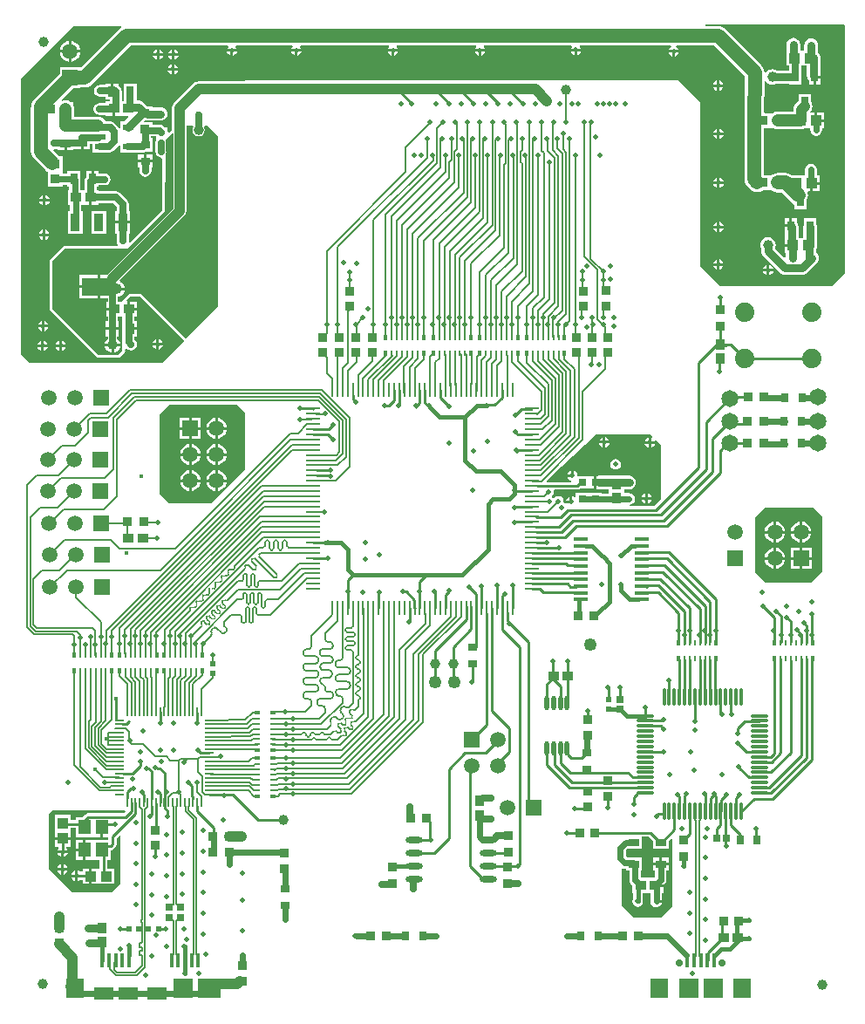
<source format=gbr>
%TF.GenerationSoftware,Altium Limited,Altium Designer,18.1.7 (191)*%
G04 Layer_Physical_Order=1*
G04 Layer_Color=255*
%FSLAX26Y26*%
%MOIN*%
%TF.FileFunction,Copper,L1,Top,Signal*%
%TF.Part,Single*%
G01*
G75*
%TA.AperFunction,Conductor*%
%ADD10C,0.007087*%
%TA.AperFunction,SMDPad,CuDef*%
%ADD11C,0.019685*%
%ADD12R,0.043307X0.037402*%
%ADD13R,0.033465X0.035433*%
%ADD14R,0.031496X0.037402*%
%ADD15R,0.016732X0.019685*%
%ADD16R,0.009842X0.019685*%
%ADD17R,0.035433X0.037402*%
%ADD18C,0.039370*%
%ADD19R,0.047244X0.055118*%
%ADD20R,0.035433X0.031496*%
%ADD21O,0.017716X0.055118*%
%ADD22R,0.037402X0.035433*%
%ADD23R,0.058071X0.017716*%
%ADD24R,0.019685X0.016732*%
%ADD25R,0.019685X0.009842*%
%ADD26R,0.026772X0.026772*%
%ADD27R,0.026772X0.026772*%
%ADD28R,0.025591X0.037402*%
%ADD29R,0.022835X0.022047*%
%ADD30R,0.041339X0.039370*%
%ADD31R,0.039370X0.041339*%
%ADD32O,0.007874X0.037402*%
%ADD33O,0.037402X0.007874*%
%ADD34O,0.064961X0.023622*%
%ADD35R,0.037402X0.031496*%
%ADD36R,0.035433X0.033465*%
%ADD37R,0.022047X0.022835*%
%ADD38R,0.037402X0.043307*%
%ADD39R,0.021654X0.021654*%
%ADD40O,0.009842X0.055118*%
%ADD41O,0.055118X0.009842*%
%ADD42R,0.015748X0.053150*%
%ADD43R,0.070866X0.074803*%
%ADD44R,0.074803X0.074803*%
%ADD45R,0.039370X0.023622*%
%ADD46R,0.031496X0.027559*%
%ADD47R,0.039370X0.031496*%
%ADD48R,0.074803X0.047244*%
%ADD49R,0.090551X0.074803*%
%ADD50R,0.037402X0.037402*%
%ADD51O,0.070866X0.011811*%
%ADD52O,0.011811X0.070866*%
%ADD53R,0.031496X0.035433*%
%ADD54R,0.029528X0.039370*%
%ADD55R,0.125984X0.068898*%
%ADD56R,0.035433X0.068898*%
%ADD57R,0.039370X0.029528*%
%TA.AperFunction,Conductor*%
%ADD58C,0.010000*%
%ADD59C,0.019685*%
%ADD60C,0.031496*%
%ADD61C,0.015748*%
%ADD62C,0.027559*%
%ADD63C,0.025000*%
%ADD64C,0.023622*%
%ADD65C,0.005914*%
%ADD66C,0.007874*%
%ADD67C,0.009646*%
%ADD68C,0.053937*%
%ADD69C,0.008661*%
%ADD70C,0.039370*%
%ADD71C,0.047244*%
%ADD72C,0.004409*%
%TA.AperFunction,ComponentPad*%
%ADD73R,0.059055X0.059055*%
%ADD74C,0.059055*%
%ADD75R,0.059055X0.059055*%
%TA.AperFunction,ViaPad*%
%ADD76C,0.049213*%
%ADD77C,0.064960*%
%TA.AperFunction,ComponentPad*%
%ADD78C,0.074000*%
%ADD79C,0.027559*%
%TA.AperFunction,ViaPad*%
%ADD80C,0.015748*%
%ADD81C,0.019685*%
%ADD82C,0.039370*%
%ADD83C,0.011811*%
%ADD84C,0.023622*%
G36*
X3262441Y3825987D02*
Y2877244D01*
X3213465Y2828268D01*
X2786338D01*
X2710669Y2903937D01*
Y3531378D01*
X2626142Y3615906D01*
X970748D01*
X965965Y3611122D01*
X792913D01*
X785164Y3610102D01*
X777943Y3607111D01*
X771742Y3602353D01*
X699734Y3530345D01*
X694976Y3524144D01*
X691985Y3516923D01*
X690965Y3509174D01*
Y3424541D01*
X688236Y3423998D01*
X684928Y3421788D01*
X678786Y3415646D01*
X673360Y3417291D01*
X672441Y3421912D01*
Y3435276D01*
X662444D01*
X658250Y3439470D01*
X650807Y3444443D01*
X642028Y3446189D01*
X615749D01*
Y3454213D01*
X586536D01*
X584435Y3458982D01*
X586672Y3461772D01*
X589825D01*
X590266Y3461589D01*
X596988Y3460704D01*
X646752D01*
X653474Y3461589D01*
X659737Y3464183D01*
X665116Y3468311D01*
X669243Y3473689D01*
X671837Y3479953D01*
X672722Y3486674D01*
X671837Y3493396D01*
X669243Y3499659D01*
X665116Y3505038D01*
X659737Y3509165D01*
X653474Y3511760D01*
X646752Y3512644D01*
X615749D01*
Y3515237D01*
X597042D01*
X581041Y3531237D01*
X577923Y3533629D01*
X575663Y3535363D01*
X575663Y3535363D01*
X575662Y3535364D01*
X572362Y3536731D01*
X569400Y3537958D01*
X569399Y3537958D01*
X569399Y3537958D01*
X565785Y3538433D01*
X562678Y3538843D01*
X558709D01*
X555708Y3542599D01*
Y3601969D01*
X506180D01*
Y3572227D01*
X505741Y3570020D01*
Y3535985D01*
X498649D01*
Y3572284D01*
X496902Y3581063D01*
X491930Y3588506D01*
X488938Y3591498D01*
X484842Y3594235D01*
Y3601969D01*
X465078D01*
Y3572284D01*
X455078D01*
Y3601969D01*
X435314D01*
Y3598217D01*
X415078D01*
X406299Y3596471D01*
X398856Y3591498D01*
X393884Y3584055D01*
X392137Y3575276D01*
X393884Y3566497D01*
X398856Y3559055D01*
X406299Y3554082D01*
X415078Y3552336D01*
X435314D01*
Y3542599D01*
X452767D01*
Y3535985D01*
X437757D01*
Y3527981D01*
X414056D01*
X405277Y3526235D01*
X397834Y3521262D01*
X392861Y3513819D01*
X391115Y3505040D01*
X392861Y3496261D01*
X397834Y3488819D01*
X405277Y3483846D01*
X414056Y3482099D01*
X437757D01*
Y3478584D01*
X464410D01*
Y3507284D01*
X474410D01*
Y3478584D01*
X522843D01*
X524756Y3473964D01*
X508430Y3457637D01*
X493661D01*
Y3434872D01*
X488661Y3433355D01*
X487088Y3435710D01*
X471438Y3451360D01*
X463995Y3456333D01*
X455216Y3458079D01*
X438104D01*
X437378Y3459830D01*
X431989Y3466854D01*
X424966Y3472243D01*
X416787Y3475631D01*
X408010Y3476786D01*
X318007D01*
Y3504724D01*
X316851Y3513501D01*
X313463Y3521680D01*
X312795Y3522551D01*
Y3532441D01*
X303204D01*
X301050Y3534093D01*
X292872Y3537481D01*
X284094Y3538637D01*
X275317Y3537481D01*
X271082Y3535727D01*
X268249Y3539965D01*
X314229Y3585945D01*
X340551D01*
Y3588185D01*
X357322D01*
X366973Y3589455D01*
X375966Y3593180D01*
X383688Y3599106D01*
X533031Y3748448D01*
X903974D01*
X905491Y3743448D01*
X905419Y3743400D01*
X901033Y3736837D01*
X900488Y3734095D01*
X938961D01*
X938416Y3736837D01*
X934030Y3743400D01*
X933958Y3743448D01*
X935474Y3748448D01*
X1150136D01*
X1151653Y3743448D01*
X1151639Y3743439D01*
X1147254Y3736876D01*
X1146708Y3734134D01*
X1185181D01*
X1184636Y3736876D01*
X1180251Y3743439D01*
X1180237Y3743448D01*
X1181754Y3748448D01*
X1519624D01*
X1521141Y3743448D01*
X1521128Y3743439D01*
X1516742Y3736876D01*
X1516197Y3734134D01*
X1554670D01*
X1554124Y3736876D01*
X1549739Y3743439D01*
X1549725Y3743448D01*
X1551242Y3748448D01*
X1852183D01*
X1853700Y3743448D01*
X1853687Y3743439D01*
X1849301Y3736876D01*
X1848755Y3734134D01*
X1887229D01*
X1886683Y3736876D01*
X1882298Y3743439D01*
X1882284Y3743448D01*
X1883801Y3748448D01*
X2217341D01*
X2219111Y3743448D01*
X2215482Y3738018D01*
X2214937Y3735276D01*
X2253410D01*
X2252864Y3738018D01*
X2249236Y3743448D01*
X2251006Y3748448D01*
X2597349D01*
X2598866Y3743448D01*
X2593844Y3740093D01*
X2589458Y3733530D01*
X2588913Y3730787D01*
X2627386D01*
X2626841Y3733530D01*
X2622455Y3740093D01*
X2617433Y3743448D01*
X2618950Y3748448D01*
X2762945D01*
X2880842Y3629314D01*
X2879965Y3461462D01*
X2878794Y3237504D01*
X2880014Y3227847D01*
X2883692Y3218835D01*
X2889577Y3211081D01*
X2901252Y3199284D01*
X2908944Y3193318D01*
X2917917Y3189546D01*
X2927561Y3188225D01*
X2937218Y3189445D01*
X2946231Y3193123D01*
X2949897Y3195905D01*
X2981220D01*
X2987183Y3191330D01*
X2996176Y3187605D01*
X3005827Y3186334D01*
X3019949D01*
X3059047Y3147236D01*
X3066770Y3141310D01*
X3070590Y3139728D01*
Y3122599D01*
X3116181D01*
Y3152972D01*
X3117705Y3154959D01*
X3121430Y3163952D01*
X3122701Y3173602D01*
X3121430Y3183253D01*
X3119599Y3187674D01*
X3122377Y3191831D01*
X3130984D01*
Y3221516D01*
X3135984D01*
Y3226516D01*
X3166653D01*
Y3251201D01*
X3155368D01*
Y3273878D01*
X3153675Y3282388D01*
X3148855Y3289603D01*
X3141640Y3294423D01*
X3133130Y3296116D01*
X3124620Y3294423D01*
X3117405Y3289603D01*
X3112584Y3282388D01*
X3110892Y3273878D01*
Y3251201D01*
X3060179D01*
X3054037Y3255914D01*
X3045044Y3259639D01*
X3035394Y3260910D01*
X3005827D01*
X2996176Y3259639D01*
X2987183Y3255914D01*
X2981220Y3251338D01*
X2957947D01*
X2953466Y3255884D01*
X2954394Y3433386D01*
X2986678D01*
X2988831Y3431734D01*
X2997010Y3428346D01*
X3005787Y3427190D01*
X3093032D01*
X3101809Y3428346D01*
X3109986Y3431733D01*
X3130872D01*
Y3425433D01*
X3132565Y3416923D01*
X3137385Y3409708D01*
X3144600Y3404887D01*
X3153110Y3403195D01*
X3161620Y3404887D01*
X3168835Y3409708D01*
X3173656Y3416923D01*
X3175349Y3425433D01*
Y3431733D01*
X3183070D01*
Y3456418D01*
X3152401D01*
Y3461418D01*
X3147401D01*
Y3491103D01*
X3132397D01*
X3130954Y3496103D01*
X3135024Y3501407D01*
X3138015Y3508629D01*
X3139036Y3516378D01*
X3138015Y3524127D01*
X3135024Y3531349D01*
X3133268Y3533638D01*
Y3563268D01*
X3087677D01*
Y3537304D01*
X3074340Y3523967D01*
X3069582Y3517766D01*
X3066591Y3510545D01*
X3065571Y3502795D01*
Y3495015D01*
X3005787D01*
X2997010Y3493859D01*
X2988831Y3490471D01*
X2986678Y3488819D01*
X2958229D01*
X2954702Y3492364D01*
X2955321Y3610749D01*
X2956848Y3611521D01*
X2960328Y3612073D01*
X2964419Y3606742D01*
X2970620Y3601984D01*
X2977841Y3598992D01*
X2985590Y3597972D01*
X2993340Y3598992D01*
X2999465Y3601530D01*
X3050276D01*
Y3598386D01*
X3095866D01*
Y3629452D01*
X3096923Y3634764D01*
Y3670315D01*
X3117408D01*
Y3632626D01*
X3118293Y3625904D01*
X3120887Y3619641D01*
X3125014Y3614262D01*
X3125079Y3614213D01*
Y3598386D01*
X3142874D01*
Y3627087D01*
X3147874D01*
Y3632087D01*
X3170669D01*
Y3655787D01*
X3169348D01*
Y3700276D01*
X3168463Y3706998D01*
X3165869Y3713261D01*
X3161742Y3718640D01*
X3160117Y3719886D01*
Y3729685D01*
X3159544D01*
Y3749496D01*
X3158659Y3756218D01*
X3156065Y3762481D01*
X3151938Y3767860D01*
X3146559Y3771987D01*
X3140296Y3774581D01*
X3133574Y3775466D01*
X3126852Y3774581D01*
X3120589Y3771987D01*
X3115210Y3767860D01*
X3111083Y3762481D01*
X3108489Y3756218D01*
X3107604Y3749496D01*
Y3729685D01*
X3092230D01*
Y3750906D01*
X3091345Y3757628D01*
X3088751Y3763891D01*
X3084624Y3769270D01*
X3079245Y3773397D01*
X3072982Y3775991D01*
X3066260Y3776876D01*
X3059538Y3775991D01*
X3053275Y3773397D01*
X3047896Y3769270D01*
X3043769Y3763891D01*
X3041175Y3757628D01*
X3040290Y3750906D01*
Y3729685D01*
X3039725D01*
Y3670315D01*
X3048432D01*
Y3653470D01*
X3001048D01*
X3000561Y3653843D01*
X2993340Y3656834D01*
X2985590Y3657855D01*
X2977841Y3656834D01*
X2970620Y3653843D01*
X2964419Y3649085D01*
X2960495Y3643971D01*
X2957476Y3644212D01*
X2956576Y3644526D01*
X2955398Y3645154D01*
X2954277Y3654026D01*
X2950599Y3663039D01*
X2944713Y3670792D01*
X2805008Y3811964D01*
X2804930Y3812025D01*
X2804870Y3812102D01*
X2801096Y3814999D01*
X2797316Y3817930D01*
X2797226Y3817968D01*
X2797148Y3818028D01*
X2792740Y3819854D01*
X2788343Y3821702D01*
X2788245Y3821715D01*
X2788155Y3821753D01*
X2783412Y3822377D01*
X2778699Y3823023D01*
X2778602Y3823011D01*
X2778504Y3823023D01*
X2731369D01*
X2731362Y3828023D01*
X3258900Y3829518D01*
X3262441Y3825987D01*
D02*
G37*
G36*
X497206Y3816696D02*
X491219Y3812102D01*
X345131Y3666014D01*
X340551Y3665000D01*
Y3665000D01*
X261497D01*
Y3638677D01*
X164028Y3541208D01*
X158102Y3533486D01*
X154377Y3524493D01*
X153703Y3519375D01*
X152448Y3516344D01*
X151177Y3506693D01*
Y3343307D01*
X152448Y3333656D01*
X156173Y3324663D01*
X162098Y3316941D01*
X206705Y3272335D01*
X214427Y3266409D01*
X216102Y3265715D01*
Y3209095D01*
X271535D01*
Y3215479D01*
X290878D01*
Y3207953D01*
X296356D01*
Y3196339D01*
X291863D01*
Y3138938D01*
X299782D01*
Y3116615D01*
X292808D01*
Y3027718D01*
X348240D01*
Y3116615D01*
X344258D01*
Y3138938D01*
X373634D01*
Y3167638D01*
X383634D01*
Y3138938D01*
X410288D01*
Y3144816D01*
X466404D01*
X479579Y3131640D01*
Y3116615D01*
X473909D01*
Y3077166D01*
X529342D01*
Y3116615D01*
X525461D01*
Y3141142D01*
X523715Y3149921D01*
X518742Y3157364D01*
X492128Y3183978D01*
X484685Y3188951D01*
X475906Y3190697D01*
X410288D01*
Y3196339D01*
X401575D01*
Y3207953D01*
X411272D01*
Y3213595D01*
X432834D01*
X441613Y3215342D01*
X449056Y3220315D01*
X454029Y3227757D01*
X455775Y3236536D01*
X454029Y3245315D01*
X449056Y3252758D01*
X441613Y3257731D01*
X432834Y3259477D01*
X411272D01*
Y3267323D01*
X391508D01*
Y3237638D01*
X381508D01*
Y3267323D01*
X361744D01*
Y3244986D01*
X357440Y3238543D01*
X355693Y3229764D01*
Y3196339D01*
X340833D01*
Y3234685D01*
X340833Y3234686D01*
X340406Y3236834D01*
Y3267323D01*
X290878D01*
Y3259955D01*
X271535D01*
Y3323583D01*
X260576D01*
X259437Y3325067D01*
X237179Y3347325D01*
X239642Y3351933D01*
X240394Y3351784D01*
X254489D01*
Y3347244D01*
X279174D01*
Y3372008D01*
X289174D01*
Y3347244D01*
X313859D01*
Y3351784D01*
X320433D01*
Y3350631D01*
X344134D01*
Y3382285D01*
X354134D01*
Y3350631D01*
X377835D01*
Y3372454D01*
X385393D01*
Y3339213D01*
X409408D01*
X415045Y3338084D01*
X418530Y3338771D01*
X450964D01*
X459743Y3340518D01*
X467186Y3345491D01*
X487088Y3365393D01*
X488661Y3367747D01*
X493661Y3366231D01*
Y3339213D01*
X517676D01*
X523313Y3338084D01*
X526798Y3338771D01*
X579390D01*
X579391Y3338772D01*
X579393Y3338771D01*
X583691Y3339627D01*
X588169Y3340518D01*
X588170Y3340519D01*
X588172Y3340519D01*
X591736Y3342901D01*
X592285Y3343268D01*
X616379D01*
Y3394764D01*
X611287D01*
Y3400307D01*
X629607D01*
Y3384115D01*
X628083Y3376456D01*
Y3342834D01*
X629830Y3334055D01*
X634802Y3326613D01*
X635156Y3326259D01*
X642599Y3321286D01*
X651378Y3319539D01*
X654639Y3316835D01*
X652603Y3118558D01*
X529576Y2995530D01*
X524968Y2997993D01*
X525461Y3000472D01*
Y3027718D01*
X529342D01*
Y3067166D01*
X473909D01*
Y3027718D01*
X479579D01*
Y3000472D01*
X481325Y2991693D01*
X484167Y2987440D01*
X481495Y2982440D01*
X281260D01*
X277358Y2981664D01*
X274050Y2979454D01*
X225310Y2930713D01*
X223100Y2927406D01*
X222324Y2923504D01*
Y2742677D01*
X223100Y2738775D01*
X225310Y2735468D01*
X402830Y2557948D01*
X406138Y2555738D01*
X410039Y2554961D01*
X484409D01*
X488311Y2555738D01*
X491619Y2557948D01*
X508942Y2575271D01*
X511152Y2578579D01*
X511928Y2582480D01*
X511152Y2586382D01*
X512081Y2588618D01*
X517591Y2590032D01*
X517624Y2589999D01*
X525067Y2585026D01*
X533846Y2583280D01*
X542625Y2585026D01*
X550068Y2589999D01*
X555040Y2597441D01*
X556787Y2606220D01*
X555040Y2614999D01*
X550068Y2622442D01*
X547929Y2624581D01*
Y2636473D01*
X558058D01*
Y2661158D01*
X533294D01*
Y2671158D01*
X558058D01*
Y2695843D01*
X547929D01*
Y2712457D01*
X556641D01*
Y2736158D01*
X524988D01*
Y2741158D01*
X519988D01*
Y2769859D01*
X519276D01*
X517362Y2774479D01*
X529893Y2787009D01*
X569359D01*
X736491Y2619877D01*
X736812Y2616616D01*
X654803Y2534606D01*
X147520D01*
X111929Y2570197D01*
X111929Y3618583D01*
X314525Y3821179D01*
X495502Y3821691D01*
X497206Y3816696D01*
D02*
G37*
G36*
X769188Y3441063D02*
X771545Y3436653D01*
X770012Y3434360D01*
X768174Y3425118D01*
X770012Y3415877D01*
X775247Y3408042D01*
X783081Y3402807D01*
X792323Y3400969D01*
X801564Y3402807D01*
X809399Y3408042D01*
X814634Y3415877D01*
X816472Y3425118D01*
X814634Y3434360D01*
X813101Y3436653D01*
X815458Y3441063D01*
X826653D01*
X867559Y3400157D01*
X867559Y2750945D01*
X743701Y2627087D01*
X573583Y2797205D01*
X527323D01*
X526496Y2798032D01*
X500906Y2772441D01*
Y2769859D01*
X481515D01*
Y2781653D01*
X484066D01*
Y2787528D01*
X489206Y2788205D01*
X496427Y2791196D01*
X502628Y2795954D01*
X507387Y2802155D01*
X510378Y2809377D01*
X510740Y2812126D01*
X481457D01*
Y2822126D01*
X510740D01*
X510378Y2824875D01*
X507387Y2832097D01*
X502628Y2838298D01*
X496427Y2843056D01*
X491539Y2845081D01*
X490054Y2850666D01*
X737982Y3098594D01*
X743217Y3106429D01*
X745055Y3115670D01*
Y3441063D01*
X769188Y3441063D01*
D02*
G37*
G36*
X696757Y3412665D02*
Y3125673D01*
X447616Y2876532D01*
X443620Y2870551D01*
X416074D01*
Y2826102D01*
Y2781653D01*
X447869D01*
Y2769859D01*
X438216D01*
Y2746158D01*
X469870D01*
Y2736158D01*
X438216D01*
Y2712457D01*
X447869D01*
Y2695843D01*
X437664D01*
Y2671158D01*
X462428D01*
X487192D01*
Y2695843D01*
X481515D01*
Y2712457D01*
X500906D01*
Y2583307D01*
X501732Y2582480D01*
X484409Y2565157D01*
X410039D01*
X232520Y2742677D01*
Y2923504D01*
X281260Y2972244D01*
X520709D01*
X662756Y3114291D01*
X665003Y3333172D01*
X666921Y3336042D01*
X668201Y3342480D01*
X667847Y3344260D01*
Y3376456D01*
X666567Y3382894D01*
X666441Y3383082D01*
Y3388882D01*
X692138Y3414578D01*
X696757Y3412665D01*
D02*
G37*
G36*
X2526960Y2253788D02*
X2525711Y2251375D01*
X2524012Y2249665D01*
X2522008Y2250063D01*
Y2235827D01*
X2536244D01*
X2535846Y2237831D01*
X2537556Y2239530D01*
X2539969Y2240779D01*
X2559173Y2221575D01*
Y2014306D01*
X2533035Y1988168D01*
X2441087D01*
X2440595Y1993168D01*
X2446568Y1994356D01*
X2453783Y1999177D01*
X2458603Y2006391D01*
X2460296Y2014902D01*
X2458603Y2023412D01*
X2453783Y2030627D01*
X2446568Y2035447D01*
X2438058Y2037140D01*
X2418269D01*
Y2051923D01*
X2438386D01*
X2445108Y2052808D01*
X2451371Y2055403D01*
X2456750Y2059530D01*
X2460877Y2064909D01*
X2463471Y2071172D01*
X2464356Y2077894D01*
X2463471Y2084615D01*
X2460877Y2090879D01*
X2456750Y2096257D01*
X2451371Y2100385D01*
X2445108Y2102979D01*
X2438386Y2103864D01*
X2323622D01*
X2316900Y2102979D01*
X2316220Y2102697D01*
X2313780D01*
Y2078918D01*
Y2054101D01*
X2316900Y2052808D01*
X2323622Y2051923D01*
X2360867D01*
Y2036194D01*
X2334528D01*
Y2037735D01*
X2233820D01*
Y2022573D01*
X2228820Y2020393D01*
X2223884Y2023691D01*
X2221142Y2024237D01*
Y2005000D01*
X2216142D01*
Y2000000D01*
X2196905D01*
X2196953Y1999757D01*
X2194696Y1998119D01*
X2192349Y1997278D01*
X2186839Y2000960D01*
X2187948Y2006535D01*
X2186408Y2014277D01*
X2182022Y2020841D01*
X2175459Y2025227D01*
X2167716Y2026767D01*
X2159974Y2025227D01*
X2153411Y2020841D01*
X2152355Y2019261D01*
X2147355D01*
X2147140Y2019581D01*
X2143341Y2022120D01*
X2143334Y2028128D01*
X2144817Y2029120D01*
X2149203Y2035683D01*
X2150743Y2043425D01*
X2150135Y2046484D01*
X2153307Y2050349D01*
X2239331D01*
X2244922Y2051461D01*
X2249663Y2054629D01*
X2250172Y2055138D01*
X2303780D01*
Y2078918D01*
Y2102697D01*
X2242036D01*
X2241019Y2103937D01*
X2239479Y2111679D01*
X2235093Y2118243D01*
X2228530Y2122628D01*
X2225787Y2123174D01*
Y2103937D01*
X2220787D01*
Y2098937D01*
X2201551D01*
X2202096Y2096195D01*
X2206482Y2089631D01*
X2213045Y2085246D01*
X2216432Y2084572D01*
X2215940Y2079572D01*
X2124295D01*
X2122381Y2084191D01*
X2135387Y2097197D01*
X2312200Y2261024D01*
X2519724D01*
X2526960Y2253788D01*
D02*
G37*
G36*
X970039Y2343031D02*
Y2129528D01*
X839449Y1998937D01*
X680079D01*
X642402Y2036614D01*
Y2335630D01*
X681299Y2374528D01*
X938543D01*
X970039Y2343031D01*
D02*
G37*
G36*
X3174819Y1950000D02*
Y1736496D01*
X3134504Y1696181D01*
X2957457Y1696181D01*
X2919150Y1734488D01*
X2919149Y1944960D01*
X2955685Y1981496D01*
X3143323Y1981496D01*
X3174819Y1950000D01*
D02*
G37*
G36*
X512197Y820755D02*
X505929Y814486D01*
X370610D01*
X364757Y813322D01*
X359796Y810006D01*
X347584Y797795D01*
X322244D01*
Y788110D01*
X303799D01*
Y807028D01*
X244429D01*
Y745689D01*
Y722303D01*
X274114D01*
X303799D01*
Y745689D01*
Y757522D01*
X322244D01*
Y722677D01*
X417795D01*
Y760236D01*
X427795D01*
Y722677D01*
X447796D01*
Y711181D01*
X360866D01*
Y673622D01*
Y636063D01*
X413662D01*
Y603071D01*
X384685D01*
Y573386D01*
Y543701D01*
X469409D01*
Y603071D01*
X444250D01*
Y636063D01*
X456417D01*
Y672193D01*
X460755Y673056D01*
X465716Y676372D01*
X473904Y684560D01*
X477220Y689521D01*
X478384Y695374D01*
Y717661D01*
X489849Y729126D01*
X494469Y727213D01*
Y545374D01*
X459469Y510374D01*
X308720D01*
X219469Y599626D01*
Y810374D01*
X234469Y825374D01*
X510283D01*
X512197Y820755D01*
D02*
G37*
G36*
X2529173Y708568D02*
Y676930D01*
X2588543D01*
Y706797D01*
X2598688Y716942D01*
X2603307Y715028D01*
X2603307Y458891D01*
X2559077Y414606D01*
X2455945D01*
X2409528Y461024D01*
Y599662D01*
X2410444Y600662D01*
X2414528Y603077D01*
X2421457Y601699D01*
X2426811D01*
Y594252D01*
X2438155D01*
Y560000D01*
X2438155Y559999D01*
X2439848Y551489D01*
X2444669Y544274D01*
X2450550Y538393D01*
Y509488D01*
X2454257D01*
Y487846D01*
X2452214Y484789D01*
X2450674Y477047D01*
X2452214Y469305D01*
X2456600Y462742D01*
X2463163Y458356D01*
X2470905Y456816D01*
X2478648Y458356D01*
X2485211Y462742D01*
X2489597Y469305D01*
X2491137Y477047D01*
X2490705Y479216D01*
Y509488D01*
X2519730D01*
Y477361D01*
X2521423Y468851D01*
X2526244Y461636D01*
X2533458Y456816D01*
X2541968Y455123D01*
X2550479Y456816D01*
X2550886Y457088D01*
X2551522Y457214D01*
X2558085Y461600D01*
X2562471Y468163D01*
X2563016Y470906D01*
X2543780D01*
Y480906D01*
X2564207D01*
Y509488D01*
X2568975D01*
Y533189D01*
X2537322D01*
Y543189D01*
X2573772D01*
X2574583Y544000D01*
X2574583Y544000D01*
X2579404Y551215D01*
X2581097Y559725D01*
X2581097Y559726D01*
Y594252D01*
X2588543D01*
Y615000D01*
X2529173D01*
Y594252D01*
X2536620D01*
Y568937D01*
X2534573Y566890D01*
X2484953D01*
X2482632Y569211D01*
Y594252D01*
X2486181D01*
Y645748D01*
X2454708D01*
X2452559Y646176D01*
X2452559Y646175D01*
X2430668D01*
X2425349Y651495D01*
Y671458D01*
X2430821Y676930D01*
X2486181D01*
Y724234D01*
X2513507D01*
X2529173Y708568D01*
D02*
G37*
%LPC*%
G36*
X641969Y3733685D02*
Y3719448D01*
X656206D01*
X655660Y3722190D01*
X651275Y3728754D01*
X644711Y3733139D01*
X641969Y3733685D01*
D02*
G37*
G36*
X631969D02*
X629227Y3733139D01*
X622664Y3728754D01*
X618278Y3722190D01*
X617733Y3719448D01*
X631969D01*
Y3733685D01*
D02*
G37*
G36*
X700827Y3733646D02*
Y3719409D01*
X715063D01*
X714518Y3722151D01*
X710132Y3728715D01*
X703569Y3733101D01*
X700827Y3733646D01*
D02*
G37*
G36*
X690827D02*
X688085Y3733101D01*
X681521Y3728715D01*
X677136Y3722151D01*
X676590Y3719409D01*
X690827D01*
Y3733646D01*
D02*
G37*
G36*
X2253410Y3725276D02*
X2239173D01*
Y3711039D01*
X2241915Y3711584D01*
X2248479Y3715970D01*
X2252864Y3722533D01*
X2253410Y3725276D01*
D02*
G37*
G36*
X2229173D02*
X2214937D01*
X2215482Y3722533D01*
X2219868Y3715970D01*
X2226431Y3711584D01*
X2229173Y3711039D01*
Y3725276D01*
D02*
G37*
G36*
X1887229Y3724134D02*
X1872992D01*
Y3709897D01*
X1875734Y3710443D01*
X1882298Y3714828D01*
X1886683Y3721392D01*
X1887229Y3724134D01*
D02*
G37*
G36*
X1862992D02*
X1848755D01*
X1849301Y3721392D01*
X1853687Y3714828D01*
X1860250Y3710443D01*
X1862992Y3709897D01*
Y3724134D01*
D02*
G37*
G36*
X1554670D02*
X1540433D01*
Y3709897D01*
X1543175Y3710443D01*
X1549739Y3714828D01*
X1554124Y3721392D01*
X1554670Y3724134D01*
D02*
G37*
G36*
X1530433D02*
X1516197D01*
X1516742Y3721392D01*
X1521128Y3714828D01*
X1527691Y3710443D01*
X1530433Y3709897D01*
Y3724134D01*
D02*
G37*
G36*
X1185181D02*
X1170945D01*
Y3709897D01*
X1173687Y3710443D01*
X1180251Y3714828D01*
X1184636Y3721392D01*
X1185181Y3724134D01*
D02*
G37*
G36*
X1160945D02*
X1146708D01*
X1147254Y3721392D01*
X1151639Y3714828D01*
X1158203Y3710443D01*
X1160945Y3709897D01*
Y3724134D01*
D02*
G37*
G36*
X938961Y3724095D02*
X924724D01*
Y3709858D01*
X927466Y3710403D01*
X934030Y3714789D01*
X938416Y3721352D01*
X938961Y3724095D01*
D02*
G37*
G36*
X914724D02*
X900488D01*
X901033Y3721352D01*
X905419Y3714789D01*
X911982Y3710403D01*
X914724Y3709858D01*
Y3724095D01*
D02*
G37*
G36*
X2627386Y3720787D02*
X2613150D01*
Y3706551D01*
X2615892Y3707096D01*
X2622455Y3711482D01*
X2626841Y3718045D01*
X2627386Y3720787D01*
D02*
G37*
G36*
X2603150D02*
X2588913D01*
X2589458Y3718045D01*
X2593844Y3711482D01*
X2600407Y3707096D01*
X2603150Y3706551D01*
Y3720787D01*
D02*
G37*
G36*
X656206Y3709448D02*
X641969D01*
Y3695211D01*
X644711Y3695757D01*
X651275Y3700142D01*
X655660Y3706706D01*
X656206Y3709448D01*
D02*
G37*
G36*
X631969D02*
X617733D01*
X618278Y3706706D01*
X622664Y3700142D01*
X629227Y3695757D01*
X631969Y3695211D01*
Y3709448D01*
D02*
G37*
G36*
X715063Y3709409D02*
X700827D01*
Y3695173D01*
X703569Y3695718D01*
X710132Y3700104D01*
X714518Y3706667D01*
X715063Y3709409D01*
D02*
G37*
G36*
X690827D02*
X676590D01*
X677136Y3706667D01*
X681521Y3700104D01*
X688085Y3695718D01*
X690827Y3695173D01*
Y3709409D01*
D02*
G37*
G36*
X698780Y3676402D02*
Y3662165D01*
X713016D01*
X712471Y3664907D01*
X708085Y3671471D01*
X701522Y3675856D01*
X698780Y3676402D01*
D02*
G37*
G36*
X688780D02*
X686038Y3675856D01*
X679474Y3671471D01*
X675088Y3664907D01*
X674543Y3662165D01*
X688780D01*
Y3676402D01*
D02*
G37*
G36*
X713016Y3652165D02*
X698780D01*
Y3637929D01*
X701522Y3638474D01*
X708085Y3642860D01*
X712471Y3649423D01*
X713016Y3652165D01*
D02*
G37*
G36*
X688780D02*
X674543D01*
X675088Y3649423D01*
X679474Y3642860D01*
X686038Y3638474D01*
X688780Y3637929D01*
Y3652165D01*
D02*
G37*
G36*
X2783642Y3614099D02*
Y3599862D01*
X2797878D01*
X2797333Y3602604D01*
X2792947Y3609168D01*
X2786384Y3613553D01*
X2783642Y3614099D01*
D02*
G37*
G36*
X2773642D02*
X2770900Y3613553D01*
X2764336Y3609168D01*
X2759951Y3602604D01*
X2759405Y3599862D01*
X2773642D01*
Y3614099D01*
D02*
G37*
G36*
X3170669Y3622087D02*
X3152874D01*
Y3598386D01*
X3170669D01*
Y3622087D01*
D02*
G37*
G36*
X2797878Y3589862D02*
X2783642D01*
Y3575626D01*
X2786384Y3576171D01*
X2792947Y3580557D01*
X2797333Y3587120D01*
X2797878Y3589862D01*
D02*
G37*
G36*
X2773642D02*
X2759405D01*
X2759951Y3587120D01*
X2764336Y3580557D01*
X2770900Y3576171D01*
X2773642Y3575626D01*
Y3589862D01*
D02*
G37*
G36*
X3183070Y3491103D02*
X3157401D01*
Y3466418D01*
X3183070D01*
Y3491103D01*
D02*
G37*
G36*
X2784705Y3430595D02*
Y3416358D01*
X2798941D01*
X2798396Y3419100D01*
X2794010Y3425664D01*
X2787447Y3430050D01*
X2784705Y3430595D01*
D02*
G37*
G36*
X2774705D02*
X2771963Y3430050D01*
X2765399Y3425664D01*
X2761014Y3419100D01*
X2760468Y3416358D01*
X2774705D01*
Y3430595D01*
D02*
G37*
G36*
X2798941Y3406358D02*
X2784705D01*
Y3392122D01*
X2787447Y3392667D01*
X2794010Y3397053D01*
X2798396Y3403616D01*
X2798941Y3406358D01*
D02*
G37*
G36*
X2774705D02*
X2760468D01*
X2761014Y3403616D01*
X2765399Y3397053D01*
X2771963Y3392667D01*
X2774705Y3392122D01*
Y3406358D01*
D02*
G37*
G36*
X2784705Y3242839D02*
Y3228602D01*
X2798941D01*
X2798396Y3231345D01*
X2794010Y3237908D01*
X2787447Y3242294D01*
X2784705Y3242839D01*
D02*
G37*
G36*
X2774705D02*
X2771963Y3242294D01*
X2765399Y3237908D01*
X2761014Y3231345D01*
X2760468Y3228602D01*
X2774705D01*
Y3242839D01*
D02*
G37*
G36*
X2798941Y3218602D02*
X2784705D01*
Y3204366D01*
X2787447Y3204911D01*
X2794010Y3209297D01*
X2798396Y3215860D01*
X2798941Y3218602D01*
D02*
G37*
G36*
X2774705D02*
X2760468D01*
X2761014Y3215860D01*
X2765399Y3209297D01*
X2771963Y3204911D01*
X2774705Y3204366D01*
Y3218602D01*
D02*
G37*
G36*
X3166653Y3216516D02*
X3140984D01*
Y3191831D01*
X3166653D01*
Y3216516D01*
D02*
G37*
G36*
X3050984Y3087481D02*
X3033189D01*
Y3063780D01*
X3050984D01*
Y3087481D01*
D02*
G37*
G36*
X2784705Y3074178D02*
Y3059941D01*
X2798941D01*
X2798396Y3062683D01*
X2794010Y3069247D01*
X2787447Y3073632D01*
X2784705Y3074178D01*
D02*
G37*
G36*
X2774705D02*
X2771963Y3073632D01*
X2765399Y3069247D01*
X2761014Y3062683D01*
X2760468Y3059941D01*
X2774705D01*
Y3074178D01*
D02*
G37*
G36*
X2798941Y3049941D02*
X2784705D01*
Y3035704D01*
X2787447Y3036250D01*
X2794010Y3040635D01*
X2798396Y3047199D01*
X2798941Y3049941D01*
D02*
G37*
G36*
X2774705D02*
X2760468D01*
X2761014Y3047199D01*
X2765399Y3040635D01*
X2771963Y3036250D01*
X2774705Y3035704D01*
Y3049941D01*
D02*
G37*
G36*
X3153582Y3087481D02*
X3107992D01*
Y3068013D01*
X3105427Y3061820D01*
X3104542Y3055098D01*
Y3013307D01*
X3085192D01*
Y3053595D01*
X3084307Y3060316D01*
X3081713Y3066580D01*
X3078779Y3070402D01*
Y3087481D01*
X3060984D01*
Y3058780D01*
X3055984D01*
Y3053780D01*
X3033189D01*
Y3030079D01*
X3033251D01*
Y2988622D01*
X3064094D01*
Y2978622D01*
X3033425D01*
Y2953937D01*
X3036086D01*
Y2939681D01*
X3031086Y2937610D01*
X2996045Y2972651D01*
X2998015Y2977408D01*
X2999036Y2985157D01*
X2998015Y2992907D01*
X2995024Y3000128D01*
X2990266Y3006329D01*
X2984065Y3011087D01*
X2976844Y3014079D01*
X2969095Y3015099D01*
X2961345Y3014079D01*
X2954124Y3011087D01*
X2947923Y3006329D01*
X2943165Y3000128D01*
X2940173Y2992907D01*
X2939153Y2985157D01*
X2940173Y2977408D01*
X2943124Y2970284D01*
Y2962874D01*
X2944009Y2956152D01*
X2946604Y2949889D01*
X2950731Y2944510D01*
X3015455Y2879786D01*
X3020834Y2875659D01*
X3027097Y2873064D01*
X3033819Y2872179D01*
X3100590D01*
X3107311Y2873064D01*
X3113575Y2875659D01*
X3118953Y2879786D01*
X3156316Y2917148D01*
X3160443Y2922527D01*
X3163037Y2928790D01*
X3163922Y2935512D01*
X3163037Y2942234D01*
X3160443Y2948497D01*
X3156316Y2953876D01*
X3153820Y2955791D01*
Y2971389D01*
X3155597Y2975681D01*
X3156482Y2982402D01*
Y3055098D01*
X3155597Y3061820D01*
X3153582Y3066684D01*
Y3087481D01*
D02*
G37*
G36*
X2784291Y2930811D02*
Y2916575D01*
X2798528D01*
X2797983Y2919317D01*
X2793597Y2925880D01*
X2787033Y2930266D01*
X2784291Y2930811D01*
D02*
G37*
G36*
X2774291D02*
X2771549Y2930266D01*
X2764986Y2925880D01*
X2760600Y2919317D01*
X2760055Y2916575D01*
X2774291D01*
Y2930811D01*
D02*
G37*
G36*
X2974547Y2908705D02*
Y2894468D01*
X2988784D01*
X2988238Y2897211D01*
X2983853Y2903774D01*
X2977289Y2908160D01*
X2974547Y2908705D01*
D02*
G37*
G36*
X2964547D02*
X2961805Y2908160D01*
X2955242Y2903774D01*
X2950856Y2897211D01*
X2950311Y2894468D01*
X2964547D01*
Y2908705D01*
D02*
G37*
G36*
X2798528Y2906575D02*
X2784291D01*
Y2892338D01*
X2787033Y2892884D01*
X2793597Y2897269D01*
X2797983Y2903833D01*
X2798528Y2906575D01*
D02*
G37*
G36*
X2774291D02*
X2760055D01*
X2760600Y2903833D01*
X2764986Y2897269D01*
X2771549Y2892884D01*
X2774291Y2892338D01*
Y2906575D01*
D02*
G37*
G36*
X2988784Y2884468D02*
X2974547D01*
Y2870232D01*
X2977289Y2870777D01*
X2983853Y2875163D01*
X2988238Y2881726D01*
X2988784Y2884468D01*
D02*
G37*
G36*
X2964547D02*
X2950311D01*
X2950856Y2881726D01*
X2955242Y2875163D01*
X2961805Y2870777D01*
X2964547Y2870232D01*
Y2884468D01*
D02*
G37*
G36*
X306024Y3764683D02*
Y3730472D01*
X340234D01*
X339534Y3735791D01*
X335551Y3745407D01*
X329215Y3753664D01*
X320958Y3759999D01*
X311343Y3763982D01*
X306024Y3764683D01*
D02*
G37*
G36*
X296024D02*
X290705Y3763982D01*
X281090Y3759999D01*
X272833Y3753664D01*
X266497Y3745407D01*
X262514Y3735791D01*
X261814Y3730472D01*
X296024D01*
Y3764683D01*
D02*
G37*
G36*
X340234Y3720472D02*
X306024D01*
Y3686262D01*
X311343Y3686962D01*
X320958Y3690945D01*
X329215Y3697281D01*
X335551Y3705538D01*
X339534Y3715153D01*
X340234Y3720472D01*
D02*
G37*
G36*
X296024D02*
X261814D01*
X262514Y3715153D01*
X266497Y3705538D01*
X272833Y3697281D01*
X281090Y3690945D01*
X290705Y3686962D01*
X296024Y3686262D01*
Y3720472D01*
D02*
G37*
G36*
X616379Y3331772D02*
X593662D01*
Y3311024D01*
X616379D01*
Y3331772D01*
D02*
G37*
G36*
X583662D02*
X560946D01*
Y3311024D01*
X583662D01*
Y3331772D01*
D02*
G37*
G36*
X616379Y3301024D02*
X588662D01*
X560946D01*
Y3280276D01*
X565721D01*
Y3269764D01*
X567467Y3260985D01*
X572440Y3253543D01*
X579883Y3248570D01*
X588662Y3246823D01*
X597441Y3248570D01*
X604884Y3253543D01*
X609856Y3260985D01*
X611603Y3269764D01*
Y3280276D01*
X616379D01*
Y3301024D01*
D02*
G37*
G36*
X207795Y3176520D02*
Y3162284D01*
X222032D01*
X221487Y3165026D01*
X217101Y3171589D01*
X210537Y3175975D01*
X207795Y3176520D01*
D02*
G37*
G36*
X197795D02*
X195053Y3175975D01*
X188490Y3171589D01*
X184104Y3165026D01*
X183559Y3162284D01*
X197795D01*
Y3176520D01*
D02*
G37*
G36*
X222032Y3152284D02*
X207795D01*
Y3138047D01*
X210537Y3138592D01*
X217101Y3142978D01*
X221487Y3149541D01*
X222032Y3152284D01*
D02*
G37*
G36*
X197795D02*
X183559D01*
X184104Y3149541D01*
X188490Y3142978D01*
X195053Y3138592D01*
X197795Y3138047D01*
Y3152284D01*
D02*
G37*
G36*
X206220Y3044158D02*
Y3029921D01*
X220457D01*
X219912Y3032663D01*
X215526Y3039227D01*
X208963Y3043613D01*
X206220Y3044158D01*
D02*
G37*
G36*
X196220D02*
X193478Y3043613D01*
X186915Y3039227D01*
X182529Y3032663D01*
X181984Y3029921D01*
X196220D01*
Y3044158D01*
D02*
G37*
G36*
X438791Y3116615D02*
X383358D01*
Y3027718D01*
X438791D01*
Y3116615D01*
D02*
G37*
G36*
X220457Y3019921D02*
X206220D01*
Y3005685D01*
X208963Y3006230D01*
X215526Y3010616D01*
X219912Y3017179D01*
X220457Y3019921D01*
D02*
G37*
G36*
X196220D02*
X181984D01*
X182529Y3017179D01*
X186915Y3010616D01*
X193478Y3006230D01*
X196220Y3005685D01*
Y3019921D01*
D02*
G37*
G36*
X556641Y2769859D02*
X529988D01*
Y2746158D01*
X556641D01*
Y2769859D01*
D02*
G37*
G36*
X202520Y2694906D02*
Y2680669D01*
X216756D01*
X216211Y2683412D01*
X211825Y2689975D01*
X205262Y2694361D01*
X202520Y2694906D01*
D02*
G37*
G36*
X192520D02*
X189778Y2694361D01*
X183214Y2689975D01*
X178828Y2683412D01*
X178283Y2680669D01*
X192520D01*
Y2694906D01*
D02*
G37*
G36*
X216756Y2670669D02*
X202520D01*
Y2656433D01*
X205262Y2656978D01*
X211825Y2661364D01*
X216211Y2667927D01*
X216756Y2670669D01*
D02*
G37*
G36*
X192520D02*
X178283D01*
X178828Y2667927D01*
X183214Y2661364D01*
X189778Y2656978D01*
X192520Y2656433D01*
Y2670669D01*
D02*
G37*
G36*
X641024Y2625339D02*
Y2611102D01*
X655260D01*
X654715Y2613845D01*
X650329Y2620408D01*
X643766Y2624794D01*
X641024Y2625339D01*
D02*
G37*
G36*
X631024D02*
X628282Y2624794D01*
X621718Y2620408D01*
X617332Y2613845D01*
X616787Y2611102D01*
X631024D01*
Y2625339D01*
D02*
G37*
G36*
X269842Y2620260D02*
Y2606024D01*
X284079D01*
X283534Y2608766D01*
X279148Y2615329D01*
X272585Y2619715D01*
X269842Y2620260D01*
D02*
G37*
G36*
X259842D02*
X257100Y2619715D01*
X250537Y2615329D01*
X246151Y2608766D01*
X245606Y2606024D01*
X259842D01*
Y2620260D01*
D02*
G37*
G36*
X201024D02*
Y2606024D01*
X215260D01*
X214715Y2608766D01*
X210329Y2615329D01*
X203766Y2619715D01*
X201024Y2620260D01*
D02*
G37*
G36*
X191024D02*
X188281Y2619715D01*
X181718Y2615329D01*
X177332Y2608766D01*
X176787Y2606024D01*
X191024D01*
Y2620260D01*
D02*
G37*
G36*
X655260Y2601102D02*
X641024D01*
Y2586866D01*
X643766Y2587411D01*
X650329Y2591797D01*
X654715Y2598360D01*
X655260Y2601102D01*
D02*
G37*
G36*
X631024D02*
X616787D01*
X617332Y2598360D01*
X621718Y2591797D01*
X628282Y2587411D01*
X631024Y2586866D01*
Y2601102D01*
D02*
G37*
G36*
X284079Y2596024D02*
X269842D01*
Y2581787D01*
X272585Y2582332D01*
X279148Y2586718D01*
X283534Y2593282D01*
X284079Y2596024D01*
D02*
G37*
G36*
X259842D02*
X245606D01*
X246151Y2593282D01*
X250537Y2586718D01*
X257100Y2582332D01*
X259842Y2581787D01*
Y2596024D01*
D02*
G37*
G36*
X215260D02*
X201024D01*
Y2581787D01*
X203766Y2582332D01*
X210329Y2586718D01*
X214715Y2593282D01*
X215260Y2596024D01*
D02*
G37*
G36*
X191024D02*
X176787D01*
X177332Y2593282D01*
X181718Y2586718D01*
X188281Y2582332D01*
X191024Y2581787D01*
Y2596024D01*
D02*
G37*
G36*
X406074Y2870551D02*
X338082D01*
Y2831102D01*
X406074D01*
Y2870551D01*
D02*
G37*
G36*
Y2821102D02*
X338082D01*
Y2781653D01*
X406074D01*
Y2821102D01*
D02*
G37*
G36*
X487192Y2661158D02*
X462428D01*
X437664D01*
Y2636473D01*
X446044D01*
Y2627754D01*
X442135Y2624754D01*
X437377Y2618553D01*
X434386Y2611332D01*
X434024Y2608583D01*
X463307D01*
X492590D01*
X492228Y2611332D01*
X489237Y2618553D01*
X484479Y2624754D01*
X479691Y2628428D01*
Y2636473D01*
X487192D01*
Y2661158D01*
D02*
G37*
G36*
X492590Y2598583D02*
X468307D01*
Y2574300D01*
X471056Y2574662D01*
X478278Y2577653D01*
X484479Y2582411D01*
X489237Y2588612D01*
X492228Y2595833D01*
X492590Y2598583D01*
D02*
G37*
G36*
X458307D02*
X434024D01*
X434386Y2595833D01*
X437377Y2588612D01*
X442135Y2582411D01*
X448336Y2577653D01*
X455558Y2574662D01*
X458307Y2574300D01*
Y2598583D01*
D02*
G37*
G36*
X2348071Y2251205D02*
Y2236968D01*
X2362307D01*
X2361762Y2239711D01*
X2357376Y2246274D01*
X2350813Y2250660D01*
X2348071Y2251205D01*
D02*
G37*
G36*
X2338071D02*
X2335329Y2250660D01*
X2328765Y2246274D01*
X2324380Y2239711D01*
X2323834Y2236968D01*
X2338071D01*
Y2251205D01*
D02*
G37*
G36*
X2512008Y2250063D02*
X2509266Y2249518D01*
X2502702Y2245132D01*
X2498317Y2238569D01*
X2497771Y2235827D01*
X2512008D01*
Y2250063D01*
D02*
G37*
G36*
X2362307Y2226968D02*
X2348071D01*
Y2212732D01*
X2350813Y2213277D01*
X2357376Y2217663D01*
X2361762Y2224226D01*
X2362307Y2226968D01*
D02*
G37*
G36*
X2338071D02*
X2323834D01*
X2324380Y2224226D01*
X2328765Y2217663D01*
X2335329Y2213277D01*
X2338071Y2212732D01*
Y2226968D01*
D02*
G37*
G36*
X2536244Y2225827D02*
X2522008D01*
Y2211590D01*
X2524750Y2212136D01*
X2531313Y2216521D01*
X2535699Y2223085D01*
X2536244Y2225827D01*
D02*
G37*
G36*
X2512008D02*
X2497771D01*
X2498317Y2223085D01*
X2502702Y2216521D01*
X2509266Y2212136D01*
X2512008Y2211590D01*
Y2225827D01*
D02*
G37*
G36*
X2386575Y2167830D02*
X2378833Y2166290D01*
X2372269Y2161904D01*
X2367884Y2155340D01*
X2366344Y2147598D01*
X2367884Y2139856D01*
X2372269Y2133293D01*
X2378833Y2128907D01*
X2386575Y2127367D01*
X2394317Y2128907D01*
X2400881Y2133293D01*
X2405266Y2139856D01*
X2406806Y2147598D01*
X2405266Y2155340D01*
X2400881Y2161904D01*
X2394317Y2166290D01*
X2386575Y2167830D01*
D02*
G37*
G36*
X2215787Y2123174D02*
X2213045Y2122628D01*
X2206482Y2118243D01*
X2202096Y2111679D01*
X2201551Y2108937D01*
X2215787D01*
Y2123174D01*
D02*
G37*
G36*
X2509803Y2035969D02*
Y2021732D01*
X2524040D01*
X2523494Y2024474D01*
X2519109Y2031038D01*
X2512545Y2035424D01*
X2509803Y2035969D01*
D02*
G37*
G36*
X2499803D02*
X2497061Y2035424D01*
X2490498Y2031038D01*
X2486112Y2024474D01*
X2485567Y2021732D01*
X2499803D01*
Y2035969D01*
D02*
G37*
G36*
X2211142Y2024237D02*
X2208400Y2023691D01*
X2201836Y2019306D01*
X2197450Y2012742D01*
X2196905Y2010000D01*
X2211142D01*
Y2024237D01*
D02*
G37*
G36*
X2524040Y2011732D02*
X2509803D01*
Y1997496D01*
X2512545Y1998041D01*
X2519109Y2002427D01*
X2523494Y2008990D01*
X2524040Y2011732D01*
D02*
G37*
G36*
X2499803D02*
X2485567D01*
X2486112Y2008990D01*
X2490498Y2002427D01*
X2497061Y1998041D01*
X2499803Y1997496D01*
Y2011732D01*
D02*
G37*
G36*
X865748Y2324289D02*
Y2290079D01*
X899958D01*
X899258Y2295398D01*
X895275Y2305013D01*
X888939Y2313270D01*
X880682Y2319606D01*
X871067Y2323589D01*
X865748Y2324289D01*
D02*
G37*
G36*
X800275Y2324606D02*
X765748D01*
Y2290079D01*
X800275D01*
Y2324606D01*
D02*
G37*
G36*
X855748Y2324289D02*
X850429Y2323589D01*
X840814Y2319606D01*
X832557Y2313270D01*
X826221Y2305013D01*
X822238Y2295398D01*
X821538Y2290079D01*
X855748D01*
Y2324289D01*
D02*
G37*
G36*
X755748Y2324606D02*
X721221D01*
Y2290079D01*
X755748D01*
Y2324606D01*
D02*
G37*
G36*
X855748Y2280079D02*
X821538D01*
X822238Y2274760D01*
X826221Y2265144D01*
X832557Y2256887D01*
X840814Y2250552D01*
X850429Y2246569D01*
X855748Y2245868D01*
Y2280079D01*
D02*
G37*
G36*
X899958D02*
X865748D01*
Y2245868D01*
X871067Y2246569D01*
X880682Y2250552D01*
X888939Y2256887D01*
X895275Y2265144D01*
X899258Y2274760D01*
X899958Y2280079D01*
D02*
G37*
G36*
X800275D02*
X765748D01*
Y2245551D01*
X800275D01*
Y2280079D01*
D02*
G37*
G36*
X755748D02*
X721221D01*
Y2245551D01*
X755748D01*
Y2280079D01*
D02*
G37*
G36*
X865748Y2224289D02*
Y2190079D01*
X899958D01*
X899258Y2195398D01*
X895275Y2205013D01*
X888939Y2213270D01*
X880682Y2219606D01*
X871067Y2223589D01*
X865748Y2224289D01*
D02*
G37*
G36*
X765748D02*
Y2190079D01*
X799958D01*
X799258Y2195398D01*
X795275Y2205013D01*
X788939Y2213270D01*
X780682Y2219606D01*
X771067Y2223589D01*
X765748Y2224289D01*
D02*
G37*
G36*
X855748D02*
X850429Y2223589D01*
X840814Y2219606D01*
X832557Y2213270D01*
X826221Y2205013D01*
X822238Y2195398D01*
X821538Y2190079D01*
X855748D01*
Y2224289D01*
D02*
G37*
G36*
X755748D02*
X750429Y2223589D01*
X740814Y2219606D01*
X732557Y2213270D01*
X726221Y2205013D01*
X722238Y2195398D01*
X721538Y2190079D01*
X755748D01*
Y2224289D01*
D02*
G37*
G36*
X855748Y2180079D02*
X821538D01*
X822238Y2174760D01*
X826221Y2165144D01*
X832557Y2156887D01*
X840814Y2150552D01*
X850429Y2146569D01*
X855748Y2145868D01*
Y2180079D01*
D02*
G37*
G36*
X755748D02*
X721538D01*
X722238Y2174760D01*
X726221Y2165144D01*
X732557Y2156887D01*
X740814Y2150552D01*
X750429Y2146569D01*
X755748Y2145868D01*
Y2180079D01*
D02*
G37*
G36*
X899958D02*
X865748D01*
Y2145868D01*
X871067Y2146569D01*
X880682Y2150552D01*
X888939Y2156887D01*
X895275Y2165144D01*
X899258Y2174760D01*
X899958Y2180079D01*
D02*
G37*
G36*
X799958D02*
X765748D01*
Y2145868D01*
X771067Y2146569D01*
X780682Y2150552D01*
X788939Y2156887D01*
X795275Y2165144D01*
X799258Y2174760D01*
X799958Y2180079D01*
D02*
G37*
G36*
X865748Y2124289D02*
Y2090079D01*
X899958D01*
X899258Y2095398D01*
X895275Y2105013D01*
X888939Y2113270D01*
X880682Y2119606D01*
X871067Y2123589D01*
X865748Y2124289D01*
D02*
G37*
G36*
X765748D02*
Y2090079D01*
X799958D01*
X799258Y2095398D01*
X795275Y2105013D01*
X788939Y2113270D01*
X780682Y2119606D01*
X771067Y2123589D01*
X765748Y2124289D01*
D02*
G37*
G36*
X855748D02*
X850429Y2123589D01*
X840814Y2119606D01*
X832557Y2113270D01*
X826221Y2105013D01*
X822238Y2095398D01*
X821538Y2090079D01*
X855748D01*
Y2124289D01*
D02*
G37*
G36*
X755748D02*
X750429Y2123589D01*
X740814Y2119606D01*
X732557Y2113270D01*
X726221Y2105013D01*
X722238Y2095398D01*
X721538Y2090079D01*
X755748D01*
Y2124289D01*
D02*
G37*
G36*
X855748Y2080079D02*
X821538D01*
X822238Y2074760D01*
X826221Y2065144D01*
X832557Y2056887D01*
X840814Y2050552D01*
X850429Y2046569D01*
X855748Y2045868D01*
Y2080079D01*
D02*
G37*
G36*
X755748D02*
X721538D01*
X722238Y2074760D01*
X726221Y2065144D01*
X732557Y2056887D01*
X740814Y2050552D01*
X750429Y2046569D01*
X755748Y2045868D01*
Y2080079D01*
D02*
G37*
G36*
X899958D02*
X865748D01*
Y2045868D01*
X871067Y2046569D01*
X880682Y2050552D01*
X888939Y2056887D01*
X895275Y2065144D01*
X899258Y2074760D01*
X899958Y2080079D01*
D02*
G37*
G36*
X799958D02*
X765748D01*
Y2045868D01*
X771067Y2046569D01*
X780682Y2050552D01*
X788939Y2056887D01*
X795275Y2065144D01*
X799258Y2074760D01*
X799958Y2080079D01*
D02*
G37*
G36*
X3100315Y1927675D02*
Y1893465D01*
X3134525D01*
X3133825Y1898783D01*
X3129842Y1908399D01*
X3123506Y1916656D01*
X3115249Y1922992D01*
X3105634Y1926975D01*
X3100315Y1927675D01*
D02*
G37*
G36*
X3000315D02*
Y1893465D01*
X3034525D01*
X3033825Y1898783D01*
X3029842Y1908399D01*
X3023506Y1916656D01*
X3015249Y1922992D01*
X3005634Y1926975D01*
X3000315Y1927675D01*
D02*
G37*
G36*
X3090315D02*
X3084996Y1926975D01*
X3075381Y1922992D01*
X3067124Y1916656D01*
X3060788Y1908399D01*
X3056805Y1898783D01*
X3056105Y1893465D01*
X3090315D01*
Y1927675D01*
D02*
G37*
G36*
X2990315D02*
X2984996Y1926975D01*
X2975381Y1922992D01*
X2967124Y1916656D01*
X2960788Y1908399D01*
X2956805Y1898783D01*
X2956105Y1893465D01*
X2990315D01*
Y1927675D01*
D02*
G37*
G36*
X3134525Y1883465D02*
X3100315D01*
Y1849254D01*
X3105634Y1849955D01*
X3115249Y1853937D01*
X3123506Y1860273D01*
X3129842Y1868530D01*
X3133825Y1878146D01*
X3134525Y1883465D01*
D02*
G37*
G36*
X3034525D02*
X3000315D01*
Y1849254D01*
X3005634Y1849955D01*
X3015249Y1853937D01*
X3023506Y1860273D01*
X3029842Y1868530D01*
X3033825Y1878146D01*
X3034525Y1883465D01*
D02*
G37*
G36*
X3090315D02*
X3056105D01*
X3056805Y1878146D01*
X3060788Y1868530D01*
X3067124Y1860273D01*
X3075381Y1853937D01*
X3084996Y1849955D01*
X3090315Y1849254D01*
Y1883465D01*
D02*
G37*
G36*
X2990315D02*
X2956105D01*
X2956805Y1878146D01*
X2960788Y1868530D01*
X2967124Y1860273D01*
X2975381Y1853937D01*
X2984996Y1849955D01*
X2990315Y1849254D01*
Y1883465D01*
D02*
G37*
G36*
X3134843Y1827992D02*
X3100315D01*
Y1793465D01*
X3134843D01*
Y1827992D01*
D02*
G37*
G36*
X3000315Y1827675D02*
Y1793465D01*
X3034525D01*
X3033825Y1798783D01*
X3029842Y1808399D01*
X3023506Y1816656D01*
X3015249Y1822992D01*
X3005634Y1826975D01*
X3000315Y1827675D01*
D02*
G37*
G36*
X2990315D02*
X2984996Y1826975D01*
X2975381Y1822992D01*
X2967124Y1816656D01*
X2960788Y1808399D01*
X2956805Y1798783D01*
X2956105Y1793465D01*
X2990315D01*
Y1827675D01*
D02*
G37*
G36*
X3090315Y1827992D02*
X3055787D01*
Y1793465D01*
X3090315D01*
Y1827992D01*
D02*
G37*
G36*
X3034525Y1783465D02*
X3000315D01*
Y1749254D01*
X3005634Y1749955D01*
X3015249Y1753937D01*
X3023506Y1760273D01*
X3029842Y1768530D01*
X3033825Y1778146D01*
X3034525Y1783465D01*
D02*
G37*
G36*
X2990315D02*
X2956105D01*
X2956805Y1778146D01*
X2960788Y1768530D01*
X2967124Y1760273D01*
X2975381Y1753937D01*
X2984996Y1749955D01*
X2990315Y1749254D01*
Y1783465D01*
D02*
G37*
G36*
X3134843D02*
X3100315D01*
Y1748937D01*
X3134843D01*
Y1783465D01*
D02*
G37*
G36*
X3090315D02*
X3055787D01*
Y1748937D01*
X3090315D01*
Y1783465D01*
D02*
G37*
G36*
X350866Y711181D02*
X322244D01*
Y678622D01*
X350866D01*
Y711181D01*
D02*
G37*
G36*
X303799Y712303D02*
X274114D01*
X244429D01*
Y686634D01*
X256498D01*
Y678274D01*
X253907Y674396D01*
X253361Y671654D01*
X291835D01*
X291289Y674396D01*
X287086Y680687D01*
Y686634D01*
X303799D01*
Y712303D01*
D02*
G37*
G36*
X291835Y661654D02*
X277598D01*
Y647417D01*
X280340Y647963D01*
X286904Y652348D01*
X291289Y658912D01*
X291835Y661654D01*
D02*
G37*
G36*
X267598D02*
X253361D01*
X253907Y658912D01*
X258292Y652348D01*
X264856Y647963D01*
X267598Y647417D01*
Y661654D01*
D02*
G37*
G36*
X350866Y668622D02*
X322244D01*
Y636063D01*
X350866D01*
Y668622D01*
D02*
G37*
G36*
X276890Y618489D02*
Y604252D01*
X291126D01*
X290581Y606994D01*
X286195Y613558D01*
X279632Y617943D01*
X276890Y618489D01*
D02*
G37*
G36*
X266890D02*
X264148Y617943D01*
X257584Y613558D01*
X253199Y606994D01*
X252653Y604252D01*
X266890D01*
Y618489D01*
D02*
G37*
G36*
X374685Y603071D02*
X349016D01*
Y590378D01*
X338240D01*
X333156Y593775D01*
X330414Y594321D01*
Y575084D01*
Y555847D01*
X333156Y556393D01*
X338240Y559790D01*
X349016D01*
Y543701D01*
X374685D01*
Y573386D01*
Y603071D01*
D02*
G37*
G36*
X320414Y594321D02*
X317672Y593775D01*
X311108Y589390D01*
X306723Y582826D01*
X306177Y580084D01*
X320414D01*
Y594321D01*
D02*
G37*
G36*
X291126Y594252D02*
X276890D01*
Y580015D01*
X279632Y580561D01*
X286195Y584946D01*
X290581Y591510D01*
X291126Y594252D01*
D02*
G37*
G36*
X266890D02*
X252653D01*
X253199Y591510D01*
X257584Y584946D01*
X264148Y580561D01*
X266890Y580015D01*
Y594252D01*
D02*
G37*
G36*
X320414Y570084D02*
X306177D01*
X306723Y567342D01*
X311108Y560778D01*
X317672Y556393D01*
X320414Y555847D01*
Y570084D01*
D02*
G37*
G36*
X2588543Y645748D02*
X2563858D01*
Y625000D01*
X2588543D01*
Y645748D01*
D02*
G37*
G36*
X2553858D02*
X2529173D01*
Y625000D01*
X2553858D01*
Y645748D01*
D02*
G37*
%LPD*%
D10*
X929245Y1749608D02*
G03*
X929245Y1757315I-3854J3854D01*
G01*
X917163Y1745234D02*
G03*
X924871Y1745234I3854J3854D01*
G01*
X917163D02*
G03*
X906895Y1745234I-5134J-5134D01*
G01*
X905081Y1743419D02*
G03*
X905081Y1733151I5134J-5134D01*
G01*
Y1725443D02*
G03*
X905081Y1733151I-3854J3854D01*
G01*
X892999Y1721069D02*
G03*
X900707Y1721069I3854J3854D01*
G01*
X892999D02*
G03*
X882731Y1721069I-5134J-5134D01*
G01*
X880917Y1719255D02*
G03*
X880917Y1708987I5134J-5134D01*
G01*
Y1701279D02*
G03*
X880917Y1708987I-3854J3854D01*
G01*
X868835Y1696905D02*
G03*
X876543Y1696905I3854J3854D01*
G01*
X868835D02*
G03*
X858567Y1696905I-5134J-5134D01*
G01*
X856752Y1695090D02*
G03*
X856752Y1684823I5134J-5134D01*
G01*
Y1677115D02*
G03*
X856752Y1684823I-3854J3854D01*
G01*
X844670Y1672741D02*
G03*
X852378Y1672741I3854J3854D01*
G01*
X844670D02*
G03*
X834403Y1672741I-5134J-5134D01*
G01*
X832588Y1670926D02*
G03*
X832588Y1660659I5134J-5134D01*
G01*
Y1652950D02*
G03*
X832588Y1660659I-3855J3855D01*
G01*
X820506Y1648577D02*
G03*
X828216Y1648577I3855J3855D01*
G01*
X820506D02*
G03*
X810239Y1648577I-5134J-5134D01*
G01*
X808424Y1646762D02*
G03*
X808424Y1636495I5134J-5134D01*
G01*
Y1628786D02*
G03*
X808424Y1636495I-3855J3855D01*
G01*
X796342Y1624413D02*
G03*
X804051Y1624413I3855J3855D01*
G01*
X796342D02*
G03*
X786075Y1624413I-5134J-5134D01*
G01*
X784260Y1622598D02*
G03*
X784260Y1612331I5134J-5134D01*
G01*
Y1604622D02*
G03*
X784260Y1612331I-3855J3855D01*
G01*
X772178Y1600249D02*
G03*
X779887Y1600249I3855J3855D01*
G01*
X772178D02*
G03*
X761911Y1600249I-5134J-5134D01*
G01*
X760096Y1598434D02*
G03*
X760096Y1588167I5134J-5134D01*
G01*
X1052598Y1630276D02*
G03*
X1046929Y1624606I0J-5669D01*
G01*
X1041259Y1599568D02*
G03*
X1046929Y1605237I0J5669D01*
G01*
X1032755D02*
G03*
X1038425Y1599568I5669J0D01*
G01*
X1032755Y1651041D02*
G03*
X1027086Y1656711I-5669J0D01*
G01*
X1024252D02*
G03*
X1018582Y1651041I0J-5669D01*
G01*
X1012913Y1613359D02*
G03*
X1018582Y1619028I0J5669D01*
G01*
X1004409D02*
G03*
X1010078Y1613359I5669J0D01*
G01*
X1004409Y1651041D02*
G03*
X998740Y1656711I-5669J0D01*
G01*
X995905D02*
G03*
X990236Y1651041I0J-5669D01*
G01*
X984567Y1613359D02*
G03*
X990236Y1619028I0J5669D01*
G01*
X976063D02*
G03*
X981732Y1613359I5669J0D01*
G01*
X976063Y1651041D02*
G03*
X970393Y1656711I-5669J0D01*
G01*
X967559D02*
G03*
X961889Y1651041I0J-5669D01*
G01*
X956220Y1630276D02*
G03*
X961889Y1635945I0J5669D01*
G01*
X1014252Y1577284D02*
G03*
X1019921Y1571614I5669J0D01*
G01*
X1014252Y1596654D02*
G03*
X1008582Y1602323I-5669J0D01*
G01*
X1005748D02*
G03*
X1000079Y1596654I0J-5669D01*
G01*
X994409Y1540905D02*
G03*
X1000079Y1546575I0J5669D01*
G01*
X985905D02*
G03*
X991575Y1540905I5669J0D01*
G01*
X985905Y1596654D02*
G03*
X980236Y1602323I-5669J0D01*
G01*
X977402D02*
G03*
X971732Y1596654I0J-5669D01*
G01*
X966063Y1540905D02*
G03*
X971732Y1546575I0J5669D01*
G01*
X957559D02*
G03*
X963228Y1540905I5669J0D01*
G01*
X957559Y1565945D02*
G03*
X951890Y1571614I-5669J0D01*
G01*
X894153Y1627091D02*
G03*
X902170Y1627091I4009J4009D01*
G01*
X893271Y1627973D02*
G03*
X885254Y1627973I-4009J-4009D01*
G01*
X883249Y1625968D02*
G03*
X883249Y1617951I4009J-4009D01*
G01*
X894186Y1598997D02*
G03*
X894186Y1607014I-4009J4009D01*
G01*
X884164Y1596992D02*
G03*
X892181Y1596992I4009J4009D01*
G01*
X873227Y1607929D02*
G03*
X865210Y1607929I-4009J-4009D01*
G01*
X863205Y1605924D02*
G03*
X863205Y1597907I4009J-4009D01*
G01*
X874142Y1578953D02*
G03*
X874142Y1586970I-4009J4009D01*
G01*
X864120Y1576948D02*
G03*
X872137Y1576948I4009J4009D01*
G01*
X853183Y1587885D02*
G03*
X845166Y1587885I-4009J-4009D01*
G01*
X843161Y1585880D02*
G03*
X843161Y1577863I4009J-4009D01*
G01*
X854098Y1558909D02*
G03*
X854098Y1566926I-4009J4009D01*
G01*
X844076Y1556904D02*
G03*
X852093Y1556904I4009J4009D01*
G01*
X833139Y1567841D02*
G03*
X825122Y1567841I-4009J-4009D01*
G01*
X823117Y1565836D02*
G03*
X823117Y1557819I4009J-4009D01*
G01*
X834054Y1538865D02*
G03*
X834054Y1546882I-4009J4009D01*
G01*
X824032Y1536860D02*
G03*
X832049Y1536860I4009J4009D01*
G01*
X813096Y1547797D02*
G03*
X805078Y1547797I-4009J-4009D01*
G01*
X803073Y1545793D02*
G03*
X803073Y1537775I4009J-4009D01*
G01*
X803955Y1528876D02*
G03*
X803955Y1536894I-4009J4009D01*
G01*
X1400598Y1417402D02*
G03*
X1401694Y1418498I0J1096D01*
G01*
X1400598Y1417402D02*
G03*
X1393763Y1410568I0J-6835D01*
G01*
Y1407150D02*
G03*
X1400598Y1400316I6835J0D01*
G01*
X1411203Y1393481D02*
G03*
X1404368Y1400316I-6835J0D01*
G01*
Y1383229D02*
G03*
X1411203Y1390064I0J6835D01*
G01*
X1400598Y1383229D02*
G03*
X1393763Y1376395I0J-6835D01*
G01*
Y1372977D02*
G03*
X1400598Y1366143I6835J0D01*
G01*
X1411203Y1359308D02*
G03*
X1404368Y1366143I-6835J0D01*
G01*
Y1349056D02*
G03*
X1411203Y1355891I0J6835D01*
G01*
X1400598Y1349056D02*
G03*
X1393763Y1342222I0J-6835D01*
G01*
Y1338804D02*
G03*
X1400598Y1331969I6835J0D01*
G01*
X1411203Y1325135D02*
G03*
X1404368Y1331969I-6835J0D01*
G01*
Y1314883D02*
G03*
X1411203Y1321717I0J6835D01*
G01*
X1400598Y1314883D02*
G03*
X1393763Y1308048I0J-6835D01*
G01*
Y1304631D02*
G03*
X1400598Y1297796I6835J0D01*
G01*
X1411203Y1290962D02*
G03*
X1404368Y1297796I-6835J0D01*
G01*
Y1280710D02*
G03*
X1411203Y1287544I0J6835D01*
G01*
X1400598Y1280710D02*
G03*
X1393763Y1273875I0J-6835D01*
G01*
Y1270458D02*
G03*
X1400598Y1263623I6835J0D01*
G01*
X1411203Y1256789D02*
G03*
X1404368Y1263623I-6835J0D01*
G01*
Y1246536D02*
G03*
X1411203Y1253371I0J6835D01*
G01*
X1404368Y1246536D02*
G03*
X1401694Y1243862I0J-2674D01*
G01*
X1382096Y1209606D02*
G03*
X1390393Y1209606I4149J4149D01*
G01*
X1382096D02*
G03*
X1372431Y1209606I-4833J-4833D01*
G01*
X1370014Y1207189D02*
G03*
X1370014Y1197524I4833J-4833D01*
G01*
X1378418Y1179455D02*
G03*
X1378418Y1189120I-4833J4833D01*
G01*
X1366336Y1177038D02*
G03*
X1376001Y1177038I4833J4833D01*
G01*
X1366336Y1177038D02*
G03*
X1357826Y1177038I-4255J-4255D01*
G01*
X1354254Y1173466D02*
G03*
X1354254Y1164956I4255J-4255D01*
G01*
X1354254Y1155291D02*
G03*
X1354254Y1164956I-4833J4833D01*
G01*
X1342172Y1152874D02*
G03*
X1351837Y1152874I4833J4833D01*
G01*
X1337146Y1157900D02*
G03*
X1327481Y1157900I-4833J-4833D01*
G01*
X1325064Y1155483D02*
G03*
X1325064Y1145818I4833J-4833D01*
G01*
X1336195Y1125021D02*
G03*
X1336195Y1134687I-4833J4833D01*
G01*
X1324113Y1122605D02*
G03*
X1333778Y1122605I4833J4833D01*
G01*
X1318585Y1128132D02*
G03*
X1308920Y1128132I-4833J-4833D01*
G01*
X1271968Y1116608D02*
G03*
X1273735Y1114842I1766J0D01*
G01*
X1271968Y1116608D02*
G03*
X1265134Y1123443I-6835J0D01*
G01*
X1261716D02*
G03*
X1254882Y1116608I0J-6835D01*
G01*
X1253116Y1114842D02*
G03*
X1254882Y1116608I0J1766D01*
G01*
X1237795D02*
G03*
X1239562Y1114842I1766J0D01*
G01*
X1237795Y1116608D02*
G03*
X1230961Y1123443I-6835J0D01*
G01*
X1227543D02*
G03*
X1220709Y1116608I0J-6835D01*
G01*
X1213874Y1106361D02*
G03*
X1220709Y1113196I0J6835D01*
G01*
X1203622D02*
G03*
X1210457Y1106361I6835J0D01*
G01*
X1203622Y1116608D02*
G03*
X1196787Y1123443I-6835J0D01*
G01*
X1193370D02*
G03*
X1186535Y1116608I0J-6835D01*
G01*
X1184769Y1114842D02*
G03*
X1186535Y1116608I0J1766D01*
G01*
X1130275Y1835615D02*
G03*
X1137110Y1828780I6835J0D01*
G01*
X1130275Y1850190D02*
G03*
X1123441Y1857025I-6835J0D01*
G01*
X1120024D02*
G03*
X1113189Y1850190I0J-6835D01*
G01*
X1106354Y1820179D02*
G03*
X1113189Y1827014I0J6835D01*
G01*
X1096102D02*
G03*
X1102937Y1820179I6835J0D01*
G01*
X1096102Y1850190D02*
G03*
X1089268Y1857025I-6835J0D01*
G01*
X1085850D02*
G03*
X1079016Y1850190I0J-6835D01*
G01*
X1072181Y1820179D02*
G03*
X1079016Y1827014I0J6835D01*
G01*
X1061929D02*
G03*
X1068764Y1820179I6835J0D01*
G01*
X1061929Y1850190D02*
G03*
X1055094Y1857025I-6835J0D01*
G01*
X1051677D02*
G03*
X1044842Y1850190I0J-6835D01*
G01*
X1038008Y1828780D02*
G03*
X1044842Y1835615I0J6835D01*
G01*
X891331Y1545347D02*
G03*
X891331Y1530025I7661J-7661D01*
G01*
X897723Y1508310D02*
G03*
X897723Y1523633I-7661J7661D01*
G01*
X878570Y1504480D02*
G03*
X893892Y1504480I7661J7661D01*
G01*
X862458Y1520592D02*
G03*
X847135Y1520592I-7661J-7661D01*
G01*
X843305Y1516761D02*
G03*
X843305Y1501439I7661J-7661D01*
G01*
Y1497321D02*
G03*
X843304Y1501439I-2059J2059D01*
G01*
X1026181Y1702402D02*
G03*
X1020512Y1696732I0J-5669D01*
G01*
X1014842Y1678880D02*
G03*
X1020512Y1684550I0J5669D01*
G01*
X1006338D02*
G03*
X1012008Y1678880I5669J0D01*
G01*
X1006338Y1723898D02*
G03*
X1000669Y1729567I-5669J0D01*
G01*
X997835D02*
G03*
X992165Y1723898I0J-5669D01*
G01*
X986496Y1678880D02*
G03*
X992165Y1684550I0J5669D01*
G01*
X977992D02*
G03*
X983661Y1678880I5669J0D01*
G01*
X977992Y1723898D02*
G03*
X972323Y1729567I-5669J0D01*
G01*
X969488D02*
G03*
X963819Y1723898I0J-5669D01*
G01*
X958150Y1702402D02*
G03*
X963819Y1708071I0J5669D01*
G01*
X1024025Y1803907D02*
G03*
X1024025Y1794241I4833J-4833D01*
G01*
X1090696Y1717905D02*
G03*
X1090696Y1727570I-4833J4833D01*
G01*
X1078613Y1715488D02*
G03*
X1088279Y1715488I4833J4833D01*
G01*
X1007110Y1786992D02*
G03*
X997982Y1786992I-4564J-4564D01*
G01*
X995028Y1784037D02*
G03*
X995028Y1774910I4564J-4564D01*
G01*
X1012018Y1748255D02*
G03*
X1012018Y1757920I-4833J4833D01*
G01*
X999936Y1745838D02*
G03*
X1009601Y1745838I4833J4833D01*
G01*
X982946Y1762828D02*
G03*
X973818Y1762828I-4564J-4564D01*
G01*
X970864Y1759873D02*
G03*
X970864Y1750746I4564J-4564D01*
G01*
X1387294Y1164675D02*
G03*
X1392707Y1164675I2706J2706D01*
G01*
X1387294Y1164675D02*
G03*
X1377628Y1164675I-4833J-4833D01*
G01*
X1375212Y1162259D02*
G03*
X1375212Y1152593I4833J-4833D01*
G01*
X1380838Y1137301D02*
G03*
X1380838Y1146967I-4833J4833D01*
G01*
X1368756Y1134885D02*
G03*
X1378422Y1134885I4833J4833D01*
G01*
X1363130Y1140511D02*
G03*
X1353464Y1140511I-4833J-4833D01*
G01*
X1351048Y1138094D02*
G03*
X1351048Y1128429I4833J-4833D01*
G01*
X1356674Y1113137D02*
G03*
X1356674Y1122803I-4833J4833D01*
G01*
X1344592Y1110721D02*
G03*
X1354257Y1110721I4833J4833D01*
G01*
X1344592Y1110721D02*
G03*
X1338752Y1110721I-2920J-2920D01*
G01*
X1299770Y1097101D02*
G03*
X1302032Y1094955I2204J58D01*
G01*
X1299770Y1097101D02*
G03*
X1292759Y1103755I-6832J-179D01*
G01*
X1289343Y1103666D02*
G03*
X1282689Y1096655I179J-6832D01*
G01*
X1280543Y1094393D02*
G03*
X1282689Y1096655I-58J2204D01*
G01*
X1242087Y1094694D02*
G03*
X1243000Y1093780I914J0D01*
G01*
X1242087Y1094694D02*
G03*
X1235252Y1101528I-6835J0D01*
G01*
X1231835D02*
G03*
X1225000Y1094694I0J-6835D01*
G01*
X1224086Y1093780D02*
G03*
X1225000Y1094694I0J914D01*
G01*
X1356000Y1218702D02*
G03*
X1365946Y1218702I4973J4973D01*
G01*
X1356000D02*
G03*
X1340678Y1218702I-7661J-7661D01*
G01*
X1336847Y1214871D02*
G03*
X1336847Y1199549I7661J-7661D01*
G01*
X1343092Y1177981D02*
G03*
X1343092Y1193304I-7661J7661D01*
G01*
X1323938Y1174151D02*
G03*
X1339261Y1174151I7661J7661D01*
G01*
X1317694Y1180395D02*
G03*
X1302371Y1180395I-7661J-7661D01*
G01*
X1298541Y1176565D02*
G03*
X1298541Y1161242I7661J-7661D01*
G01*
Y1151297D02*
G03*
X1298541Y1161242I-4973J4973D01*
G01*
X1382678Y1430449D02*
G03*
X1375843Y1437284I-6835J0D01*
G01*
X1353605Y1444118D02*
G03*
X1360439Y1437284I6835J0D01*
G01*
Y1454370D02*
G03*
X1353605Y1447536I0J-6835D01*
G01*
X1383774Y1454370D02*
G03*
X1390609Y1461205I0J6835D01*
G01*
Y1464622D02*
G03*
X1383774Y1471457I-6835J0D01*
G01*
X1353605Y1478291D02*
G03*
X1360439Y1471457I6835J0D01*
G01*
Y1488543D02*
G03*
X1353605Y1481709I0J-6835D01*
G01*
X1383774Y1488543D02*
G03*
X1390609Y1495378I0J6835D01*
G01*
Y1498795D02*
G03*
X1383774Y1505630I-6835J0D01*
G01*
X1353605Y1512465D02*
G03*
X1360439Y1505630I6835J0D01*
G01*
Y1522717D02*
G03*
X1353605Y1515882I0J-6835D01*
G01*
X1375843Y1522717D02*
G03*
X1382678Y1529551I0J6835D01*
G01*
X1212394Y1440669D02*
G03*
X1223228Y1451504I0J10835D01*
G01*
X1203355Y1440669D02*
G03*
X1192520Y1429835I0J-10835D01*
G01*
Y1424417D02*
G03*
X1203355Y1413583I10835J0D01*
G01*
X1250551Y1402748D02*
G03*
X1239716Y1413583I-10835J0D01*
G01*
Y1386496D02*
G03*
X1250551Y1397331I0J10835D01*
G01*
X1203355Y1386496D02*
G03*
X1192520Y1375661I0J-10835D01*
G01*
Y1370244D02*
G03*
X1203355Y1359409I10835J0D01*
G01*
X1250551Y1348575D02*
G03*
X1239716Y1359409I-10835J0D01*
G01*
Y1332323D02*
G03*
X1250551Y1343157I0J10835D01*
G01*
X1203355Y1332323D02*
G03*
X1192520Y1321488I0J-10835D01*
G01*
Y1316071D02*
G03*
X1203355Y1305236I10835J0D01*
G01*
X1250551Y1294402D02*
G03*
X1239716Y1305236I-10835J0D01*
G01*
Y1278150D02*
G03*
X1250551Y1288984I0J10835D01*
G01*
X1203355Y1278150D02*
G03*
X1192520Y1267315I0J-10835D01*
G01*
Y1261898D02*
G03*
X1203355Y1251063I10835J0D01*
G01*
X1223228Y1240228D02*
G03*
X1212394Y1251063I-10835J0D01*
G01*
X1331685Y1398149D02*
G03*
X1342520Y1408984I0J10835D01*
G01*
X1326190Y1398149D02*
G03*
X1315355Y1387315I0J-10835D01*
G01*
Y1381897D02*
G03*
X1326190Y1371063I10835J0D01*
G01*
X1371593Y1360228D02*
G03*
X1360758Y1371063I-10835J0D01*
G01*
Y1343976D02*
G03*
X1371593Y1354811I0J10835D01*
G01*
X1326190Y1343976D02*
G03*
X1315355Y1333142I0J-10835D01*
G01*
Y1327724D02*
G03*
X1326190Y1316890I10835J0D01*
G01*
X1371593Y1306055D02*
G03*
X1360758Y1316890I-10835J0D01*
G01*
Y1289803D02*
G03*
X1371593Y1300638I0J10835D01*
G01*
X1327926Y1289803D02*
G03*
X1317091Y1278968I0J-10835D01*
G01*
Y1273551D02*
G03*
X1327926Y1262716I10835J0D01*
G01*
X1342520Y1251882D02*
G03*
X1331685Y1262716I-10835J0D01*
G01*
X1275787Y1479771D02*
G03*
X1286622Y1468937I10835J0D01*
G01*
X1305438Y1458102D02*
G03*
X1294604Y1468937I-10835J0D01*
G01*
Y1441850D02*
G03*
X1305438Y1452685I0J10835D01*
G01*
X1266482Y1441850D02*
G03*
X1255647Y1431016I0J-10835D01*
G01*
Y1425598D02*
G03*
X1266482Y1414764I10835J0D01*
G01*
X1305438Y1403929D02*
G03*
X1294604Y1414764I-10835J0D01*
G01*
Y1387677D02*
G03*
X1305438Y1398512I0J10835D01*
G01*
X1268577Y1387677D02*
G03*
X1257742Y1376842I0J-10835D01*
G01*
Y1371425D02*
G03*
X1268577Y1360590I10835J0D01*
G01*
X1302766Y1349756D02*
G03*
X1291932Y1360590I-10835J0D01*
G01*
Y1333504D02*
G03*
X1302766Y1344338I0J10835D01*
G01*
X1268577Y1333504D02*
G03*
X1257742Y1322669I0J-10835D01*
G01*
Y1317252D02*
G03*
X1268577Y1306417I10835J0D01*
G01*
X1275787Y1299207D02*
G03*
X1268577Y1306417I-7211J0D01*
G01*
X1275787Y1285394D02*
G03*
X1282441Y1278740I6654J0D01*
G01*
X1306496Y1267906D02*
G03*
X1295662Y1278740I-10835J0D01*
G01*
Y1251653D02*
G03*
X1306496Y1262488I0J10835D01*
G01*
X1255913Y1251653D02*
G03*
X1245079Y1240819I0J-10835D01*
G01*
Y1235401D02*
G03*
X1255913Y1224567I10835J0D01*
G01*
X1275787Y1213732D02*
G03*
X1264953Y1224567I-10835J0D01*
G01*
X552362Y2392362D02*
X1249981D01*
X479488Y2319488D02*
X552362Y2392362D01*
X479488Y2024803D02*
Y2319488D01*
X428464Y1973780D02*
X479488Y2024803D01*
X275079Y1973780D02*
X428464D01*
X545709Y2406378D02*
X1252402D01*
X466063Y2326732D02*
X545709Y2406378D01*
X466063Y2127165D02*
Y2326732D01*
X433386Y2094488D02*
X466063Y2127165D01*
X265905Y2094488D02*
X433386D01*
X445394Y2326732D02*
X537441Y2418780D01*
X381260Y2326732D02*
X445394D01*
X369882Y2315354D02*
X381260Y2326732D01*
X369882Y2267795D02*
Y2315354D01*
X320512Y2218425D02*
X369882Y2267795D01*
X270827Y2218425D02*
X320512D01*
X537441Y2418780D02*
X1257599D01*
X531299Y2432323D02*
X1262293Y2432323D01*
X440236Y2341260D02*
X531299Y2432323D01*
X375157Y2341260D02*
X440236D01*
X1356339Y2175787D02*
Y2320039D01*
X1257599Y2418780D02*
X1356339Y2320039D01*
X1342913Y2189213D02*
Y2315866D01*
X1252402Y2406378D02*
X1342913Y2315866D01*
X1330433Y2194457D02*
Y2311910D01*
X1249981Y2392362D02*
X1330433Y2311910D01*
X1324291Y2143740D02*
X1356339Y2175787D01*
X1262293Y2432323D02*
X1369764Y2324852D01*
Y2137480D02*
Y2324852D01*
X1316969Y2084686D02*
X1369764Y2137480D01*
X323425Y1639055D02*
Y1678150D01*
Y1639055D02*
X418425Y1544055D01*
X317283Y2283386D02*
X375157Y2341260D01*
X217677Y2165197D02*
X270827Y2218347D01*
Y2218425D01*
X216654Y2045236D02*
X265905Y2094488D01*
X220354Y1922165D02*
X223465D01*
X275079Y1973780D01*
X222401Y1801220D02*
X279527Y1858347D01*
X457244D01*
X489567Y1826024D01*
X703976D01*
X752638Y1874685D01*
X223425Y1678150D02*
X288189Y1742913D01*
X645236D01*
X762244Y1859921D01*
X256496Y2104016D02*
X317677Y2165197D01*
X174449Y2104016D02*
X256496D01*
X137402Y2066968D02*
X174449Y2104016D01*
X137402Y1533228D02*
Y2066968D01*
Y1533228D02*
X137787Y1532842D01*
Y1524753D02*
Y1532842D01*
Y1524753D02*
X163926Y1498614D01*
X310756D01*
X316319Y1493051D01*
Y1418465D02*
Y1493051D01*
X254724Y1983307D02*
X316654Y2045236D01*
X187205Y1983307D02*
X254724D01*
X148874Y1944976D02*
X187205Y1983307D01*
X148874Y1529345D02*
Y1944976D01*
Y1529345D02*
X168518Y1509701D01*
X325063D01*
X339449Y1495315D01*
Y1418465D02*
Y1495315D01*
X319646Y1801220D02*
X322401D01*
X259213Y1740787D02*
X319646Y1801220D01*
X193543Y1740787D02*
X259213D01*
X159961Y1707205D02*
X193543Y1740787D01*
X159961Y1533937D02*
Y1707205D01*
Y1533937D02*
X173110Y1520787D01*
X447441Y1099803D02*
Y1122480D01*
Y1090984D02*
Y1099803D01*
X396890Y981457D02*
X427919Y950427D01*
X487545D01*
X488720Y949252D01*
X488499Y901787D02*
X488720Y902008D01*
X413439Y901787D02*
X488499D01*
X316319Y998908D02*
X413439Y901787D01*
X316319Y998908D02*
Y1359409D01*
X339449Y991457D02*
Y1359409D01*
Y991457D02*
X418031Y912874D01*
X359646Y1418976D02*
Y1457756D01*
X359134Y1418465D02*
X359646Y1418976D01*
X418031Y912874D02*
X452165D01*
X457047Y917756D01*
X488720D01*
X433721Y933042D02*
X434183Y933504D01*
X488720D01*
X447441Y1075236D02*
Y1090984D01*
Y1122480D02*
X488720D01*
X447441Y1075236D02*
X488720D01*
X438976Y1099803D02*
X447441D01*
X420945Y1077055D02*
Y1132255D01*
Y1077055D02*
X438512Y1059488D01*
X420945Y1132255D02*
X459543Y1170853D01*
X408779Y1073542D02*
Y1138347D01*
X396063Y1070579D02*
Y1143110D01*
X383898Y1067066D02*
Y1146624D01*
X371732Y1063552D02*
Y1163898D01*
X359134Y1060472D02*
Y1359409D01*
X408779Y1073542D02*
X438430Y1043891D01*
X408779Y1138347D02*
X437874Y1167441D01*
X396063Y1070579D02*
X438500Y1028143D01*
X396063Y1143110D02*
X418189Y1165236D01*
X383898Y1067066D02*
X438719Y1012244D01*
X383898Y1146624D02*
X398504Y1161230D01*
X371732Y1063552D02*
X438789Y996496D01*
X371732Y1163898D02*
X378819Y1170984D01*
X359134Y1060472D02*
X438707Y980899D01*
X438500Y1028143D02*
X488569D01*
X438719Y1012244D02*
X488720D01*
X438789Y996496D02*
X488720D01*
X438707Y980899D02*
X488569D01*
X378819Y1170984D02*
Y1359409D01*
X1143701Y2265748D02*
X1172598D01*
X752638Y1874685D02*
X1143701Y2265748D01*
X1144725Y2242402D02*
X1205866D01*
X762244Y1859921D02*
X1144725Y2242402D01*
X420354Y1922165D02*
X516417D01*
X521259Y1868505D02*
X524449Y1865315D01*
X521259Y1868505D02*
Y1927007D01*
X173110Y1520787D02*
X387087D01*
X397244Y1510630D01*
Y1459331D02*
Y1510630D01*
X459543Y1170853D02*
Y1357949D01*
X398504Y1161230D02*
Y1359409D01*
X447441Y1090984D02*
X488720D01*
X450630Y1106732D02*
X488720D01*
X378701Y1418583D02*
X378819Y1418465D01*
X378701Y1418583D02*
Y1487402D01*
X418425Y1489016D02*
Y1544055D01*
X437874Y1167441D02*
Y1359409D01*
X418189Y1165236D02*
Y1359409D01*
X459543Y1357949D02*
X461004Y1359409D01*
X456969Y1355374D02*
X459543Y1357949D01*
X397244Y1419724D02*
X398504Y1418465D01*
X397244Y1419724D02*
Y1459331D01*
X460276Y1419193D02*
X461004Y1418465D01*
X460276Y1419193D02*
Y1490079D01*
X460236Y1490118D02*
X460276Y1490079D01*
X460236Y1490118D02*
Y1511772D01*
X437874Y1418465D02*
X438012Y1418603D01*
Y1460945D01*
X438809Y1461742D01*
Y1510463D01*
X418189Y1418465D02*
X418425Y1418701D01*
Y1489016D01*
X1150826Y2222480D02*
X1230434D01*
X438809Y1510463D02*
X1150826Y2222480D01*
X1151261Y2202796D02*
X1230434D01*
X460236Y1511772D02*
X1151261Y2202796D01*
X1230434Y2084686D02*
X1316969D01*
X583502Y1925787D02*
X635551D01*
X579567Y1865315D02*
X633346D01*
X1319086Y2183110D02*
X1330433Y2194457D01*
X1230434Y2183110D02*
X1319086D01*
X1230434Y2163426D02*
X1317127D01*
X1230434Y2143740D02*
X1324291D01*
X216654Y2045236D02*
X226969D01*
X217677Y2165197D02*
X220275D01*
X1317127Y2163426D02*
X1342913Y2189213D01*
X438430Y1043891D02*
X488569D01*
X438512Y1059488D02*
X488720D01*
X1915315Y3061417D02*
Y3454213D01*
X1791260Y2631063D02*
Y2937362D01*
X2127913Y1966732D02*
X2167716Y2006535D01*
X2086575Y1966732D02*
X2127913D01*
X2336260Y2757598D02*
X2343858Y2765197D01*
X2346535Y2510472D02*
Y2574449D01*
X2260236Y2424173D02*
X2346535Y2510472D01*
X2260236Y2241575D02*
Y2424173D01*
X2297795Y2626614D02*
Y2708386D01*
X2338583Y2850827D02*
Y2886063D01*
Y2801378D02*
Y2850827D01*
X2291417Y2933228D02*
Y3454213D01*
Y2933228D02*
X2338583Y2886063D01*
X2316417Y2702165D02*
X2347598Y2670984D01*
Y2627284D02*
Y2670984D01*
X2316417Y2702165D02*
Y2891890D01*
X2267008Y2941299D02*
X2316417Y2891890D01*
X2267008Y2941299D02*
Y3454213D01*
X2231772Y2639410D02*
Y3327087D01*
X1363071Y2534528D02*
Y2733307D01*
X1343110Y2514567D02*
X1363071Y2534528D01*
Y2733307D02*
X1370945Y2741181D01*
X1369921Y2825472D02*
Y2880748D01*
X1395748Y2638661D02*
Y2682165D01*
X846732Y1332834D02*
Y1340944D01*
X802736Y1288838D02*
X846732Y1332834D01*
X802736Y1209292D02*
Y1288838D01*
X715610Y893070D02*
Y1015374D01*
X527874Y1087165D02*
Y1123740D01*
X722362Y1021260D02*
X749370D01*
X875195Y1027992D02*
X878031Y1030825D01*
X2340945Y2710984D02*
Y2752913D01*
X2336260Y2757598D02*
X2340945Y2752913D01*
X2126083Y3344508D02*
Y3393523D01*
X2122126Y3397480D02*
X2126083Y3393523D01*
X2108740Y2707756D02*
Y2720512D01*
X2108740Y2636181D02*
X2108740Y2707756D01*
Y2720512D02*
X2152165Y2763937D01*
X2152166Y3318425D01*
X2134291Y2778898D02*
Y3302835D01*
X1676614Y3451378D02*
Y3459803D01*
X1284016Y2648701D02*
Y2963425D01*
X1584252Y3359016D02*
X1676614Y3451378D01*
X1584252Y3263662D02*
Y3359016D01*
X2258701Y2817913D02*
Y2884095D01*
X1421457Y2707874D02*
Y2708386D01*
X1395748Y2682165D02*
X1421457Y2707874D01*
X1271535Y2565591D02*
X1282047Y2555079D01*
Y2494921D02*
Y2555079D01*
Y2494921D02*
X1303189Y2473780D01*
X1284016Y2963425D02*
X1584252Y3263662D01*
X1278032Y2642716D02*
X1284016Y2648701D01*
X1665748Y3319094D02*
Y3392205D01*
X2090198Y2796576D02*
Y3328937D01*
X2044685Y2863780D02*
Y3328937D01*
X1970591Y2630669D02*
Y2789685D01*
X1995512Y2936732D02*
Y3328937D01*
X1976591Y3384189D02*
X1987559Y3395157D01*
X1976591Y2955646D02*
Y3384189D01*
X1891220Y2870276D02*
X1976591Y2955646D01*
X1959055Y3293011D02*
X1965260Y3299216D01*
X1959055Y2975905D02*
Y3293011D01*
X1865866Y2882716D02*
X1959055Y2975905D01*
X1943150Y3322913D02*
X1949173Y3328937D01*
X1943150Y3023347D02*
Y3322913D01*
X1834075Y2914272D02*
X1943150Y3023347D01*
X1791260Y2937362D02*
X1915315Y3061417D01*
X1897047Y3072913D02*
Y3328937D01*
X1879661Y3089228D02*
Y3387614D01*
X1867504Y3113780D02*
Y3453465D01*
X1850118Y3129370D02*
Y3328937D01*
X1832441Y3148701D02*
Y3387165D01*
X1712520Y2991772D02*
X1850118Y3129370D01*
X1610158Y2631063D02*
Y3027323D01*
X1688937Y3309055D02*
Y3328937D01*
X1460158Y2631024D02*
Y3080276D01*
X2070086Y3390126D02*
X2077677Y3397717D01*
X2013110Y2629921D02*
Y2751496D01*
X2102047Y2083386D02*
X2260236Y2241575D01*
X2069174Y2083386D02*
X2102047D01*
X2257835Y2708386D02*
Y2733819D01*
Y2702047D02*
Y2708386D01*
X2295079Y2526732D02*
Y2579055D01*
X2245157Y2249803D02*
Y2567638D01*
X2099410Y2104056D02*
X2245157Y2249803D01*
X2191279Y2548091D02*
X2228269Y2511101D01*
X2228267Y2252085D02*
X2228269Y2511101D01*
X2100866Y2124686D02*
X2228267Y2252085D01*
X2168150Y2548976D02*
X2212480Y2504646D01*
Y2257323D02*
Y2504646D01*
X2098897Y2143740D02*
X2212480Y2257323D01*
X2148386Y2550433D02*
X2197402Y2501417D01*
Y2264331D02*
Y2501417D01*
X2096497Y2163426D02*
X2197402Y2264331D01*
X2128780Y2549016D02*
X2182284Y2495512D01*
Y2271535D02*
Y2495512D01*
X2093858Y2183110D02*
X2182284Y2271535D01*
X2109095Y2547047D02*
X2168583Y2487559D01*
Y2290512D02*
Y2487559D01*
X2100551Y2222480D02*
X2168583Y2290512D01*
X2089409Y2542323D02*
X2155551Y2476181D01*
Y2301614D02*
Y2476181D01*
X2096103Y2242166D02*
X2155551Y2301614D01*
X2069724Y2542480D02*
X2142323Y2469882D01*
Y2315905D02*
Y2469882D01*
X2107953Y2281536D02*
X2142323Y2315905D01*
X2182622Y2734866D02*
Y3336039D01*
X2148110Y2700354D02*
X2182622Y2734866D01*
X2148110Y2635276D02*
Y2700354D01*
X2128780Y2712244D02*
X2167441Y2750905D01*
X2128780Y2631063D02*
Y2712244D01*
X2167441Y2750905D02*
Y3326732D01*
X2197425Y2723528D02*
Y3338835D01*
X2167365Y2693468D02*
X2197425Y2723528D01*
X2167365Y2636181D02*
Y2693468D01*
X2209869Y2695224D02*
Y3391772D01*
X2191102Y2676457D02*
X2209869Y2695224D01*
X2191102Y2636181D02*
Y2676457D01*
X2089409Y2734016D02*
X2134291Y2778898D01*
X2089409Y2631063D02*
Y2734016D01*
X2103071Y3346615D02*
Y3460590D01*
X2111811Y2786181D02*
Y3337875D01*
X2069724Y2744095D02*
X2111811Y2786181D01*
X2069724Y2631063D02*
Y2744095D01*
X2047008Y2753386D02*
X2090198Y2796576D01*
X2047008Y2635472D02*
Y2753386D01*
X2070086Y2808472D02*
Y3390126D01*
X2013110Y2751496D02*
X2070086Y2808472D01*
X1990158Y2628347D02*
Y2769961D01*
X2057638Y2837441D02*
Y3450079D01*
X1990158Y2769961D02*
X2057638Y2837441D01*
X1970591Y2789685D02*
X2044685Y2863780D01*
X2028347Y2886693D02*
Y3297165D01*
X1950276Y2808622D02*
X2028347Y2886693D01*
X1950276Y2631220D02*
Y2808622D01*
X2007874Y3459646D02*
X2011362Y3456158D01*
Y2913370D02*
Y3456158D01*
X1930591Y2832598D02*
X2011362Y2913370D01*
X1930591Y2631220D02*
Y2832598D01*
X1910906Y2852126D02*
X1995512Y2936732D01*
X1910906Y2631220D02*
Y2852126D01*
X1891220Y2631220D02*
Y2870276D01*
X1865866Y2631220D02*
Y2882716D01*
X2191279Y2548091D02*
X2191280Y2572008D01*
X2168150Y2548976D02*
Y2572008D01*
X2148386Y2550433D02*
Y2565079D01*
X2128780Y2549016D02*
Y2572008D01*
X2109095Y2547047D02*
Y2572008D01*
X2089409Y2542323D02*
Y2572008D01*
X2069724Y2542480D02*
Y2572008D01*
X2046594Y2536595D02*
Y2572008D01*
Y2536595D02*
X2129449Y2453740D01*
X2145433Y3348740D02*
X2167441Y3326732D01*
X2163583Y3355079D02*
X2182622Y3336039D01*
X2185748Y3350512D02*
X2197425Y3338835D01*
X2185748Y3350512D02*
Y3412047D01*
X2163583Y3355079D02*
Y3391772D01*
X2103071Y3346615D02*
X2111811Y3337875D01*
X1324488Y2977835D02*
X1665748Y3319094D01*
X1324488Y2639528D02*
Y2977835D01*
X1323701Y2639528D02*
X1330551Y2632677D01*
X1395236Y2537835D02*
Y2575354D01*
X1362677Y2505276D02*
X1395236Y2537835D01*
X1362677Y2453740D02*
Y2505276D01*
X1457874Y2542402D02*
Y2562087D01*
X1402559Y2487087D02*
X1457874Y2542402D01*
X1402559Y2438307D02*
Y2487087D01*
X1451811Y2568150D02*
X1457874Y2562087D01*
X1460158Y3080276D02*
X1688937Y3309055D01*
X1507402Y2560984D02*
Y2568780D01*
X1421181Y2474764D02*
X1507402Y2560984D01*
X1441181Y2426181D02*
Y2471890D01*
X1531535Y2562244D02*
Y2566220D01*
X1441181Y2471890D02*
X1531535Y2562244D01*
X1461181Y2427008D02*
Y2472480D01*
X1550787Y2562087D02*
Y2569055D01*
X1461181Y2472480D02*
X1550787Y2562087D01*
X1480079Y2413543D02*
Y2469213D01*
X1570236Y2559370D02*
Y2569055D01*
X1480079Y2469213D02*
X1570236Y2559370D01*
X1500158Y2413543D02*
Y2467913D01*
X1590118Y2557874D02*
Y2568780D01*
X1500158Y2467913D02*
X1590118Y2557874D01*
X1577913Y2423071D02*
Y2522087D01*
X1609567Y2553740D02*
Y2568425D01*
X1577913Y2522087D02*
X1609567Y2553740D01*
X1652795Y2548150D02*
Y2570236D01*
X1618740Y2514094D02*
X1652795Y2548150D01*
X1629724Y2551142D02*
Y2565039D01*
X1598661Y2520079D02*
X1629724Y2551142D01*
X1723819Y3450945D02*
Y3460472D01*
X1507008Y2631063D02*
Y3102126D01*
X1703960Y3299078D01*
X1530984Y2631063D02*
Y3094606D01*
X1717126Y3280748D01*
X1736929Y3264685D02*
Y3327677D01*
X1550551Y2631063D02*
Y3078307D01*
X1736929Y3264685D01*
X1758654Y3390110D02*
X1760630Y3392087D01*
X1570433Y2631063D02*
Y3061260D01*
X1750512Y3241338D01*
X1590315Y2631063D02*
Y3045709D01*
X1769740Y3225134D01*
X1610158Y3027323D02*
X1787126Y3204291D01*
X1629370Y3010315D02*
X1805118Y3186063D01*
X1629370Y2637598D02*
Y3010315D01*
X1819055Y3453937D02*
X1819181Y3453811D01*
X1651653Y2631063D02*
Y3001417D01*
X1819181Y3168945D01*
X1618740Y2433307D02*
Y2514094D01*
X1598661Y2433622D02*
Y2520079D01*
X1303189Y2446457D02*
Y2473780D01*
X1322362Y2453032D02*
Y2569764D01*
X1343110Y2457717D02*
Y2514567D01*
X1421181Y2438032D02*
Y2474764D01*
X1703960Y3431086D02*
X1723819Y3450945D01*
X1703960Y3299078D02*
Y3431086D01*
X1960827Y3452165D02*
X1965260Y3447732D01*
Y3299216D02*
Y3447732D01*
X2022470Y3303041D02*
X2028347Y3297165D01*
X2022470Y3303041D02*
Y3341368D01*
X2030827Y3349724D02*
Y3397008D01*
X2022470Y3341368D02*
X2030827Y3349724D01*
X1972480Y2428425D02*
Y2564095D01*
X2065078Y2281536D02*
X2107953D01*
X2065078Y2242166D02*
X2096103D01*
X2065078Y2222480D02*
X2100551D01*
X1375019Y886948D02*
X1649961Y1161890D01*
X1103483Y886948D02*
X1375019D01*
X1649961Y1161890D02*
Y1420630D01*
X1834075Y2631063D02*
Y2914272D01*
X1810944Y2926220D02*
X1927875Y3043151D01*
X1810944Y2926220D02*
X1810945Y2631063D01*
X1927874Y3386299D02*
X1927875Y3043151D01*
X1771575Y2947441D02*
X1897047Y3072913D01*
X1879661Y3387614D02*
X1886220Y3394173D01*
X1751890Y2961457D02*
X1879661Y3089228D01*
X1323268Y2452126D02*
Y2458976D01*
Y2450669D02*
Y2452126D01*
X1322362Y2444843D02*
Y2453032D01*
X1323268Y2452126D02*
X1323504Y2451890D01*
X1322362Y2453032D02*
X1323268Y2452126D01*
X1004387Y879115D02*
X1016968Y879114D01*
X981507Y901998D02*
X1004387Y879115D01*
X833208Y902008D02*
X981507Y901998D01*
X986358Y917756D02*
X1001870Y902244D01*
X833208Y917756D02*
X986358D01*
X1001870Y902244D02*
X1016968D01*
X997864Y921929D02*
X1016968D01*
X986289Y933504D02*
X997864Y921929D01*
X998898Y941339D02*
X1007913D01*
X990984Y949252D02*
X998898Y941339D01*
X841556Y933504D02*
X986289D01*
X841083Y949252D02*
X990984D01*
X513386Y1138228D02*
X527874Y1123740D01*
X488720Y1138228D02*
X513386D01*
X815262Y886260D02*
X833208D01*
X2113347Y2026260D02*
X2130512Y2043425D01*
X2085630Y2005276D02*
X2132835D01*
X2082677Y2026260D02*
X2113347D01*
X2196811Y3460827D02*
Y3561614D01*
X2145433Y3449528D02*
X2151063Y3455157D01*
X2145433Y3348740D02*
Y3449528D01*
X1927874Y3386299D02*
X1935512Y3393937D01*
X1732205Y2977992D02*
X1867142Y3112929D01*
X1819181Y3168945D02*
Y3453811D01*
X1805118Y3186063D02*
Y3386811D01*
X1769740Y3225134D02*
Y3342939D01*
X1787126Y3204291D02*
Y3328937D01*
X1717126Y3280748D02*
Y3385709D01*
X1750512Y3241338D02*
Y3303268D01*
X1758654Y3311410D01*
Y3390110D01*
X1771575Y2631063D02*
Y2947441D01*
X1689390Y2631063D02*
Y3005650D01*
X1832441Y3148701D01*
X1798819Y3393110D02*
X1805118Y3386811D01*
X1769740Y3342939D02*
X1779646Y3352844D01*
X1712520Y2631063D02*
Y2991772D01*
X1751890Y2631063D02*
Y2961457D01*
X1732205Y2631063D02*
Y2977992D01*
X1832441Y3387165D02*
X1840079Y3394803D01*
X1773386Y3453780D02*
X1779646Y3447520D01*
Y3352844D02*
Y3447520D01*
X1717126Y3385709D02*
X1723032Y3391614D01*
X2151063Y3455157D02*
Y3461220D01*
X2104213Y2356024D02*
Y2425394D01*
X1989646Y2539961D02*
X2104213Y2425394D01*
X1989646Y2539961D02*
Y2572165D01*
X2116063Y2338307D02*
Y2437323D01*
X2012776Y2540610D02*
X2116063Y2437323D01*
X2012776Y2540610D02*
Y2572165D01*
X2126083Y3344508D02*
X2152166Y3318425D01*
X2129449Y2332480D02*
Y2453740D01*
X2088071Y2339882D02*
X2104213Y2356024D01*
X2099488Y2321732D02*
X2116063Y2338307D01*
X2098268Y2301299D02*
X2129449Y2332480D01*
X1933898Y2419213D02*
Y2524016D01*
X1950276Y2540394D02*
Y2572165D01*
X1933898Y2524016D02*
X1950276Y2540394D01*
X1912992Y2417205D02*
Y2530866D01*
X1930591Y2548465D02*
Y2572165D01*
X1912992Y2530866D02*
X1930591Y2548465D01*
X1894134Y2427244D02*
Y2537283D01*
X1911299Y2554449D02*
Y2564488D01*
X1894134Y2537283D02*
X1911299Y2554449D01*
X1874016Y2430433D02*
Y2546102D01*
X1891181Y2563268D01*
X1855118Y2429646D02*
Y2559193D01*
X1868091Y2572165D01*
X1677126Y2427795D02*
Y2559744D01*
X1689390Y2572008D01*
X1697638Y2430984D02*
Y2537835D01*
X1712520Y2552716D02*
Y2572008D01*
X1697638Y2537835D02*
X1712520Y2552716D01*
X1735472Y2449291D02*
Y2567717D01*
X1753780Y2450000D02*
Y2568425D01*
X1773780Y2450512D02*
Y2568937D01*
X1835039Y2455866D02*
Y2574291D01*
X1795394Y2433110D02*
Y2567874D01*
X1791260Y2572008D02*
X1795394Y2567874D01*
X1815197Y2416024D02*
Y2567756D01*
X1810945Y2572008D02*
X1815197Y2567756D01*
X2084803Y2301299D02*
X2098268D01*
X2080669Y2321732D02*
X2099488D01*
X1578858Y2433110D02*
X1579512Y2433764D01*
X683996Y1512067D02*
X754055Y1582126D01*
X936575Y1764646D02*
X1040039Y1868110D01*
X929245Y1757315D02*
X936575Y1764646D01*
X924871Y1745234D02*
X929245Y1749608D01*
X905081Y1743419D02*
X906895Y1745234D01*
X900707Y1721069D02*
X905081Y1725443D01*
X880917Y1719255D02*
X882731Y1721069D01*
X876543Y1696905D02*
X880917Y1701279D01*
X856752Y1695090D02*
X858567Y1696905D01*
X852378Y1672741D02*
X856752Y1677115D01*
X832588Y1670926D02*
X834403Y1672741D01*
X828215Y1648577D02*
X832588Y1652950D01*
X808424Y1646762D02*
X810239Y1648577D01*
X804051Y1624413D02*
X808424Y1628786D01*
X784260Y1622598D02*
X786075Y1624413D01*
X779887Y1600249D02*
X784260Y1604622D01*
X760096Y1598434D02*
X761911Y1600249D01*
X754055Y1582126D02*
X760096Y1588167D01*
X1040039Y1868110D02*
X1230434D01*
X683996Y1418445D02*
Y1512067D01*
X1197795Y1730354D02*
X1230434D01*
X1097717Y1630276D02*
X1197795Y1730354D01*
X1053858Y1630276D02*
X1097717D01*
X941142D02*
X954803D01*
X1052598D02*
X1053858D01*
X1046929Y1605237D02*
Y1624606D01*
X1038425Y1599568D02*
X1041259D01*
X1032755Y1605237D02*
Y1630276D01*
Y1651041D01*
X1024252Y1656711D02*
X1027086D01*
X1018582Y1630276D02*
Y1651041D01*
Y1619028D02*
Y1630276D01*
X1010078Y1613359D02*
X1012913D01*
X1004409Y1619028D02*
Y1630276D01*
Y1651041D01*
X995905Y1656711D02*
X998740D01*
X990236Y1630276D02*
Y1651041D01*
Y1619028D02*
Y1630276D01*
X981732Y1613359D02*
X984567D01*
X976063Y1619028D02*
Y1630276D01*
Y1651041D01*
X967559Y1656711D02*
X970393D01*
X961889Y1635945D02*
Y1651041D01*
X954803Y1630276D02*
X956220D01*
X782421Y1471555D02*
X941142Y1630276D01*
X1019921Y1571614D02*
X1023071D01*
X1014252Y1577284D02*
Y1596654D01*
X1005748Y1602323D02*
X1008582D01*
X1000079Y1571614D02*
Y1596654D01*
Y1546575D02*
Y1571614D01*
X991575Y1540905D02*
X994409D01*
X985905Y1546575D02*
Y1571614D01*
Y1596654D01*
X977402Y1602323D02*
X980236D01*
X971732Y1571614D02*
Y1596654D01*
Y1546575D02*
Y1571614D01*
X963228Y1540905D02*
X966063D01*
X957559Y1546575D02*
Y1565945D01*
X943386Y1571614D02*
X951890D01*
X936299D02*
X943386D01*
X917598D02*
X936299D01*
X1066968D02*
X1205708Y1710354D01*
X1023071Y1571614D02*
X1066968D01*
X897933Y1551949D02*
X917598Y1571614D01*
X1184016Y1750040D02*
X1230434D01*
X1101772Y1667795D02*
X1184016Y1750040D01*
X942874Y1667795D02*
X1101772D01*
X902461Y1627382D02*
X942874Y1667795D01*
X762159Y1487080D02*
X802953Y1527874D01*
X902170Y1627091D02*
X902461Y1627382D01*
X893271Y1627973D02*
X894153Y1627091D01*
X883249Y1625968D02*
X885254Y1627973D01*
X883249Y1617951D02*
X888139Y1613061D01*
X894186Y1607014D01*
X892181Y1596992D02*
X894186Y1598997D01*
X878117Y1603039D02*
X884164Y1596992D01*
X873227Y1607929D02*
X878117Y1603039D01*
X863205Y1605924D02*
X865210Y1607929D01*
X863205Y1597907D02*
X868095Y1593017D01*
X874142Y1586970D01*
X872137Y1576948D02*
X874142Y1578953D01*
X858073Y1582995D02*
X864120Y1576948D01*
X853183Y1587885D02*
X858073Y1582995D01*
X843161Y1585880D02*
X845166Y1587885D01*
X843161Y1577863D02*
X848051Y1572973D01*
X854098Y1566926D01*
X852093Y1556904D02*
X854098Y1558909D01*
X838029Y1562951D02*
X844076Y1556904D01*
X833139Y1567841D02*
X838029Y1562951D01*
X823117Y1565836D02*
X825122Y1567841D01*
X823117Y1557819D02*
X828008Y1552929D01*
X834054Y1546882D01*
X832049Y1536860D02*
X834054Y1538865D01*
X817986Y1542907D02*
X824032Y1536860D01*
X813096Y1547797D02*
X817986Y1542907D01*
X803073Y1545793D02*
X805078Y1547797D01*
X803073Y1537775D02*
X803955Y1536894D01*
X802953Y1527874D02*
X803955Y1528876D01*
X1081102Y1200353D02*
X1124370D01*
X1223228Y1223976D02*
Y1237520D01*
X1200432Y1201180D02*
X1223228Y1223976D01*
Y1237520D02*
Y1240228D01*
X1127913Y1201180D02*
X1200432D01*
X1007913Y1000669D02*
X1016968D01*
X1003740Y996496D02*
X1007913Y1000669D01*
X841556Y996496D02*
X1003740D01*
X1095650Y879114D02*
X1103483Y886948D01*
X1076024Y879114D02*
X1095650D01*
X1099646Y905827D02*
X1369134D01*
X1094646Y900827D02*
X1099646Y905827D01*
X1084567Y900827D02*
X1094646D01*
X1099764Y925630D02*
X1365814D01*
X1094449Y920315D02*
X1099764Y925630D01*
X1084331Y920315D02*
X1094449D01*
X1097911Y947202D02*
X1358856D01*
X1083189Y940276D02*
X1090984D01*
X1097911Y947202D01*
X1090330Y965527D02*
X1350291D01*
X1076024Y961299D02*
X1086102D01*
X1090330Y965527D01*
X1089547Y985374D02*
X1343209D01*
X1084331Y980158D02*
X1089547Y985374D01*
X1094529Y1005946D02*
X1339054D01*
X1076024Y1000669D02*
X1089252D01*
X1094529Y1005946D01*
X1076021Y1025156D02*
X1127480Y1025267D01*
X1332550D01*
X1076024Y1074528D02*
X1333742D01*
X1075350Y1094134D02*
X1152956Y1093965D01*
X1153623Y1093917D02*
X1216457Y1093780D01*
X1075350Y1094134D02*
X1075787Y1095276D01*
X1401694Y1421260D02*
Y1598464D01*
Y1418498D02*
Y1421260D01*
X1393763Y1407150D02*
Y1410568D01*
X1400598Y1400316D02*
X1401694D01*
X1404368D01*
X1411203Y1390064D02*
Y1393481D01*
X1401694Y1383229D02*
X1404368D01*
X1400598D02*
X1401694D01*
X1393763Y1372977D02*
Y1376395D01*
X1400598Y1366143D02*
X1401694D01*
X1404368D01*
X1411203Y1355891D02*
Y1359308D01*
X1401694Y1349056D02*
X1404368D01*
X1400598D02*
X1401694D01*
X1393763Y1338804D02*
Y1342222D01*
X1400598Y1331969D02*
X1401694D01*
X1404368D01*
X1411203Y1321717D02*
Y1325135D01*
X1401694Y1314883D02*
X1404368D01*
X1400598D02*
X1401694D01*
X1393763Y1304631D02*
Y1308048D01*
X1400598Y1297796D02*
X1401694D01*
X1404368D01*
X1411203Y1287544D02*
Y1290962D01*
X1401694Y1280710D02*
X1404368D01*
X1400598D02*
X1401694D01*
X1393763Y1270458D02*
Y1273875D01*
X1400598Y1263623D02*
X1401694D01*
X1404368D01*
X1411203Y1253371D02*
Y1256789D01*
X1401694Y1229450D02*
Y1243862D01*
Y1220907D02*
Y1229450D01*
X1398327Y1217539D02*
X1401694Y1220907D01*
X1390393Y1209606D02*
X1398327Y1217539D01*
X1370014Y1207189D02*
X1372431Y1209606D01*
X1370014Y1197524D02*
X1374163Y1193375D01*
X1378418Y1189120D01*
X1376001Y1177038D02*
X1378418Y1179455D01*
X1354254Y1173466D02*
X1357825Y1177038D01*
X1351837Y1152874D02*
X1354254Y1155291D01*
X1337917Y1157129D02*
X1342172Y1152874D01*
X1337146Y1157900D02*
X1337917Y1157129D01*
X1325064Y1155483D02*
X1327481Y1157900D01*
X1325064Y1145818D02*
X1325834Y1145047D01*
X1336195Y1134687D01*
X1333778Y1122605D02*
X1336195Y1125021D01*
X1318585Y1128132D02*
X1324113Y1122605D01*
X1301670Y1120883D02*
X1308920Y1128132D01*
X1295629Y1114842D02*
X1301670Y1120883D01*
X1076024Y1114842D02*
X1177992D01*
X1289055D02*
X1295629D01*
X1273735D02*
X1289055D01*
X1261716Y1123443D02*
X1265134D01*
X1239562Y1114842D02*
X1253116D01*
X1227543Y1123443D02*
X1230961D01*
X1220709Y1114842D02*
Y1116608D01*
Y1113196D02*
Y1114842D01*
X1210457Y1106361D02*
X1213874D01*
X1203622Y1113196D02*
Y1114842D01*
Y1116608D01*
X1193370Y1123443D02*
X1196787D01*
X1177992Y1114842D02*
X1184769D01*
X1076024Y1134528D02*
X1281772D01*
X1076024Y1154212D02*
X1260511D01*
X1275787Y1285394D02*
Y1292874D01*
X1084053Y1174213D02*
X1252091D01*
X1083897Y1174369D02*
X1084053Y1174213D01*
X2065078Y2143740D02*
X2098897D01*
X839312Y963032D02*
X1014724D01*
X841556Y980748D02*
X1016968D01*
X1011752Y1059488D02*
X1016968Y1054272D01*
X851320Y1075079D02*
X1016976Y1075939D01*
X998473Y1096991D02*
X1016968Y1097087D01*
X993308Y1091772D02*
X998473Y1096991D01*
X998499Y1116769D02*
X1016968Y1116772D01*
X998500Y1136455D02*
X1016968Y1136457D01*
X997817Y1155609D02*
X1016968Y1156142D01*
X997963Y1175413D02*
X1016968Y1175827D01*
X977441Y1153976D02*
X997963Y1175413D01*
X999499Y1198855D02*
X1016968Y1198957D01*
X703681Y1508365D02*
X703681Y1462716D01*
X703681Y1418445D01*
X762159D02*
Y1487080D01*
X722789Y1418445D02*
Y1502671D01*
X743051Y1418445D02*
Y1501447D01*
X782421Y1418445D02*
Y1471555D01*
X805551Y1459567D02*
X835787Y1489803D01*
X805551Y1418445D02*
Y1459567D01*
Y1343071D02*
Y1359390D01*
X762992Y1339882D02*
Y1359390D01*
X782519Y1339723D02*
X782520Y1352677D01*
X743050Y1339624D02*
X743051Y1359390D01*
X723366Y1339626D02*
Y1359390D01*
X703681Y1338681D02*
Y1359390D01*
X683996Y1336654D02*
Y1359390D01*
X676712Y1329370D02*
X683996Y1336654D01*
X610236Y1335748D02*
Y1359409D01*
Y1335748D02*
X613720Y1332264D01*
Y1200236D02*
Y1332264D01*
X590551Y1334213D02*
Y1359409D01*
X570866Y1335276D02*
Y1359409D01*
X630827Y1423543D02*
Y1504646D01*
X1033701Y1907520D01*
X609252Y1426772D02*
Y1504134D01*
X570866Y1418465D02*
Y1512362D01*
X550354Y1425158D02*
Y1514567D01*
X531496Y1517086D02*
X531496Y1462716D01*
X531496Y1418465D01*
X529794Y1463966D02*
X529804Y1463976D01*
X510506Y1425158D02*
Y1515130D01*
X511811Y1335275D02*
Y1359409D01*
X531496Y1335276D02*
Y1359409D01*
X550551Y1335905D02*
Y1352323D01*
Y1335905D02*
X566476Y1319980D01*
X490414Y1423838D02*
Y1462716D01*
Y1521831D01*
X511811Y1335275D02*
X534980Y1312106D01*
X1137362Y1828780D02*
X1230434D01*
X1024094D02*
X1036299D01*
X1137110D02*
X1137362D01*
X1130275Y1835615D02*
Y1850190D01*
X1120024Y1857025D02*
X1123441D01*
X1113189Y1828780D02*
Y1850190D01*
Y1827014D02*
Y1828780D01*
X1102937Y1820179D02*
X1106354D01*
X1096102Y1827014D02*
Y1828780D01*
Y1850190D01*
X1085850Y1857025D02*
X1089268D01*
X1079016Y1828780D02*
Y1850190D01*
Y1827014D02*
Y1828780D01*
X1068764Y1820179D02*
X1072181D01*
X1061929Y1827014D02*
Y1828780D01*
Y1850190D01*
X1051677Y1857025D02*
X1055094D01*
X1044842Y1835615D02*
Y1850190D01*
X1036299Y1828780D02*
X1038008D01*
X944409Y1749096D02*
X1024094Y1828780D01*
X703681Y1508365D02*
X944409Y1749096D01*
X891331Y1545347D02*
X897933Y1551949D01*
X891331Y1530025D02*
X897723Y1523633D01*
X893893Y1504480D02*
X897723Y1508310D01*
X864517Y1518533D02*
X878570Y1504480D01*
X862458Y1520592D02*
X864517Y1518533D01*
X843305Y1516761D02*
X847135Y1520592D01*
X835787Y1489803D02*
X843305Y1497320D01*
X1176180Y1769566D02*
X1208898D01*
X1109016Y1702402D02*
X1176180Y1769566D01*
X1029803Y1702402D02*
X1109016D01*
X944006D02*
X956732D01*
X1026181D02*
X1029803D01*
X1020512Y1684550D02*
Y1696732D01*
X1012008Y1678880D02*
X1014842D01*
X1006338Y1684550D02*
Y1702402D01*
Y1723898D01*
X997835Y1729567D02*
X1000669D01*
X992165Y1702402D02*
Y1723898D01*
Y1684550D02*
Y1702402D01*
X983661Y1678880D02*
X986496D01*
X977992Y1684550D02*
Y1702402D01*
Y1723898D01*
X969488Y1729567D02*
X972323D01*
X963819Y1708071D02*
Y1723898D01*
X956732Y1702402D02*
X958150D01*
X743051Y1501447D02*
X944006Y1702402D01*
X1029212Y1809094D02*
X1230434D01*
X1025020Y1804901D02*
X1029212Y1809094D01*
X722789Y1502671D02*
X964823Y1744705D01*
X1024025Y1803907D02*
X1025020Y1804901D01*
X1024025Y1794241D02*
X1090696Y1727570D01*
X1088279Y1715488D02*
X1090696Y1717905D01*
X1007110Y1786992D02*
X1078613Y1715488D01*
X995028Y1784037D02*
X997982Y1786992D01*
X995028Y1774910D02*
X1012018Y1757920D01*
X1009601Y1745838D02*
X1012018Y1748255D01*
X982946Y1762828D02*
X999936Y1745838D01*
X970864Y1759873D02*
X973818Y1762828D01*
X964823Y1744705D02*
X970864Y1750746D01*
X490414Y1521831D02*
X1033583Y2065000D01*
X1422288Y1194256D02*
Y1597554D01*
X1404272Y1176240D02*
X1422288Y1194256D01*
X1402082Y1174051D02*
X1404272Y1176240D01*
X1392707Y1164675D02*
X1402082Y1174051D01*
X1375212Y1162259D02*
X1377629Y1164675D01*
X1375212Y1152593D02*
X1377918Y1149887D01*
X1380838Y1146967D01*
X1378422Y1134885D02*
X1380838Y1137301D01*
X1365836Y1137805D02*
X1368756Y1134885D01*
X1363130Y1140511D02*
X1365836Y1137805D01*
X1351048Y1138094D02*
X1353464Y1140511D01*
X1351048Y1128429D02*
X1353754Y1125723D01*
X1356674Y1122803D01*
X1354257Y1110721D02*
X1356674Y1113137D01*
X1329590Y1101559D02*
X1338752Y1110721D01*
X1323549Y1095517D02*
X1329590Y1101559D01*
X1316909Y1095344D02*
X1323549Y1095517D01*
X1302032Y1094955D02*
X1316909Y1095344D01*
X1289343Y1103666D02*
X1292759Y1103755D01*
X1265666Y1094004D02*
X1280543Y1094393D01*
X1257126Y1093780D02*
X1265666Y1094004D01*
X1243000Y1093780D02*
X1257126D01*
X1231835Y1101528D02*
X1235252D01*
X1216457Y1093780D02*
X1224086D01*
X1382678Y1254252D02*
Y1428504D01*
Y1248977D02*
Y1254252D01*
Y1235434D02*
Y1248977D01*
X1281772Y1134528D02*
X1293937Y1146693D01*
X1380126Y1232882D02*
X1382678Y1235434D01*
X1365946Y1218702D02*
X1380126Y1232882D01*
X1336847Y1214871D02*
X1340678Y1218702D01*
X1336847Y1199549D02*
X1341820Y1194576D01*
X1343092Y1193304D01*
X1339261Y1174151D02*
X1343092Y1177981D01*
X1322667Y1175423D02*
X1323938Y1174151D01*
X1317694Y1180395D02*
X1322667Y1175423D01*
X1298541Y1176565D02*
X1302371Y1180395D01*
X1293937Y1146693D02*
X1298541Y1151297D01*
X1382678Y1548347D02*
Y1576811D01*
Y1428504D02*
Y1430449D01*
X1360439Y1437284D02*
X1375843D01*
X1353605Y1444118D02*
Y1447536D01*
X1360439Y1454370D02*
X1382678D01*
X1383774D01*
X1390609Y1461205D02*
Y1464622D01*
X1382678Y1471457D02*
X1383774D01*
X1360439D02*
X1382678D01*
X1353605Y1478291D02*
Y1481709D01*
X1360439Y1488543D02*
X1382678D01*
X1383774D01*
X1390609Y1495378D02*
Y1498795D01*
X1382678Y1505630D02*
X1383774D01*
X1360439D02*
X1382678D01*
X1353605Y1512465D02*
Y1515882D01*
X1360439Y1522717D02*
X1375843D01*
X1382678Y1529551D02*
Y1539803D01*
Y1548347D01*
X1223228Y1491890D02*
X1302874Y1571536D01*
X1223228Y1461299D02*
Y1491890D01*
Y1451504D02*
Y1461299D01*
X1203355Y1440669D02*
X1212394D01*
X1192520Y1424417D02*
Y1429835D01*
X1203355Y1413583D02*
X1223228D01*
X1239716D01*
X1250551Y1397331D02*
Y1402748D01*
X1223228Y1386496D02*
X1239716D01*
X1203355D02*
X1223228D01*
X1192520Y1370244D02*
Y1375661D01*
X1203355Y1359409D02*
X1223228D01*
X1239716D01*
X1250551Y1343157D02*
Y1348575D01*
X1223228Y1332323D02*
X1239716D01*
X1203355D02*
X1223228D01*
X1192520Y1316071D02*
Y1321488D01*
X1203355Y1305236D02*
X1223228D01*
X1239716D01*
X1250551Y1288984D02*
Y1294402D01*
X1223228Y1278150D02*
X1239716D01*
X1203355D02*
X1223228D01*
X1192520Y1261898D02*
Y1267315D01*
X1203355Y1251063D02*
X1212394D01*
X1342520Y1425236D02*
Y1574488D01*
Y1236221D02*
Y1249173D01*
Y1408984D02*
Y1425236D01*
X1326190Y1398149D02*
X1331685D01*
X1315355Y1381897D02*
Y1387315D01*
X1326190Y1371063D02*
X1342520D01*
X1360758D01*
X1371593Y1354811D02*
Y1360228D01*
X1342520Y1343976D02*
X1360758D01*
X1326190D02*
X1342520D01*
X1315355Y1327724D02*
Y1333142D01*
X1326190Y1316890D02*
X1342520D01*
X1360758D01*
X1371593Y1300638D02*
Y1306055D01*
X1342520Y1289803D02*
X1360758D01*
X1327926D02*
X1342520D01*
X1317091Y1273551D02*
Y1278968D01*
X1327926Y1262716D02*
X1331685D01*
X1342520Y1249173D02*
Y1251882D01*
X1260511Y1154212D02*
X1342520Y1236221D01*
X749370Y1021260D02*
X791240D01*
X737284Y1009173D02*
X749370Y1021260D01*
X737284Y1008268D02*
Y1009173D01*
X797972Y1027992D02*
X833208D01*
X791240Y1021260D02*
X797972Y1027992D01*
X791240Y970610D02*
Y1021260D01*
X716476Y1015374D02*
X722362Y1021260D01*
X724192Y855984D02*
Y885886D01*
X717008Y893070D02*
X724192Y885886D01*
X805058Y896463D02*
Y956792D01*
X791240Y970610D02*
X805058Y956792D01*
X2065078Y2163426D02*
X2096497D01*
X2065078Y2183110D02*
X2093858D01*
X531496Y1335276D02*
X550728Y1316044D01*
Y1200236D02*
Y1316044D01*
X579803Y1078150D02*
X627579Y1030374D01*
X536890Y1078150D02*
X579803D01*
X527874Y1087165D02*
X536890Y1078150D01*
X1350291Y965527D02*
X1560630Y1175866D01*
X2068032Y2104056D02*
X2099410D01*
X2077166Y2124686D02*
X2100866D01*
X1632835Y1169527D02*
Y1422480D01*
X1369134Y905827D02*
X1632835Y1169527D01*
X1365814Y925630D02*
X1613013Y1172829D01*
X1613268Y1172574D02*
Y1421968D01*
X1583071Y1171417D02*
Y1438268D01*
X1358856Y947202D02*
X1583071Y1171417D01*
X1560630Y1175866D02*
Y1440079D01*
X1539488Y1181653D02*
Y1598464D01*
X1343209Y985374D02*
X1539488Y1181653D01*
X1519804Y1186692D02*
Y1598464D01*
X1339054Y1005946D02*
X1519804Y1186692D01*
X1500118Y1192835D02*
Y1598464D01*
X1332550Y1025267D02*
X1500118Y1192835D01*
X1649961Y1420630D02*
X1795551Y1566220D01*
X1632835Y1422480D02*
X1776299Y1565945D01*
X1613268Y1421968D02*
X1756535Y1565236D01*
Y1577716D01*
X1677008Y1532205D02*
Y1580276D01*
X1583071Y1438268D02*
X1677008Y1532205D01*
X1795551Y1566220D02*
Y1574803D01*
X1776299Y1565945D02*
Y1576063D01*
X1082009Y1053582D02*
X1338267D01*
X1460748Y1176063D02*
Y1598464D01*
X1338267Y1053582D02*
X1460748Y1176063D01*
X1421378Y1598464D02*
X1422288Y1597554D01*
X1323228Y1549015D02*
Y1575906D01*
X1275787Y1501575D02*
X1323228Y1549015D01*
X1275787Y1481378D02*
Y1501575D01*
Y1479771D02*
Y1481378D01*
X1286622Y1468937D02*
X1294604D01*
X1305438Y1452685D02*
Y1458102D01*
X1275787Y1441850D02*
X1294604D01*
X1266482D02*
X1275787D01*
X1255647Y1425598D02*
Y1431016D01*
X1266482Y1414764D02*
X1275787D01*
X1294604D01*
X1305438Y1398512D02*
Y1403929D01*
X1275787Y1387677D02*
X1294604D01*
X1268577D02*
X1275787D01*
X1257742Y1371425D02*
Y1376842D01*
X1268577Y1360590D02*
X1275787D01*
X1291932D01*
X1302766Y1344338D02*
Y1349756D01*
X1275787Y1333504D02*
X1291932D01*
X1268577D02*
X1275787D01*
X1257742Y1317252D02*
Y1322669D01*
X1275787Y1292874D02*
Y1299207D01*
X1232048Y1964488D02*
X1274488D01*
X1230434Y1966102D02*
X1232048Y1964488D01*
X1243170Y2340020D02*
X1274056D01*
X1180551Y2320138D02*
X1222481D01*
X661674Y1423838D02*
Y1465354D01*
Y1515689D01*
X510506Y1515130D02*
X1040571Y2045196D01*
X1033583Y2065000D02*
X1230434D01*
X1040571Y2045196D02*
X1204094D01*
X1208070Y2301220D02*
X1230434D01*
X1172598Y2265748D02*
X1208070Y2301220D01*
X1040038Y2025630D02*
X1230434D01*
X531496Y1517086D02*
X1040038Y2025630D01*
X1041731Y2005944D02*
X1230434D01*
X550354Y1514567D02*
X1041731Y2005944D01*
X570866Y1512362D02*
X1044764Y1986260D01*
X1230434D01*
X588838Y1423838D02*
Y1508563D01*
X1027285Y1947008D02*
X1213976D01*
X588838Y1508563D02*
X1027285Y1947008D01*
X1032322Y1927204D02*
X1230434D01*
X609252Y1504134D02*
X1032322Y1927204D01*
X1033701Y1907520D02*
X1230434D01*
X661674Y1515689D02*
X1034331Y1888346D01*
X1205078D01*
X473020Y1138228D02*
X488720D01*
X488569Y1043891D02*
X488720Y1043740D01*
X488569Y1028143D02*
X488720Y1027992D01*
X488569Y980899D02*
X488720Y980748D01*
X1275787Y1197909D02*
Y1211024D01*
X1282441Y1278740D02*
X1295662D01*
X1306496Y1262488D02*
Y1267906D01*
X1275787Y1251653D02*
X1295662D01*
X1255913D02*
X1275787D01*
X1245079Y1235401D02*
Y1240819D01*
X1255913Y1224567D02*
X1264953D01*
X1275787Y1211024D02*
Y1213732D01*
X1252091Y1174213D02*
X1275787Y1197909D01*
X805058Y896463D02*
X815262Y886260D01*
X676863Y855899D02*
Y876469D01*
X627579Y1030374D02*
X669744D01*
X692738Y1216417D02*
Y1327738D01*
X703681Y1338681D01*
X708208Y1324468D02*
X723366Y1339626D01*
X708208Y1200236D02*
Y1324468D01*
X971451Y1170479D02*
X999499Y1198855D01*
X841556Y1169724D02*
X971451Y1170479D01*
X841556Y1153976D02*
X977441D01*
X684744Y1015374D02*
X715610D01*
X669744Y1030374D02*
X684744Y1015374D01*
X1333742Y1074528D02*
X1441064Y1181850D01*
X1560630Y1440079D02*
X1658150Y1537598D01*
Y1579528D01*
X841556Y1122480D02*
X985315Y1123267D01*
X998500Y1136455D01*
X981379Y1138228D02*
X997817Y1155609D01*
X841556Y1138228D02*
X981379D01*
X676712Y1200236D02*
Y1329370D01*
X597500Y1200708D02*
Y1327263D01*
Y1200708D02*
X597972Y1200236D01*
X590551Y1334213D02*
X597500Y1327263D01*
X676863Y876469D02*
X693464Y893070D01*
X715610D01*
X833208Y1027992D02*
X875195D01*
X676712Y855748D02*
X676863Y855899D01*
X1480432Y2433112D02*
X1480434Y2433110D01*
X983405Y1012244D02*
X996693Y1025531D01*
X841556Y1012244D02*
X983405D01*
X841556Y1059488D02*
X1011752D01*
X1441064Y1181850D02*
Y1598464D01*
X845138Y1385020D02*
Y1417638D01*
X1078899Y1198149D02*
X1081102Y1200353D01*
X841556Y1090984D02*
X993308Y1091772D01*
X989253Y1107519D02*
X998499Y1116769D01*
X841556Y1106732D02*
X989253Y1107519D01*
X771200Y1308720D02*
X805551Y1343071D01*
X771200Y1200236D02*
Y1308720D01*
X755452Y1312658D02*
X782519Y1339723D01*
X755452Y1200236D02*
Y1312658D01*
X739704Y1316594D02*
X762992Y1339882D01*
X739704Y1200236D02*
Y1316594D01*
X723956Y1320532D02*
X743050Y1339624D01*
X723956Y1200236D02*
Y1320532D01*
X661674Y1221850D02*
Y1356910D01*
X660964Y1221142D02*
X661674Y1221850D01*
X660964Y1200236D02*
Y1221142D01*
X628995Y1216811D02*
Y1356753D01*
X570866Y1335276D02*
X582224Y1323918D01*
Y1200236D02*
Y1323918D01*
X566476Y1200236D02*
Y1319980D01*
X534980Y1200236D02*
Y1312106D01*
X490414Y1336988D02*
Y1356910D01*
Y1336988D02*
X519232Y1308170D01*
Y1200236D02*
Y1308170D01*
X723956Y855748D02*
X724192Y855984D01*
X996693Y1025531D02*
X1016615D01*
D11*
X316102Y1458661D02*
D03*
X339370Y1486063D02*
D03*
X2339331Y2850827D02*
D03*
X2196614Y2680905D02*
D03*
X2070354Y2707756D02*
D03*
X2108779D02*
D03*
X2151418D02*
D03*
X1890276D02*
D03*
X1929646D02*
D03*
X1970118D02*
D03*
X2012126D02*
D03*
X1710748D02*
D03*
X1750118D02*
D03*
X1790591D02*
D03*
X1832599D02*
D03*
X1530669D02*
D03*
X1570039D02*
D03*
X1610512D02*
D03*
X1652520D02*
D03*
X2167598Y2680945D02*
D03*
X2128032D02*
D03*
X2089173D02*
D03*
X2045945D02*
D03*
X1989606D02*
D03*
X1950000D02*
D03*
X1909606D02*
D03*
X1865945D02*
D03*
X1810827D02*
D03*
X1771220D02*
D03*
X1731220D02*
D03*
X1687205D02*
D03*
X1629606D02*
D03*
X1589606D02*
D03*
X1550000D02*
D03*
X1505709D02*
D03*
X2232165D02*
D03*
X2259173Y2850827D02*
D03*
X2340354Y2680945D02*
D03*
X2300394Y2680787D02*
D03*
X1459606Y2680945D02*
D03*
X1394488D02*
D03*
X1369449Y2850827D02*
D03*
X1324055Y2680945D02*
D03*
X1282047D02*
D03*
X2770197Y1513110D02*
D03*
X2747402Y1494882D02*
D03*
X2727992Y1513110D02*
D03*
X2707323Y1494882D02*
D03*
X2668504Y1513110D02*
D03*
X2649095Y1494882D02*
D03*
X2626732Y1513110D02*
D03*
X3137677Y1494882D02*
D03*
X3115354Y1513110D02*
D03*
X3091968Y1494882D02*
D03*
X3056850D02*
D03*
X3018465D02*
D03*
X2990512Y1513110D02*
D03*
X489882Y1462716D02*
D03*
X1153622Y887835D02*
D03*
Y925236D02*
D03*
Y966221D02*
D03*
Y1005433D02*
D03*
Y1053661D02*
D03*
Y1093583D02*
D03*
Y1135709D02*
D03*
Y1174528D02*
D03*
X1127480Y906968D02*
D03*
Y946142D02*
D03*
Y986063D02*
D03*
Y1025267D02*
D03*
Y1075039D02*
D03*
Y1115827D02*
D03*
Y1155394D02*
D03*
X1124370Y1201535D02*
D03*
X397244Y1459331D02*
D03*
X418425Y1489016D02*
D03*
X438012Y1460945D02*
D03*
X460276Y1490079D02*
D03*
X510236Y1492402D02*
D03*
X529794Y1462716D02*
D03*
X549370Y1492402D02*
D03*
X568967Y1462716D02*
D03*
X588543Y1492402D02*
D03*
X607913Y1462716D02*
D03*
X630276Y1492402D02*
D03*
X661438Y1462716D02*
D03*
X681929Y1492402D02*
D03*
X702047Y1462716D02*
D03*
X721339Y1492402D02*
D03*
X741378Y1462716D02*
D03*
X762559Y1492402D02*
D03*
X780354Y1462716D02*
D03*
X811181D02*
D03*
D12*
X524449Y1865315D02*
D03*
X579567D02*
D03*
X2854764Y338820D02*
D03*
X2799646D02*
D03*
X2148406Y1339154D02*
D03*
X2203524D02*
D03*
X2482204Y538189D02*
D03*
X2537322D02*
D03*
X469410Y3507284D02*
D03*
X524528D02*
D03*
X323516Y3167638D02*
D03*
X378634D02*
D03*
X469870Y2741158D02*
D03*
X524988D02*
D03*
D13*
X521259Y1927007D02*
D03*
X582283D02*
D03*
X2412520Y345945D02*
D03*
X2473543D02*
D03*
X2952362Y2229213D02*
D03*
X2891339D02*
D03*
X2952362Y2311024D02*
D03*
X2891339D02*
D03*
X2954488Y2403543D02*
D03*
X2893465D02*
D03*
X1602125Y793623D02*
D03*
X1663149D02*
D03*
X1450275Y345945D02*
D03*
X1511299D02*
D03*
X908779Y726379D02*
D03*
X847757D02*
D03*
X847874Y664448D02*
D03*
X908898D02*
D03*
D14*
X2253701Y345945D02*
D03*
X2318661D02*
D03*
X3031181Y2228622D02*
D03*
X3096142D02*
D03*
X3031181Y2311024D02*
D03*
X3096142D02*
D03*
X3033307Y2402481D02*
D03*
X3098268D02*
D03*
X1648267Y345945D02*
D03*
X1583307D02*
D03*
D15*
X2046594Y2572008D02*
D03*
X2191280D02*
D03*
Y2631063D02*
D03*
X2046594D02*
D03*
X1868091Y2572008D02*
D03*
X2012776D02*
D03*
Y2631063D02*
D03*
X1868091D02*
D03*
X1507815Y2572008D02*
D03*
X1652500D02*
D03*
Y2631063D02*
D03*
X1507815D02*
D03*
X1689390Y2572008D02*
D03*
X1834075D02*
D03*
Y2631063D02*
D03*
X1689390D02*
D03*
X660866Y1418445D02*
D03*
X805551D02*
D03*
Y1359390D02*
D03*
X660866D02*
D03*
X488681Y1359409D02*
D03*
X633366D02*
D03*
Y1418465D02*
D03*
X488681D02*
D03*
X2626358Y1464527D02*
D03*
X2771043D02*
D03*
Y1405472D02*
D03*
X2626358D02*
D03*
X316319Y1359409D02*
D03*
X461004D02*
D03*
Y1418465D02*
D03*
X316319D02*
D03*
X2994075Y1463819D02*
D03*
X3138760D02*
D03*
Y1404764D02*
D03*
X2994075D02*
D03*
D16*
X2069724Y2572008D02*
D03*
X2089409D02*
D03*
X2109095D02*
D03*
X2128780D02*
D03*
X2148465D02*
D03*
X2168150D02*
D03*
Y2631063D02*
D03*
X2148465D02*
D03*
X2128780D02*
D03*
X2109095D02*
D03*
X2089409D02*
D03*
X2069724D02*
D03*
X1891220Y2572008D02*
D03*
X1910906D02*
D03*
X1930591D02*
D03*
X1950276D02*
D03*
X1969961D02*
D03*
X1989646D02*
D03*
Y2631063D02*
D03*
X1969961D02*
D03*
X1950276D02*
D03*
X1930591D02*
D03*
X1910906D02*
D03*
X1891220D02*
D03*
X1530945Y2572008D02*
D03*
X1550630D02*
D03*
X1570315D02*
D03*
X1590000D02*
D03*
X1609685D02*
D03*
X1629370D02*
D03*
Y2631063D02*
D03*
X1609685D02*
D03*
X1590000D02*
D03*
X1570315D02*
D03*
X1550630D02*
D03*
X1530945D02*
D03*
X1712520Y2572008D02*
D03*
X1732205D02*
D03*
X1751890D02*
D03*
X1771575D02*
D03*
X1791260D02*
D03*
X1810945D02*
D03*
Y2631063D02*
D03*
X1791260D02*
D03*
X1771575D02*
D03*
X1751890D02*
D03*
X1732205D02*
D03*
X1712520D02*
D03*
X683996Y1418445D02*
D03*
X703681D02*
D03*
X723366D02*
D03*
X743051D02*
D03*
X762736D02*
D03*
X782421D02*
D03*
Y1359390D02*
D03*
X762736D02*
D03*
X743051D02*
D03*
X723366D02*
D03*
X703681D02*
D03*
X683996D02*
D03*
X511811Y1359409D02*
D03*
X531496D02*
D03*
X551181D02*
D03*
X570866D02*
D03*
X590551D02*
D03*
X610236D02*
D03*
Y1418465D02*
D03*
X590551D02*
D03*
X570866D02*
D03*
X551181D02*
D03*
X531496D02*
D03*
X511811D02*
D03*
X2649488Y1464527D02*
D03*
X2669173D02*
D03*
X2688858D02*
D03*
X2708543D02*
D03*
X2728228D02*
D03*
X2747913D02*
D03*
Y1405472D02*
D03*
X2728228D02*
D03*
X2708543D02*
D03*
X2688858D02*
D03*
X2669173D02*
D03*
X2649488D02*
D03*
X339449Y1359409D02*
D03*
X359134D02*
D03*
X378819D02*
D03*
X398504D02*
D03*
X418189D02*
D03*
X437874D02*
D03*
Y1418465D02*
D03*
X418189D02*
D03*
X398504D02*
D03*
X378819D02*
D03*
X359134D02*
D03*
X339449D02*
D03*
X3017205Y1463819D02*
D03*
X3036890D02*
D03*
X3056575D02*
D03*
X3076260D02*
D03*
X3095945D02*
D03*
X3115630D02*
D03*
Y1404764D02*
D03*
X3095945D02*
D03*
X3076260D02*
D03*
X3056575D02*
D03*
X3036890D02*
D03*
X3017205D02*
D03*
D17*
X2350472Y2753189D02*
D03*
Y2810276D02*
D03*
X2297204Y2574449D02*
D03*
Y2631535D02*
D03*
X2264646Y2750748D02*
D03*
Y2807835D02*
D03*
X1394173Y2574449D02*
D03*
Y2631535D02*
D03*
X1368583Y2750433D02*
D03*
Y2807520D02*
D03*
X2236535Y2631535D02*
D03*
Y2574449D02*
D03*
X2357953Y2631535D02*
D03*
Y2574449D02*
D03*
X1456890Y2631535D02*
D03*
Y2574449D02*
D03*
X1330551Y2631535D02*
D03*
Y2574449D02*
D03*
X1266890Y2631535D02*
D03*
Y2574449D02*
D03*
X243819Y3294882D02*
D03*
Y3237795D02*
D03*
X960276Y173307D02*
D03*
Y230394D02*
D03*
X259016Y319685D02*
D03*
Y376772D02*
D03*
D18*
X1766772Y1384449D02*
D03*
X1695276D02*
D03*
X2196142Y3577323D02*
D03*
X197480Y162322D02*
D03*
X201220Y3760354D02*
D03*
X3177638Y158937D02*
D03*
X792323Y3425118D02*
D03*
X463307Y2603583D02*
D03*
X2969095Y2985157D02*
D03*
X2985590Y3627913D02*
D03*
X1117992Y789803D02*
D03*
D19*
X355866Y673622D02*
D03*
Y760236D02*
D03*
X422795D02*
D03*
Y673622D02*
D03*
D20*
X2277874Y1046014D02*
D03*
Y983022D02*
D03*
X588662Y3306024D02*
D03*
Y3369016D02*
D03*
D21*
X2124488Y1062382D02*
D03*
X2150079D02*
D03*
X2175669D02*
D03*
X2201260D02*
D03*
X2124488Y1235610D02*
D03*
X2150079D02*
D03*
X2175669D02*
D03*
X2201260D02*
D03*
D22*
X2301772Y1566968D02*
D03*
X2244685D02*
D03*
X2948701Y3461102D02*
D03*
X3005787D02*
D03*
X2948740Y3223622D02*
D03*
X3005827D02*
D03*
X284094Y3504724D02*
D03*
X227008D02*
D03*
X2306222Y739645D02*
D03*
X2249133D02*
D03*
X2798662Y401850D02*
D03*
X2855748D02*
D03*
D23*
X2253898Y1861378D02*
D03*
Y1835787D02*
D03*
Y1810197D02*
D03*
Y1784606D02*
D03*
Y1759016D02*
D03*
Y1733425D02*
D03*
Y1707835D02*
D03*
Y1682244D02*
D03*
Y1656654D02*
D03*
Y1631063D02*
D03*
X2485236D02*
D03*
Y1656654D02*
D03*
Y1682244D02*
D03*
Y1707835D02*
D03*
Y1733425D02*
D03*
Y1759016D02*
D03*
Y1784606D02*
D03*
Y1810197D02*
D03*
Y1835787D02*
D03*
Y1861378D02*
D03*
D24*
X1076024Y1023799D02*
D03*
Y879114D02*
D03*
X1016968D02*
D03*
Y1023799D02*
D03*
Y1198957D02*
D03*
Y1054272D02*
D03*
X1076024D02*
D03*
Y1198957D02*
D03*
D25*
Y1000669D02*
D03*
Y980984D02*
D03*
Y961299D02*
D03*
Y941614D02*
D03*
Y921929D02*
D03*
Y902244D02*
D03*
X1016968D02*
D03*
Y921929D02*
D03*
Y941614D02*
D03*
Y961299D02*
D03*
Y980984D02*
D03*
Y1000669D02*
D03*
Y1175827D02*
D03*
Y1156142D02*
D03*
Y1136457D02*
D03*
Y1116772D02*
D03*
Y1097087D02*
D03*
Y1077402D02*
D03*
X1076024D02*
D03*
Y1097087D02*
D03*
Y1116772D02*
D03*
Y1136457D02*
D03*
Y1156142D02*
D03*
Y1175827D02*
D03*
D26*
X2402992Y1213071D02*
D03*
Y1250079D02*
D03*
X679528Y416811D02*
D03*
Y453819D02*
D03*
X722441D02*
D03*
Y416811D02*
D03*
D27*
X2773622Y719882D02*
D03*
X2810630D02*
D03*
D28*
X3110472Y3534567D02*
D03*
X3073071Y3627087D02*
D03*
X3147874D02*
D03*
X3055984Y3058780D02*
D03*
X3130787D02*
D03*
X3093386Y3151299D02*
D03*
D29*
X2358583Y1212087D02*
D03*
Y1249882D02*
D03*
X651024Y3376456D02*
D03*
Y3414252D02*
D03*
D30*
X438740Y573386D02*
D03*
X379685D02*
D03*
X3093347Y3461418D02*
D03*
X3152401D02*
D03*
X3129448Y3700000D02*
D03*
X3070394D02*
D03*
X3123150Y2983622D02*
D03*
X3064094D02*
D03*
X3076928Y3221516D02*
D03*
X3135984D02*
D03*
D31*
X274114Y776358D02*
D03*
Y717303D02*
D03*
D32*
X519232Y1200236D02*
D03*
X534980D02*
D03*
X550728D02*
D03*
X566476D02*
D03*
X582224D02*
D03*
X597972D02*
D03*
X613720D02*
D03*
X629468D02*
D03*
X645216D02*
D03*
X660964D02*
D03*
X676712D02*
D03*
X692460D02*
D03*
X708208D02*
D03*
X723956D02*
D03*
X739704D02*
D03*
X755452D02*
D03*
X771200D02*
D03*
X786948D02*
D03*
X802698D02*
D03*
Y855748D02*
D03*
X786948D02*
D03*
X771200D02*
D03*
X755452D02*
D03*
X739704D02*
D03*
X723956D02*
D03*
X708208D02*
D03*
X692460D02*
D03*
X676712D02*
D03*
X660964D02*
D03*
X645216D02*
D03*
X629468D02*
D03*
X613720D02*
D03*
X597972D02*
D03*
X582224D02*
D03*
X566476D02*
D03*
X550728D02*
D03*
X534980D02*
D03*
X519232D02*
D03*
D33*
X833208Y1169724D02*
D03*
Y1153976D02*
D03*
Y1138228D02*
D03*
Y1122480D02*
D03*
Y1106732D02*
D03*
Y1090984D02*
D03*
Y1075236D02*
D03*
Y1059488D02*
D03*
Y1043740D02*
D03*
Y1027992D02*
D03*
Y1012244D02*
D03*
Y996496D02*
D03*
Y980748D02*
D03*
Y965000D02*
D03*
Y949252D02*
D03*
Y933504D02*
D03*
Y917756D02*
D03*
Y902008D02*
D03*
Y886260D02*
D03*
X488720D02*
D03*
Y902008D02*
D03*
Y917756D02*
D03*
Y933504D02*
D03*
Y949252D02*
D03*
Y965000D02*
D03*
Y980748D02*
D03*
Y996496D02*
D03*
Y1012244D02*
D03*
Y1027992D02*
D03*
Y1043740D02*
D03*
Y1059488D02*
D03*
Y1075236D02*
D03*
Y1090984D02*
D03*
Y1106732D02*
D03*
Y1122480D02*
D03*
Y1138228D02*
D03*
Y1153976D02*
D03*
Y1169724D02*
D03*
D34*
X1898503Y561771D02*
D03*
Y611771D02*
D03*
Y661771D02*
D03*
Y711771D02*
D03*
X1617007Y561771D02*
D03*
Y611771D02*
D03*
Y661771D02*
D03*
Y711771D02*
D03*
D35*
X1122323Y525354D02*
D03*
Y460394D02*
D03*
X1839449Y1449803D02*
D03*
Y1384842D02*
D03*
D36*
X1121339Y600512D02*
D03*
Y661535D02*
D03*
X2785866Y2737441D02*
D03*
Y2676417D02*
D03*
X588032Y3427480D02*
D03*
Y3488504D02*
D03*
X1972755Y546259D02*
D03*
Y607283D02*
D03*
X2278346Y1172402D02*
D03*
Y1111378D02*
D03*
X2357716Y940000D02*
D03*
Y878976D02*
D03*
X2278371Y898583D02*
D03*
Y837559D02*
D03*
X2648110Y710275D02*
D03*
Y649251D02*
D03*
X1975629Y727677D02*
D03*
Y666653D02*
D03*
X1532755Y546259D02*
D03*
Y607283D02*
D03*
D37*
X563426Y372480D02*
D03*
X601260Y373150D02*
D03*
X639056D02*
D03*
X525631Y372480D02*
D03*
D38*
X2785787Y2606535D02*
D03*
Y2551417D02*
D03*
X2389568Y2016870D02*
D03*
Y2071988D02*
D03*
X1866024Y861457D02*
D03*
Y806339D02*
D03*
X422678Y320315D02*
D03*
Y375433D02*
D03*
X349134Y3437402D02*
D03*
Y3382284D02*
D03*
D39*
X846339Y1348504D02*
D03*
Y1383938D02*
D03*
D40*
X1303268Y2433110D02*
D03*
X1322952D02*
D03*
X1342638D02*
D03*
X1362324D02*
D03*
X1382008D02*
D03*
X1401694D02*
D03*
X1421378D02*
D03*
X1441064D02*
D03*
X1460748D02*
D03*
X1480434D02*
D03*
X1500118D02*
D03*
X1519804D02*
D03*
X1539488D02*
D03*
X1559174D02*
D03*
X1578858D02*
D03*
X1598544D02*
D03*
X1618228D02*
D03*
X1637914D02*
D03*
X1657598D02*
D03*
X1677284D02*
D03*
X1696968D02*
D03*
X1716654D02*
D03*
X1736338D02*
D03*
X1756024D02*
D03*
X1775708D02*
D03*
X1795394D02*
D03*
X1815078D02*
D03*
X1834764D02*
D03*
X1854448D02*
D03*
X1874134D02*
D03*
X1893820D02*
D03*
X1913504D02*
D03*
X1933190D02*
D03*
X1952874D02*
D03*
X1972560D02*
D03*
X1992244D02*
D03*
Y1598464D02*
D03*
X1972560D02*
D03*
X1952874D02*
D03*
X1933190D02*
D03*
X1913504D02*
D03*
X1893820D02*
D03*
X1874134D02*
D03*
X1854448D02*
D03*
X1834764D02*
D03*
X1815078D02*
D03*
X1795394D02*
D03*
X1775708D02*
D03*
X1756024D02*
D03*
X1736338D02*
D03*
X1716654D02*
D03*
X1696968D02*
D03*
X1677284D02*
D03*
X1657598D02*
D03*
X1637914D02*
D03*
X1618228D02*
D03*
X1598544D02*
D03*
X1578858D02*
D03*
X1559174D02*
D03*
X1539488D02*
D03*
X1519804D02*
D03*
X1500118D02*
D03*
X1480434D02*
D03*
X1460748D02*
D03*
X1441064D02*
D03*
X1421378D02*
D03*
X1401694D02*
D03*
X1382008D02*
D03*
X1362324D02*
D03*
X1342638D02*
D03*
X1322952D02*
D03*
X1303268D02*
D03*
D41*
X2065078Y2360276D02*
D03*
Y2340590D02*
D03*
Y2320906D02*
D03*
Y2301220D02*
D03*
Y2281536D02*
D03*
Y2261850D02*
D03*
Y2242166D02*
D03*
Y2222480D02*
D03*
Y2202796D02*
D03*
Y2183110D02*
D03*
Y2163426D02*
D03*
Y2143740D02*
D03*
Y2124056D02*
D03*
Y2104370D02*
D03*
Y2084686D02*
D03*
Y2065000D02*
D03*
Y2045314D02*
D03*
Y2025630D02*
D03*
Y2005944D02*
D03*
Y1986260D02*
D03*
Y1966574D02*
D03*
Y1946890D02*
D03*
Y1927204D02*
D03*
Y1907520D02*
D03*
Y1887834D02*
D03*
Y1868150D02*
D03*
Y1848464D02*
D03*
Y1828780D02*
D03*
Y1809094D02*
D03*
Y1789410D02*
D03*
Y1769724D02*
D03*
Y1750040D02*
D03*
Y1730354D02*
D03*
Y1710670D02*
D03*
Y1690984D02*
D03*
Y1671300D02*
D03*
X1230434D02*
D03*
Y1690984D02*
D03*
Y1710670D02*
D03*
Y1730354D02*
D03*
Y1750040D02*
D03*
Y1769724D02*
D03*
Y1789410D02*
D03*
Y1809094D02*
D03*
Y1828780D02*
D03*
Y1848464D02*
D03*
Y1868150D02*
D03*
Y1887834D02*
D03*
Y1907520D02*
D03*
Y1927204D02*
D03*
Y1946890D02*
D03*
Y1966574D02*
D03*
Y1986260D02*
D03*
Y2005944D02*
D03*
Y2025630D02*
D03*
Y2045314D02*
D03*
Y2065000D02*
D03*
Y2084686D02*
D03*
Y2104370D02*
D03*
Y2124056D02*
D03*
Y2143740D02*
D03*
Y2163426D02*
D03*
Y2183110D02*
D03*
Y2202796D02*
D03*
Y2222480D02*
D03*
Y2242166D02*
D03*
Y2261850D02*
D03*
Y2281536D02*
D03*
Y2301220D02*
D03*
Y2320906D02*
D03*
Y2340590D02*
D03*
Y2360276D02*
D03*
D42*
X2737716Y250276D02*
D03*
X2712126D02*
D03*
X2686536D02*
D03*
X2763306D02*
D03*
X2660944D02*
D03*
X739408Y250374D02*
D03*
X424448D02*
D03*
X526810D02*
D03*
X450038D02*
D03*
X501220D02*
D03*
X765000D02*
D03*
X790590D02*
D03*
X475630D02*
D03*
X713818D02*
D03*
X688228D02*
D03*
D43*
X2869606Y144960D02*
D03*
X2554646D02*
D03*
X318150Y145060D02*
D03*
D44*
X2759370Y144960D02*
D03*
X2664882D02*
D03*
X731534Y145060D02*
D03*
D45*
X415078Y3435826D02*
D03*
Y3398426D02*
D03*
Y3361024D02*
D03*
X523346D02*
D03*
Y3435826D02*
D03*
D46*
X2259568Y2013956D02*
D03*
Y2078918D02*
D03*
X2308780Y2013956D02*
D03*
Y2078918D02*
D03*
D47*
X2456496Y620000D02*
D03*
X2558858D02*
D03*
Y702678D02*
D03*
X2456496D02*
D03*
D48*
X428386Y125375D02*
D03*
X522874D02*
D03*
X633110D02*
D03*
D49*
X833898Y145060D02*
D03*
D50*
X626654Y750079D02*
D03*
Y691023D02*
D03*
D51*
X2500630Y891574D02*
D03*
Y911260D02*
D03*
Y930944D02*
D03*
Y950630D02*
D03*
Y970316D02*
D03*
Y990000D02*
D03*
Y1009686D02*
D03*
Y1029370D02*
D03*
Y1049056D02*
D03*
Y1068740D02*
D03*
Y1088426D02*
D03*
Y1108110D02*
D03*
Y1127796D02*
D03*
Y1147480D02*
D03*
Y1167166D02*
D03*
Y1186850D02*
D03*
X2937638D02*
D03*
Y1167166D02*
D03*
Y1147480D02*
D03*
Y1127796D02*
D03*
Y1108110D02*
D03*
Y1088426D02*
D03*
Y1068740D02*
D03*
Y1049056D02*
D03*
Y1029370D02*
D03*
Y1009686D02*
D03*
Y990000D02*
D03*
Y970316D02*
D03*
Y950630D02*
D03*
Y930944D02*
D03*
Y911260D02*
D03*
Y891574D02*
D03*
D52*
X2571496Y1257716D02*
D03*
X2591182D02*
D03*
X2610866D02*
D03*
X2630552D02*
D03*
X2650236D02*
D03*
X2669922D02*
D03*
X2689606D02*
D03*
X2709292D02*
D03*
X2728976D02*
D03*
X2748662D02*
D03*
X2768346D02*
D03*
X2788032D02*
D03*
X2807716D02*
D03*
X2827402D02*
D03*
X2847086D02*
D03*
X2866772D02*
D03*
Y820708D02*
D03*
X2847086D02*
D03*
X2827402D02*
D03*
X2807716D02*
D03*
X2788032D02*
D03*
X2768346D02*
D03*
X2748662D02*
D03*
X2728976D02*
D03*
X2709292D02*
D03*
X2689606D02*
D03*
X2669922D02*
D03*
X2650236D02*
D03*
X2630552D02*
D03*
X2610866D02*
D03*
X2591182D02*
D03*
X2571496D02*
D03*
D53*
X2862678Y712323D02*
D03*
X2925670D02*
D03*
D54*
X460078Y3572284D02*
D03*
X530944D02*
D03*
X386508Y3237638D02*
D03*
X315642D02*
D03*
X533294Y2666158D02*
D03*
X462428D02*
D03*
D55*
X411074Y2826102D02*
D03*
D56*
X320524Y3072166D02*
D03*
X411074D02*
D03*
X501626D02*
D03*
D57*
X284174Y3372008D02*
D03*
Y3442874D02*
D03*
D58*
X1180039Y2361378D02*
X1220867D01*
X1221653Y2360591D01*
X1244094Y2124566D02*
X1299742D01*
X3117046Y1463819D02*
Y1529843D01*
X1893700Y2373976D02*
X1924404D01*
X1670532Y2370414D02*
X1675316Y2365630D01*
X2005494Y2195944D02*
X2012346Y2202796D01*
X1717000Y2403353D02*
X1750670Y2369686D01*
X1717000Y2403353D02*
Y2432764D01*
X1815117Y1554409D02*
Y1603858D01*
X1696024Y1314961D02*
Y1435315D01*
X1815117Y1554409D01*
X2240925Y1685394D02*
X2261102D01*
X2214803Y1678780D02*
X2234311D01*
X2202599Y1690984D02*
X2214803Y1678780D01*
X2065078Y1690984D02*
X2202599D01*
X2204409Y1762165D02*
X2261102D01*
X2196851Y1769724D02*
X2204409Y1762165D01*
X2065078Y1769724D02*
X2196851D01*
X2238111Y1736575D02*
X2261102D01*
X2065078Y1730354D02*
X2231890D01*
X2238111Y1736575D01*
X2002834Y2336220D02*
X2026544Y2359930D01*
X1598544Y1544803D02*
Y1598464D01*
X2087638Y1828504D02*
X2169685D01*
X2083937Y1848622D02*
X2124016D01*
X2065288Y1808884D02*
X2256640D01*
X2261102Y1813346D01*
X2065078Y1809094D02*
X2065288Y1808884D01*
X2786220Y2606535D02*
Y2682795D01*
X2785787Y2603583D02*
X2827961D01*
X2785669Y2603465D02*
X2808543D01*
X2202717Y1972874D02*
X2539370D01*
X2176654Y1946811D02*
X2202717Y1972874D01*
X2083268Y1946811D02*
X2176654D01*
X2814488Y2376929D02*
X2831614D01*
X2814488D02*
X2841142Y2403583D01*
X2216457Y1954409D02*
X2559252D01*
X2169528Y1907480D02*
X2216457Y1954409D01*
X2080630Y1907480D02*
X2169528D01*
X2224095Y1932520D02*
X2568661D01*
X2179409Y1887835D02*
X2224095Y1932520D01*
X2084449Y1887835D02*
X2179409D01*
X2891339Y2229488D02*
X2892913D01*
X2803170D02*
X2891339D01*
X2235630Y1911850D02*
X2583662Y1911851D01*
X2192244Y1868465D02*
X2235630Y1911850D01*
X2081968Y1868465D02*
X2192244D01*
X3018917Y1468012D02*
Y1567460D01*
X1854448Y1448819D02*
Y1598464D01*
X1838386Y1315433D02*
Y1386417D01*
X1834684Y1517283D02*
Y1605511D01*
X1766772Y1384449D02*
Y1449370D01*
Y1314213D02*
Y1384449D01*
Y1449370D02*
X1834684Y1517283D01*
X380634Y575084D02*
X380926Y575374D01*
X325414Y575084D02*
X380634D01*
X2202953Y1038937D02*
X2217087Y1024803D01*
X2256663D01*
X2277874Y1046014D01*
X2278110Y1046250D01*
X2220926Y930944D02*
X2500630D01*
X2152874Y998996D02*
Y1043071D01*
Y998996D02*
X2220926Y930944D01*
X2176338Y1006458D02*
X2176339Y1045315D01*
X1933268Y1597480D02*
Y1679213D01*
X2770386Y1465992D02*
Y1630362D01*
X2589724Y1811024D02*
X2770386Y1630362D01*
X2507598Y1811024D02*
X2589724D01*
X2747827Y1467252D02*
Y1622173D01*
X2581535Y1788465D02*
X2747827Y1622173D01*
X2506181Y1788465D02*
X2581535D01*
X2728181Y1466386D02*
Y1606819D01*
X2574449Y1760551D02*
X2728181Y1606819D01*
X2506653Y1760551D02*
X2574449D01*
X2708536Y1466386D02*
Y1593590D01*
X2565945Y1736181D02*
X2708536Y1593590D01*
X2514213Y1736181D02*
X2565945D01*
X2669284Y1465992D02*
Y1598590D01*
X2557953Y1709921D02*
X2669284Y1598590D01*
X2507126Y1709921D02*
X2557953D01*
X2649638Y1463472D02*
Y1584653D01*
X2549843Y1684449D02*
X2649638Y1584653D01*
X2508465Y1684449D02*
X2549843D01*
X2627906Y1464732D02*
Y1578393D01*
X2548662Y1657638D02*
X2627906Y1578393D01*
X2513898Y1657638D02*
X2548662D01*
X833208Y886260D02*
X885282D01*
X888903Y882639D01*
X3096457Y1463819D02*
Y1496259D01*
X3079016Y1513701D02*
X3096457Y1496259D01*
X3057639Y1468602D02*
Y1545196D01*
X2053661Y824291D02*
Y1467677D01*
X1972480Y1548858D02*
X2053661Y1467677D01*
X2502126Y1678110D02*
X2508465Y1684449D01*
X2234311Y1678780D02*
X2240925Y1685394D01*
X2583662Y1911851D02*
X2786772Y2114961D01*
X2568661Y1932520D02*
X2755512Y2119370D01*
X2559252Y1954409D02*
X2732087Y2127244D01*
X2786772Y2114961D02*
Y2199921D01*
X2755512Y2119370D02*
Y2246575D01*
X2732087Y2127244D02*
Y2310157D01*
X2702559Y2136063D02*
Y2535788D01*
X2539370Y1972874D02*
X2702559Y2136063D01*
X2786772Y2199921D02*
X2814528Y2227677D01*
X2755512Y2246575D02*
X2822126Y2313189D01*
X2732087Y2310157D02*
X2817126Y2395197D01*
X2702559Y2535788D02*
X2770236Y2603465D01*
X1230355Y2360197D02*
X1230434Y2360276D01*
X1230355Y2360355D02*
X1230434Y2360276D01*
X2973268Y911260D02*
X3095945Y1033937D01*
X2937638Y911260D02*
X2973268D01*
X3095945Y1033937D02*
Y1404764D01*
X3115630D02*
X3115638Y1026468D01*
X3017205Y1044724D02*
Y1404764D01*
X2982513Y1010032D02*
X3017205Y1044724D01*
X3056890Y1045866D02*
Y1397874D01*
X2981340Y970316D02*
X3056890Y1045866D01*
X2892913Y2229488D02*
X2893189Y2229213D01*
X1382134Y2394992D02*
X1392835Y2384291D01*
X2065078Y1671300D02*
X2097953D01*
X2109450Y1659803D01*
X2261102D01*
X2260867Y1710749D02*
X2261102Y1710984D01*
X2065157Y1710749D02*
X2260867D01*
X2065078Y1710670D02*
X2065157Y1710749D01*
X2259527Y1789331D02*
X2261102Y1787756D01*
X2065157Y1789331D02*
X2259527D01*
X2065078Y1789410D02*
X2065157Y1789331D01*
X1979881Y3576771D02*
X2032126Y3524527D01*
X1884881Y3579606D02*
X1937126Y3527362D01*
X1791299Y3580157D02*
X1843543Y3527913D01*
X1555039Y3579015D02*
X1607283Y3526771D01*
X1696574Y3579331D02*
X1748818Y3527086D01*
X1103976Y789488D02*
X1109606Y783858D01*
X1018583Y789488D02*
X1103976D01*
X923661Y884410D02*
X1018583Y789488D01*
X2841142Y2403583D02*
X2893425D01*
X786575Y821457D02*
X849468Y758563D01*
Y727304D02*
Y758563D01*
X3000787Y1585591D02*
X3018917Y1567460D01*
X2992402Y1040551D02*
Y1404764D01*
X2948642Y1605374D02*
X2992087Y1561929D01*
Y1469764D02*
Y1561929D01*
X2727946Y1286772D02*
Y1402992D01*
X2708260Y1284882D02*
Y1402992D01*
X2629520Y1258748D02*
Y1402992D01*
Y1258748D02*
X2630552Y1257716D01*
X2649204Y1258748D02*
Y1402992D01*
Y1258748D02*
X2650236Y1257716D01*
X2668890Y1258748D02*
Y1402992D01*
Y1258748D02*
X2669922Y1257716D01*
X2980749Y891574D02*
X3115638Y1026468D01*
X2937638Y891574D02*
X2980749D01*
X2286830Y835390D02*
X2290930Y839488D01*
X2210434Y911438D02*
X2500454D01*
X2278346Y1172402D02*
Y1205264D01*
X2176106Y1257559D02*
X2176109Y1298772D01*
X2145820Y1329066D02*
X2176109Y1298772D01*
X2124488Y1307734D02*
X2145820Y1329066D01*
X2562795Y702678D02*
X2610866Y750749D01*
Y820708D01*
X2558858Y702678D02*
X2562795D01*
X2519842Y739528D02*
X2550512Y708858D01*
X607323Y801772D02*
X613562Y808011D01*
Y840571D01*
X601457Y985945D02*
X613720Y973682D01*
X592874Y985945D02*
X601457D01*
X613720Y869450D02*
Y973682D01*
X629468Y750079D02*
Y853268D01*
X788661Y1056535D02*
X801457Y1043740D01*
X636339Y897992D02*
X645216Y889115D01*
X575236Y891811D02*
X582421Y884626D01*
Y857008D02*
Y884626D01*
X570246Y994616D02*
Y1013032D01*
X2358582Y1212086D02*
X2359862Y1213366D01*
X2887634Y1049402D02*
X2937292D01*
X2854612Y1082422D02*
X2887634Y1049402D01*
X2937292D02*
X2937638Y1049056D01*
X2646122Y652440D02*
X2647874Y654192D01*
X2669922Y736278D02*
Y820708D01*
X2655242Y721600D02*
X2669922Y736278D01*
X2937984Y1010032D02*
X2982513D01*
X2937638Y1009686D02*
X2937984Y1010032D01*
X2981220Y1029370D02*
X2992402Y1040551D01*
X2937638Y970316D02*
X2981340D01*
X2937638Y1029370D02*
X2981220D01*
X2045591Y816221D02*
X2053661Y824291D01*
X3136418Y1468366D02*
Y1575846D01*
X1953800Y1515334D02*
Y1644586D01*
X1898503Y611771D02*
X2014763D01*
X1953800Y1515334D02*
X2021417Y1447716D01*
Y618425D02*
Y1447716D01*
X2014763Y611771D02*
X2021417Y618425D01*
X1828307Y613032D02*
X1875276Y566063D01*
X1828307Y613032D02*
Y987402D01*
X1837047Y996142D01*
X2542087Y803268D02*
X2549369Y810550D01*
X1692125Y661771D02*
X1749724Y719370D01*
X1617007Y661771D02*
X1692125D01*
X1749724Y719370D02*
Y982795D01*
X1811142Y1044213D01*
X1890197D01*
X1678464Y713425D02*
Y716045D01*
Y711771D02*
Y713425D01*
X1617007Y711771D02*
X1678464D01*
X1674882Y719628D02*
X1678464Y716045D01*
X1674882Y719628D02*
Y781890D01*
X1663149Y793623D02*
X1674882Y781890D01*
X1898503Y661771D02*
X1982205D01*
X1888503D02*
X1898503D01*
X1927638Y996299D02*
X1980472Y1049134D01*
Y1139331D01*
X1972480Y1548858D02*
Y1583032D01*
X2736378Y244725D02*
Y251379D01*
X2794370Y338820D02*
Y353642D01*
X2794074D02*
Y384824D01*
X786575Y821457D02*
Y840551D01*
X422678Y318150D02*
X424448Y316379D01*
X2838012Y2303504D02*
X2883386D01*
X2890905Y2311024D01*
X2770236Y2603465D02*
X2785669D01*
X2881291Y2550449D02*
X3137095D01*
X2881095D02*
X2881291D01*
X3136220Y1018386D02*
Y1401082D01*
X2987559Y869724D02*
X3136220Y1018386D01*
X2915788Y869724D02*
X2987559D01*
X2866772Y820708D02*
X2915788Y869724D01*
X3106260Y1540630D02*
X3117046Y1529843D01*
X3042402Y1560433D02*
X3057639Y1545196D01*
X2202086Y738618D02*
X2248050D01*
X890807Y884410D02*
X923661D01*
X519173Y872795D02*
Y895197D01*
X533032Y909056D01*
X550728Y811634D02*
Y855748D01*
X463090Y723996D02*
X550728Y811634D01*
X2881426Y1166820D02*
X2937292D01*
X2854434Y1139826D02*
X2881426Y1166820D01*
X2854434Y1139826D02*
X2854434Y1117942D01*
X2785669Y2603465D02*
X2785787Y2603583D01*
X2781929Y2599724D02*
X2785669Y2603465D01*
X2827961Y2603583D02*
X2881095Y2550449D01*
X1636299Y1699016D02*
X1662165Y1724882D01*
X1636299Y1662480D02*
Y1699016D01*
Y1654685D02*
Y1662480D01*
Y1654685D02*
X1637914Y1653070D01*
Y1598464D02*
Y1653070D01*
X1361850Y1703858D02*
X1382874Y1724882D01*
X1361850Y1660708D02*
Y1703858D01*
Y1660708D02*
X1362245Y1660313D01*
Y1598543D02*
Y1660313D01*
Y1598543D02*
X1362324Y1598464D01*
X2000276Y2044373D02*
X2001564Y2045662D01*
X1998422Y2042518D02*
X2000276Y2044373D01*
X1826653Y1680158D02*
X1854448Y1652363D01*
Y1598464D02*
Y1652363D01*
X1874213Y1680276D02*
X1874764Y1680827D01*
X1874213Y1598543D02*
Y1680276D01*
X1874134Y1598464D02*
X1874213Y1598543D01*
X1991898Y1598810D02*
Y1686268D01*
X1890197Y1044213D02*
X1934409Y1088425D01*
X2784272Y2501299D02*
Y2549902D01*
X2794370Y332048D02*
Y338820D01*
X2794074D02*
Y353642D01*
X2738268Y250749D02*
Y280433D01*
X2735631Y250749D02*
X2736260Y251379D01*
X2736023Y248505D02*
X2738268Y250749D01*
Y280433D02*
X2792126Y334292D01*
X2785433Y2737874D02*
X2785866Y2737441D01*
X2785433Y2737874D02*
Y2783937D01*
X2784272Y2549902D02*
X2785787Y2551417D01*
X2762520Y884250D02*
Y886870D01*
Y884249D02*
Y884250D01*
Y884249D02*
X2768346Y878423D01*
Y820708D02*
Y878423D01*
X1913504Y1206299D02*
X1980472Y1139331D01*
X1936732Y996142D02*
X1937047D01*
X1913504Y1206299D02*
Y1598464D01*
X1842874Y1102008D02*
X1893582Y1152716D01*
X1953800Y1644586D02*
X1962638Y1653426D01*
X1893582Y1152716D02*
Y1579370D01*
X1480452Y1598484D02*
Y1661954D01*
X2500630Y1167166D02*
X2570072D01*
X1877835Y661771D02*
X1888503D01*
X1898503D01*
X271792Y666654D02*
Y715964D01*
X1243190Y2103780D02*
X1298836D01*
X1624670Y2368850D02*
X1637914Y2382094D01*
X2808064Y688622D02*
Y820362D01*
X2858874Y885182D02*
Y887804D01*
X2847086Y873396D02*
X2858874Y885182D01*
X1997716Y1923628D02*
X2000336D01*
X2003914Y1927204D01*
X2002166Y2269528D02*
X2004786D01*
X1305484Y2298558D02*
X1306574D01*
X1288462Y2281536D02*
X1305484Y2298558D01*
X2623386Y886812D02*
X2630552Y879646D01*
X2650236Y879410D02*
X2657834Y887008D01*
X2456046Y874960D02*
X2456132Y849762D01*
X2456134Y848870D01*
X2456046Y874960D02*
X2470906Y889922D01*
X2860602Y986154D02*
X2896126Y950630D01*
X2937638D01*
X2558188Y1147480D02*
X2569776Y1135892D01*
X2924332Y713662D02*
X2925670Y712323D01*
X2924332Y713662D02*
Y756812D01*
X2774100Y719960D02*
Y754800D01*
X2402126Y1249370D02*
X2402992Y1248504D01*
X2402126Y1249370D02*
Y1295748D01*
X2357834Y1294804D02*
X2358208Y1294430D01*
Y1250256D02*
Y1294430D01*
Y1250256D02*
X2358582Y1249882D01*
X2854764Y338820D02*
X2857402Y336182D01*
X2855748Y401850D02*
X2858662Y404764D01*
X442304Y770492D02*
X472028D01*
X428956Y757146D02*
X442304Y770492D01*
X271792Y715964D02*
X274114Y718288D01*
X626300Y649449D02*
Y690669D01*
X540630Y965000D02*
X570246Y994616D01*
X504764Y965000D02*
X540630D01*
X1555866Y2372952D02*
Y2373600D01*
X1559174Y2376908D01*
Y2433110D01*
X1657598Y2383346D02*
X1670532Y2370414D01*
X1502480Y2373464D02*
X1520964D01*
X1539142Y2391642D01*
X1924404Y2373976D02*
X1952528Y2402100D01*
X1285874Y1789064D02*
X1287300Y1787638D01*
X1287992D01*
X1230780Y1789064D02*
X1285874D01*
X1230434Y1789410D02*
X1230780Y1789064D01*
X1230512Y1848384D02*
X1277246D01*
X2571496Y811388D02*
Y820708D01*
X2549369Y810550D02*
X2570660D01*
X2749008Y870738D02*
X2762520Y884250D01*
X2748662Y820708D02*
X2749008Y821056D01*
X2788378D02*
Y864314D01*
X2788032Y820708D02*
X2788378Y821056D01*
X2827402Y1192620D02*
Y1257716D01*
X2727678Y887618D02*
X2728630Y886664D01*
X2500384Y1187098D02*
X2500630Y1186850D01*
X2788032Y1197044D02*
Y1257716D01*
X2630552Y820708D02*
Y879646D01*
X2500630Y1147480D02*
X2558188D01*
X2689540Y1257650D02*
X2689606Y1257716D01*
X2650236Y820708D02*
Y879410D01*
X2570436Y1048708D02*
X2571124Y1048020D01*
X2728630Y821056D02*
Y886664D01*
X2500384Y1187098D02*
Y1219960D01*
X2490158Y891574D02*
X2500630D01*
Y1049056D02*
X2500976Y1048708D01*
X2749008Y821056D02*
Y870738D01*
X2689540Y1166928D02*
Y1257650D01*
X2591182Y1257716D02*
Y1321590D01*
X2788378Y864314D02*
X2810068Y886006D01*
X2570660Y810550D02*
X2571496Y811388D01*
X2728630Y821056D02*
X2728976Y820708D01*
X2689474Y1166862D02*
X2689540Y1166928D01*
X2847086Y820708D02*
Y873396D01*
X2489322Y890738D02*
X2490158Y891574D01*
X2500976Y1048708D02*
X2570436D01*
X2937292Y1166820D02*
X2937638Y1167166D01*
X2309646Y739528D02*
X2519842D01*
X1991898Y1598810D02*
X1992244Y1598464D01*
X3066260Y3750906D02*
X3067480Y3752126D01*
X1286080Y2261850D02*
X1305138Y2242794D01*
X1230434Y2261850D02*
X1286080D01*
X845138Y1417638D02*
X845354Y1417854D01*
X844922Y1384804D02*
X845138Y1385020D01*
X1382134Y2394992D02*
Y2412842D01*
X2228307Y833461D02*
X2274271D01*
X2356968Y834444D02*
Y878228D01*
X2357716Y878976D01*
X2004786Y2269528D02*
X2012464Y2261850D01*
X2065078D01*
X2012346Y2202796D02*
X2065078D01*
X1952528Y2402100D02*
Y2432764D01*
X1952874Y2433110D01*
X2026544Y2359930D02*
X2064732D01*
X2065078Y2360276D01*
X1716654Y2433110D02*
X1717000Y2432764D01*
X1657598Y2383346D02*
Y2433110D01*
X1624670Y2366230D02*
Y2368850D01*
X1637914Y2382094D02*
Y2433110D01*
X2001564Y2045662D02*
X2064732D01*
X2065078Y2045314D01*
X2003914Y1927204D02*
X2065078D01*
X1999016Y1984762D02*
X2000166Y1985914D01*
X2064732D01*
X2065078Y1986260D01*
X1749748Y1661612D02*
Y1664232D01*
X1736338Y1648202D02*
X1749748Y1661612D01*
X1736338Y1598464D02*
Y1648202D01*
X1693728Y1660352D02*
Y1662974D01*
Y1660352D02*
X1696968Y1657112D01*
Y1598464D02*
Y1657112D01*
X1573640Y1662222D02*
X1575494Y1660370D01*
X1586988D01*
X1617882Y1629474D01*
Y1598810D02*
Y1629474D01*
Y1598810D02*
X1618228Y1598464D01*
X1480452Y1661954D02*
X1480472Y1661974D01*
X1480434Y1598464D02*
X1480452Y1598484D01*
X1230434Y1848464D02*
X1230512Y1848384D01*
X1230434Y2281536D02*
X1288462D01*
X1539142Y2391642D02*
Y2432764D01*
X1539488Y2433110D01*
X2767316Y1285000D02*
Y1402992D01*
X2747630Y1287716D02*
Y1402992D01*
X2925670Y712323D02*
X2926060Y711932D01*
X2827402Y767078D02*
Y820708D01*
Y767078D02*
X2864056Y730426D01*
Y728456D02*
Y730426D01*
X2807716Y820708D02*
X2808064Y820362D01*
X2774100Y754800D02*
X2788032Y768732D01*
Y820708D01*
X2648858Y715216D02*
X2655242Y721600D01*
X2647874Y715216D02*
X2648858D01*
X2122874Y998996D02*
X2210434Y911438D01*
X2122874Y998996D02*
Y1046535D01*
X2213208Y969586D02*
X2433130D01*
X2176338Y1006458D02*
X2213208Y969586D01*
X2144824Y1342736D02*
Y1394154D01*
Y1342736D02*
X2148406Y1339154D01*
X2124488Y1256063D02*
Y1307734D01*
X2433130Y969586D02*
X2452086Y950630D01*
X2500454Y911438D02*
X2500630Y911260D01*
X2452086Y950630D02*
X2500630D01*
X645216Y855748D02*
Y889115D01*
Y1165374D02*
Y1200236D01*
X787648Y1161072D02*
X788346Y1160374D01*
X787648Y1161072D02*
Y1199538D01*
X801457Y1043740D02*
X833208D01*
X454902Y687186D02*
X463090Y695374D01*
X444626Y687186D02*
X454902D01*
X428956Y671516D02*
X444626Y687186D01*
X428956Y666594D02*
Y671516D01*
X463090Y695374D02*
Y723996D01*
X356792Y757816D02*
Y785374D01*
X356122Y757146D02*
X356792Y757816D01*
Y785374D02*
X370610Y799192D01*
X512264D01*
X534980Y821910D01*
Y855748D01*
X428956Y584430D02*
X438012Y575374D01*
X428956Y584430D02*
Y666594D01*
X340452Y772816D02*
X356122Y757146D01*
X276674Y772816D02*
X340452D01*
X274114Y775374D02*
X276674Y772816D01*
D59*
X516417Y1922165D02*
X521259Y1927007D01*
X420354Y1922165D02*
X425196Y1927007D01*
D60*
X3066260Y3700000D02*
Y3750906D01*
X2986642Y3627500D02*
X3065413D01*
X3033819Y2898150D02*
X3100590D01*
X2969095Y2962874D02*
X3033819Y2898150D01*
X2969095Y2962874D02*
Y2985157D01*
X373425Y318150D02*
X422678D01*
X3100590Y2898150D02*
X3137952Y2935512D01*
X523346Y3435826D02*
X571792Y3484272D01*
X371457Y375433D02*
X420709D01*
X2986228Y3627913D02*
X2986642Y3627500D01*
X3126810Y2933228D02*
Y2984134D01*
X3062056Y2935148D02*
Y2984646D01*
X3130512Y2982402D02*
Y3055098D01*
X2323622Y2077894D02*
X2438386D01*
X3059222Y2985945D02*
Y3053595D01*
X3133574Y3700000D02*
Y3749496D01*
X3143378Y3632626D02*
Y3700276D01*
X596988Y3486674D02*
X646752D01*
X530118Y3512872D02*
X562678D01*
X587048Y3488504D01*
D61*
X1277246Y1848740D02*
X1336616D01*
X2407638Y1664095D02*
Y1689213D01*
X2440144Y1631589D02*
X2471811D01*
X2407638Y1664095D02*
X2440144Y1631589D01*
X1852834Y2121142D02*
X1947362D01*
X1811418Y2162558D02*
X1852834Y2121142D01*
X1947362D02*
X2000276Y2068228D01*
X2296990Y1835984D02*
X2334252Y1798723D01*
X2274409Y1835984D02*
X2296990D01*
X2246850Y1566968D02*
Y1625039D01*
X2363740Y1623504D02*
Y1770039D01*
X2317264Y1577028D02*
X2363740Y1623504D01*
X2338307Y1795473D02*
X2363740Y1770039D01*
X2407991Y1796968D02*
X2446693Y1835669D01*
X2461299D01*
X2472481Y478130D02*
Y528130D01*
X2429607Y1186850D02*
X2500630D01*
X2403091Y1213366D02*
X2429607Y1186850D01*
X2359862Y1213366D02*
X2403091D01*
X2646122Y612520D02*
Y652440D01*
X739782Y257776D02*
Y306832D01*
X424448Y250374D02*
Y316379D01*
X526850Y272716D02*
Y307638D01*
X1662165Y1724882D02*
X1800552D01*
X1382874D02*
X1662165D01*
X1362004Y1745752D02*
X1382874Y1724882D01*
X2000276Y2044373D02*
Y2046950D01*
Y2033702D02*
Y2044373D01*
Y2046950D02*
Y2068228D01*
X1856772Y2372874D02*
X1893700D01*
X1811418Y2327520D02*
X1856772Y2372874D01*
X1713417Y2327525D02*
X1811418Y2327520D01*
X1800552Y1724882D02*
X1898780Y1823110D01*
Y1995000D01*
X2823859Y295276D02*
X2852994Y324410D01*
X2791378Y295276D02*
X2823859D01*
X2777992Y281890D02*
X2791378Y295276D01*
X2763957Y267854D02*
X2777992Y281890D01*
X739467Y200295D02*
Y249351D01*
X2851162Y338820D02*
Y384824D01*
X1532755Y611771D02*
X1617007D01*
X2858662Y404764D02*
X2897678D01*
X1811418Y2162558D02*
Y2327520D01*
X2857402Y336182D02*
X2897756D01*
X1980748Y2014174D02*
X2000276Y2033702D01*
X1917952Y2014174D02*
X1980748D01*
X1898780Y1995000D02*
X1917952Y2014174D01*
X1336616Y1848740D02*
X1362004Y1823350D01*
Y1745752D02*
Y1823350D01*
X1675316Y2365630D02*
X1713417Y2327525D01*
D62*
X3072677Y3634764D02*
Y3684921D01*
D63*
X464692Y2826102D02*
Y2859456D01*
Y2668420D02*
Y2826102D01*
X462868Y2604022D02*
Y2665719D01*
Y2604022D02*
X463307Y2603583D01*
X462428Y2666158D02*
X462868Y2665719D01*
X524988Y2615078D02*
X533846Y2606220D01*
X524988Y2615078D02*
Y2741158D01*
X188465Y3506693D02*
X227125D01*
X571792Y3484272D02*
X583800D01*
X1922323Y715079D02*
X1934527Y727283D01*
X1881260Y792322D02*
X1908976D01*
X1880433Y872834D02*
X1908149D01*
X1600353Y798544D02*
Y839764D01*
X240394Y3374724D02*
X341574D01*
X342992Y3376142D01*
X415078Y3435826D02*
X415768Y3435138D01*
X408010Y3442874D02*
X415078Y3435826D01*
X792834Y3425629D02*
Y3483366D01*
X792323Y3425118D02*
X792834Y3425629D01*
X1491535Y541259D02*
X1532755D01*
X502520Y3000472D02*
Y3141142D01*
X378634Y3167756D02*
X432086D01*
X347124Y3395394D02*
X408582D01*
X414056Y3505040D02*
X471692D01*
X415078Y3575276D02*
X472716D01*
X475708Y3507284D02*
Y3572284D01*
X388672Y3239802D02*
X391940Y3236536D01*
X432086Y3167756D02*
X475906D01*
X378634D02*
Y3229764D01*
Y3167638D02*
Y3167756D01*
X475906D02*
X502520Y3141142D01*
X391940Y3236536D02*
X432834D01*
X386508Y3237638D02*
X388672Y3239802D01*
X378634Y3229764D02*
X386508Y3237638D01*
X411074Y2826102D02*
X464692D01*
X1934527Y727283D02*
X1972755D01*
X651024Y3342834D02*
X651378Y3342480D01*
X651024Y3342834D02*
Y3376456D01*
X588662Y3269764D02*
Y3306024D01*
X588346Y3427166D02*
X592264Y3423248D01*
X588032Y3427480D02*
X588346Y3427166D01*
X642028Y3423248D02*
X651024Y3414252D01*
X592264Y3423248D02*
X642028D01*
X588346Y3369330D02*
X588662Y3369016D01*
X588346Y3369330D02*
Y3427166D01*
X586692Y3369016D02*
X588662D01*
X579390Y3361712D02*
X586692Y3369016D01*
X524036Y3361712D02*
X579390D01*
X523346Y3361024D02*
X524036Y3361712D01*
X528682Y3511436D02*
X530118Y3512872D01*
X524528Y3507284D02*
X528682Y3511436D01*
Y3570020D01*
X530944Y3572284D01*
X587048Y3488504D02*
X588032D01*
X583800Y3484272D02*
X588032Y3488504D01*
X345652Y3393012D02*
X347124Y3395394D01*
X472716Y3575276D02*
X475708Y3572284D01*
X455216Y3435138D02*
X470866Y3419488D01*
X415768Y3435138D02*
X455216D01*
X470866Y3381614D02*
Y3419488D01*
X450964Y3361712D02*
X470866Y3381614D01*
X415768Y3361712D02*
X450964D01*
X415078Y3361024D02*
X415768Y3361712D01*
X1614763Y561083D02*
X1615453Y561771D01*
X1614763Y526771D02*
Y561083D01*
X1615453Y561771D02*
X1617007D01*
X1972755Y546259D02*
X2013977D01*
X462428Y2666158D02*
X464692Y2668420D01*
D64*
X2198425Y345945D02*
X2252283D01*
X2318661D02*
X2411968D01*
X2473543D02*
X2582086D01*
X2470591D02*
X2473473Y345495D01*
X2582086Y345945D02*
X2657343Y270689D01*
X908898Y617756D02*
Y664448D01*
X848671Y665245D02*
Y726507D01*
X633110Y124784D02*
X822126D01*
X522874D02*
X633110D01*
X318070D02*
X522874D01*
X960276Y230394D02*
Y271890D01*
X2278110Y1046250D02*
Y1111142D01*
X2278346Y1111378D01*
X2403110Y680669D02*
X2425119Y702678D01*
X2403110Y642284D02*
Y680669D01*
Y642284D02*
X2421457Y623937D01*
X2425119Y702678D02*
X2456496D01*
X2460394Y559999D02*
Y620000D01*
X2421457Y623937D02*
X2452559D01*
X2456496Y620000D01*
X2537322Y538189D02*
X2558858Y559725D01*
X2460394Y559999D02*
X2482204Y538189D01*
X2541968Y477361D02*
Y524921D01*
X2917252Y3461267D02*
X2948536D01*
X3094843Y2310236D02*
X3147764D01*
X3158670Y2321142D01*
X3093464Y2227598D02*
X3172622D01*
X1877834Y711771D02*
X1898503D01*
X1866024Y723582D02*
X1877834Y711771D01*
X1866024Y723582D02*
Y806339D01*
X3153110Y3425433D02*
Y3460709D01*
X3152401Y3461418D02*
X3153110Y3460709D01*
X315563Y3237717D02*
X315642Y3237638D01*
X243897Y3237717D02*
X315563D01*
X243819Y3237795D02*
X243897Y3237717D01*
X320524Y3072166D02*
X322020Y3073662D01*
Y3166142D01*
X323516Y3167638D01*
X318595Y3172559D02*
X323516Y3167638D01*
X318595Y3172559D02*
Y3234686D01*
X315642Y3237638D02*
X318595Y3234686D01*
X847874Y664448D02*
X848671Y665245D01*
X908898Y664448D02*
X1114921D01*
X1122323Y525354D02*
Y602874D01*
X1124016Y409598D02*
Y462008D01*
X2954685Y2226614D02*
X3032205D01*
X2954291Y2311024D02*
X3031811D01*
X2955787Y2402481D02*
X3033307D01*
X3096417Y2402323D02*
X3148827D01*
X1505787Y345945D02*
X1583307D01*
X3133130Y3221220D02*
Y3273878D01*
X2259568Y2013956D02*
X2386654D01*
X3129448Y3700000D02*
X3130432D01*
X2391534Y2014902D02*
X2438058D01*
X2558858Y559725D02*
Y620000D01*
X1648267Y345945D02*
X1700677Y345945D01*
X1395787D02*
X1450275D01*
D65*
X739704Y840454D02*
Y855748D01*
Y840454D02*
X742121Y838037D01*
X587681Y373150D02*
Y828340D01*
Y227327D02*
Y373150D01*
X601260D01*
X563783Y372838D02*
X576767D01*
X563426Y372480D02*
X563783Y372838D01*
X471457Y214429D02*
Y243543D01*
Y214429D02*
X480256Y205630D01*
X471457Y243543D02*
X478288Y250374D01*
X449606Y251535D02*
X452696Y248446D01*
X706480Y403135D02*
X710121Y406776D01*
X706480Y343510D02*
Y403135D01*
X692279Y406776D02*
X695566Y403488D01*
Y276413D02*
Y403488D01*
X706480Y276413D02*
Y343156D01*
X705791Y468184D02*
Y838037D01*
Y468184D02*
X710121Y463854D01*
X694877Y466452D02*
Y838037D01*
X692279Y463854D02*
X694877Y466452D01*
X566476Y838631D02*
X576767Y828340D01*
Y416142D02*
Y828340D01*
Y409505D02*
Y416142D01*
X575584Y408322D02*
X576767Y409505D01*
X574993Y408322D02*
X575584D01*
X573810Y407139D02*
X574993Y408322D01*
X573810Y397676D02*
Y407139D01*
Y397676D02*
X574993Y396494D01*
X575584D01*
X576767Y395311D01*
Y384666D02*
Y395311D01*
Y372838D02*
Y384666D01*
Y361010D02*
Y372838D01*
Y349182D02*
Y361010D01*
Y343268D02*
Y349182D01*
Y255591D02*
Y269268D01*
X574380Y271655D02*
X576767Y269268D01*
X568013Y271655D02*
X574380D01*
X565625Y274042D02*
X568013Y271655D01*
X565625Y274042D02*
Y285182D01*
X568013Y287569D01*
X574380D01*
X576767Y289956D01*
Y301096D01*
X574380Y303483D02*
X576767Y301096D01*
X568013Y303483D02*
X574380D01*
X565625Y305870D02*
X568013Y303483D01*
X565625Y305870D02*
Y317010D01*
X568013Y319397D01*
X574380D01*
X576767Y321784D01*
Y335311D01*
Y343268D01*
Y231000D02*
Y255591D01*
X587681Y828340D02*
X597972Y838631D01*
X551284Y205630D02*
X576654Y231000D01*
X480256Y205630D02*
X551284D01*
X452696Y217755D02*
Y248446D01*
Y217755D02*
X475735Y194716D01*
X2710788Y251379D02*
Y270080D01*
X2685198Y251379D02*
Y270080D01*
X2682561Y251182D02*
Y251379D01*
X2709292Y789585D02*
Y820708D01*
X2704906Y785199D02*
X2709292Y789585D01*
X2704906Y270118D02*
Y785199D01*
X2689606Y789585D02*
X2693992Y785199D01*
X2689606Y789585D02*
Y820708D01*
X2693992Y269606D02*
Y785199D01*
X597972Y838631D02*
Y855748D01*
X587567Y227213D02*
X587681Y227327D01*
X587567Y226479D02*
Y227213D01*
X555805Y194716D02*
X587567Y226479D01*
X475735Y194716D02*
X555805D01*
X566476Y838631D02*
Y855748D01*
X742121Y821462D02*
Y838037D01*
X753035Y825982D02*
Y838037D01*
X755452Y840454D01*
Y855748D01*
X753035Y825982D02*
X783252Y795765D01*
X742121Y821462D02*
X772338Y791245D01*
X765000Y250374D02*
Y269075D01*
X772338Y276413D01*
Y791245D01*
X790590Y250374D02*
Y269075D01*
X783252Y276413D02*
X790590Y269075D01*
X783252Y276413D02*
Y795765D01*
X680826Y452244D02*
Y453425D01*
X691255Y463854D01*
X692279D01*
X692460Y840454D02*
X694877Y838037D01*
X692460Y840454D02*
Y855748D01*
X721574Y452244D02*
Y453425D01*
X711145Y463854D02*
X721574Y453425D01*
X710121Y463854D02*
X711145D01*
X705791Y838037D02*
X708208Y840454D01*
Y855748D01*
X688228Y250374D02*
Y269075D01*
X695566Y276413D01*
X691255Y406776D02*
X692279D01*
X680826Y417205D02*
X691255Y406776D01*
X680826Y417205D02*
Y418386D01*
X713818Y250374D02*
Y269075D01*
X706480Y276413D02*
X713818Y269075D01*
X710121Y406776D02*
X711145D01*
X721574Y417205D01*
Y418386D01*
D66*
X802638Y865472D02*
Y877558D01*
X785754Y894442D02*
X802638Y877558D01*
X3109095Y3516378D02*
Y3540787D01*
X785754Y894442D02*
Y928500D01*
D67*
X516043Y1154862D02*
X524921Y1163740D01*
X499567Y1154862D02*
X516043D01*
X474862Y1170394D02*
Y1250236D01*
X494666Y372638D02*
X524665D01*
X770945Y869055D02*
Y875998D01*
X766162Y880781D02*
X770945Y875998D01*
X752345Y932818D02*
X766162Y919001D01*
Y880781D02*
Y919001D01*
X640434Y373150D02*
X667402D01*
X661850Y856634D02*
Y967756D01*
X2203130Y1250630D02*
Y1394154D01*
X643780Y985826D02*
X661850Y967756D01*
X633858Y985826D02*
X643780D01*
X3141606Y3633354D02*
X3147874Y3627086D01*
X3131654Y3751418D02*
X3133574Y3749496D01*
X342992Y3376142D02*
X349134Y3382284D01*
X674240Y802296D02*
Y822716D01*
X661850Y835106D02*
X674240Y822716D01*
X661850Y835106D02*
Y854862D01*
D68*
X3035394Y3223622D02*
X3085413Y3173602D01*
X2917252Y3461267D02*
X2918210Y3644564D01*
X2916081Y3237309D02*
X2917252Y3461267D01*
X190394Y3514842D02*
X301024Y3625472D01*
X188465Y3343307D02*
Y3506693D01*
Y3343307D02*
X233071Y3298701D01*
X3005827Y3223622D02*
X3035394D01*
X2916081Y3237309D02*
X2927756Y3225512D01*
X517586Y3785736D02*
X2778504D01*
X357322Y3625472D02*
X517586Y3785736D01*
X2778504D02*
X2918210Y3644564D01*
X310727Y152483D02*
X318150Y145060D01*
X301024Y3625472D02*
X357322D01*
D69*
X2239331Y2064961D02*
X2248543Y2074173D01*
X2086339Y2064961D02*
X2239331D01*
D70*
X2079252Y3581181D02*
X2124153Y3536280D01*
X792913Y3581181D02*
X2079252D01*
X938229Y160985D02*
X950669Y173425D01*
X849823Y160985D02*
X938229D01*
X3095512Y3461418D02*
Y3502795D01*
X720906Y3509174D02*
X792913Y3581181D01*
X720906Y3115670D02*
Y3509174D01*
X3095512Y3502795D02*
X3109095Y3516378D01*
X956221Y726379D02*
X956614Y726772D01*
X908779Y726379D02*
X956221D01*
X833898Y145060D02*
X849823Y160985D01*
X258268Y418819D02*
X259016Y418071D01*
Y376772D02*
Y418071D01*
X260039Y314055D02*
X310727Y263367D01*
Y152483D02*
Y263367D01*
X464692Y2859456D02*
X720906Y3115670D01*
D71*
X3005787Y3461102D02*
X3093032D01*
X284174Y3442874D02*
X408010D01*
X284094Y3442954D02*
Y3504724D01*
D72*
X1230434Y2320906D02*
X1230651Y2320689D01*
D73*
X760748Y2285079D02*
D03*
X3095315Y1788465D02*
D03*
X2844291D02*
D03*
X1837047Y1096142D02*
D03*
X301024Y3625472D02*
D03*
D74*
X860748Y2285079D02*
D03*
X760748Y2185079D02*
D03*
X860748D02*
D03*
X760748Y2085079D02*
D03*
X860748D02*
D03*
X223425Y1678150D02*
D03*
X323425D02*
D03*
X222401Y1801220D02*
D03*
X322401D02*
D03*
X220354Y1922165D02*
D03*
X320354D02*
D03*
X318307Y2402323D02*
D03*
X218307D02*
D03*
X217283Y2283386D02*
D03*
X317283D02*
D03*
X217677Y2165197D02*
D03*
X317677D02*
D03*
X316654Y2045236D02*
D03*
X216654D02*
D03*
X2995315Y1888465D02*
D03*
X3095315D02*
D03*
X2995315Y1788465D02*
D03*
X2844291Y1888465D02*
D03*
X1971574Y834725D02*
D03*
X1937047Y996142D02*
D03*
X1837047D02*
D03*
X1937047Y1096142D02*
D03*
X301024Y3725472D02*
D03*
D75*
X423425Y1678150D02*
D03*
X422401Y1801220D02*
D03*
X420354Y1922165D02*
D03*
X418307Y2402323D02*
D03*
X417283Y2283386D02*
D03*
X417677Y2165197D02*
D03*
X416654Y2045236D02*
D03*
X2071574Y834725D02*
D03*
D76*
X2291417Y1456890D02*
D03*
X1769449Y1314213D02*
D03*
X1696024D02*
D03*
D77*
X2822126Y2226890D02*
D03*
Y2313189D02*
D03*
X3159016Y2226890D02*
D03*
Y2313189D02*
D03*
X3161142Y2404961D02*
D03*
X2824252Y2399331D02*
D03*
D78*
X3137291Y2550449D02*
D03*
X2881291D02*
D03*
X3137291Y2728449D02*
D03*
X2881291D02*
D03*
D79*
X2793818Y241416D02*
D03*
X2630432D02*
D03*
D80*
X573583Y2103386D02*
D03*
X396890Y981457D02*
D03*
X438976Y1099803D02*
D03*
X514961Y1806890D02*
D03*
X474961Y1250236D02*
D03*
D81*
X1180039Y2361378D02*
D03*
X433721Y933042D02*
D03*
X359646Y1457756D02*
D03*
X378701Y1487402D02*
D03*
X1295708Y2124620D02*
D03*
X2668714Y511857D02*
D03*
Y433117D02*
D03*
Y354377D02*
D03*
X2680711Y201624D02*
D03*
X2730184Y328797D02*
D03*
Y407537D02*
D03*
Y486277D02*
D03*
Y565018D02*
D03*
Y643758D02*
D03*
Y722498D02*
D03*
X747060Y332818D02*
D03*
X793027Y201721D02*
D03*
X820542Y275498D02*
D03*
X808531Y353316D02*
D03*
Y432056D02*
D03*
Y510796D02*
D03*
Y589536D02*
D03*
Y668277D02*
D03*
Y747017D02*
D03*
X669599Y733011D02*
D03*
Y654271D02*
D03*
Y575531D02*
D03*
Y496791D02*
D03*
X731069Y504557D02*
D03*
Y583297D02*
D03*
Y662037D02*
D03*
Y740777D02*
D03*
X551489Y778841D02*
D03*
Y700100D02*
D03*
Y621360D02*
D03*
Y542620D02*
D03*
Y463880D02*
D03*
X494115Y295901D02*
D03*
X591169Y194331D02*
D03*
X612959Y269996D02*
D03*
X628594Y347168D02*
D03*
X612959Y424340D02*
D03*
Y503080D02*
D03*
Y581821D02*
D03*
X737441Y372283D02*
D03*
X668268Y304842D02*
D03*
X1440787Y2743110D02*
D03*
X1397598Y2916417D02*
D03*
X1346811Y2917047D02*
D03*
X3137480Y1623189D02*
D03*
X2947913Y1657992D02*
D03*
X3085236Y1583701D02*
D03*
X3041024Y1606260D02*
D03*
X2343071Y2231968D02*
D03*
X2517008Y2230827D02*
D03*
X2178661Y1982559D02*
D03*
X2167716Y2006535D02*
D03*
X2220787Y2103937D02*
D03*
X2216142Y2005000D02*
D03*
X2323504Y2527520D02*
D03*
X2379803Y2673583D02*
D03*
X2276339Y2672598D02*
D03*
X2379213Y2706969D02*
D03*
X2366220Y2853740D02*
D03*
X2366181Y2905039D02*
D03*
X2275984Y2906220D02*
D03*
X2338898Y2884095D02*
D03*
X2198425Y345945D02*
D03*
X2292362Y3454213D02*
D03*
X2267008D02*
D03*
X2340945Y2708386D02*
D03*
X2169679Y1827727D02*
D03*
X2134291Y3302835D02*
D03*
X2258701Y2884095D02*
D03*
X1897047Y3328937D02*
D03*
X1850118D02*
D03*
X2311260Y3397087D02*
D03*
X2296732Y2708386D02*
D03*
X1421457D02*
D03*
X1369842Y2880748D02*
D03*
X2294606Y2527402D02*
D03*
X2257835Y2708386D02*
D03*
X2231929Y3328937D02*
D03*
X2209449Y3392205D02*
D03*
X2185748Y3412047D02*
D03*
X2163583Y3392205D02*
D03*
X325414Y575084D02*
D03*
X2406850Y1799764D02*
D03*
X2407638Y1689213D02*
D03*
X1960827Y3454213D02*
D03*
X1987559Y3392205D02*
D03*
X1947874Y3328937D02*
D03*
X533846Y2606220D02*
D03*
X888903Y882639D02*
D03*
X2130512Y2043425D02*
D03*
X2132835Y2005276D02*
D03*
X2196811Y3454213D02*
D03*
X1686574Y3328937D02*
D03*
X1615433D02*
D03*
X2088189D02*
D03*
X2039856D02*
D03*
X1787126D02*
D03*
X1993976D02*
D03*
X2122126Y3392205D02*
D03*
X2077677D02*
D03*
X2030827D02*
D03*
X1935512D02*
D03*
X1886220D02*
D03*
X1840079D02*
D03*
X1798819D02*
D03*
X1665039D02*
D03*
X1737441Y3328937D02*
D03*
X1723032Y3392205D02*
D03*
X1642283Y3328937D02*
D03*
X1760197Y3392205D02*
D03*
X2151063Y3454213D02*
D03*
X2102756D02*
D03*
X2057008D02*
D03*
X2008071D02*
D03*
X1915827D02*
D03*
X1865551D02*
D03*
X1819134D02*
D03*
X1772520D02*
D03*
X1724961D02*
D03*
X1676771D02*
D03*
X2123189Y1847913D02*
D03*
X1392835Y2384291D02*
D03*
X1305138Y2242794D02*
D03*
X1306574Y2298558D02*
D03*
X2333937Y1689842D02*
D03*
X2334252Y1798723D02*
D03*
X2386575Y2147598D02*
D03*
X2438058Y2014902D02*
D03*
X2126299Y3523701D02*
D03*
X2032126D02*
D03*
X1937126D02*
D03*
X1843543D02*
D03*
X1607283D02*
D03*
X1748818D02*
D03*
X2327125Y3328937D02*
D03*
X1567993Y3523701D02*
D03*
X1700867D02*
D03*
X1795670D02*
D03*
X1889843D02*
D03*
X1984646D02*
D03*
X2079134D02*
D03*
X2173268D02*
D03*
X2220512D02*
D03*
X2243898D02*
D03*
X2424804D02*
D03*
X2314842D02*
D03*
X2386300D02*
D03*
X2363740D02*
D03*
X2340040D02*
D03*
X2278346Y1205264D02*
D03*
X2470905Y477047D02*
D03*
X2543780Y475906D02*
D03*
X607323Y801772D02*
D03*
X716496Y895827D02*
D03*
X751614Y932087D02*
D03*
X577087Y895827D02*
D03*
X540749Y944488D02*
D03*
X542008Y910118D02*
D03*
X627953Y987402D02*
D03*
X1180551Y2320138D02*
D03*
X291989Y932579D02*
D03*
X578858Y1129685D02*
D03*
X2623386Y886812D02*
D03*
X2657834Y887008D02*
D03*
X2646850Y612520D02*
D03*
X2640079Y755275D02*
D03*
X2737913Y753543D02*
D03*
X2727678Y887618D02*
D03*
X2792598Y961535D02*
D03*
X2687402Y977480D02*
D03*
X2591654Y960708D02*
D03*
X1908228Y874291D02*
D03*
X1909134Y790079D02*
D03*
X2014763Y611771D02*
D03*
X1678464Y713425D02*
D03*
X1601378Y840749D02*
D03*
X494666Y372638D02*
D03*
X2758662Y147166D02*
D03*
X2553938D02*
D03*
X2664174D02*
D03*
X2868898D02*
D03*
X3153110Y3425433D02*
D03*
X956614Y726772D02*
D03*
X1124016Y409598D02*
D03*
X258268Y418819D02*
D03*
X371457Y375433D02*
D03*
X373425Y318150D02*
D03*
X2948150Y1604882D02*
D03*
X3041142Y1561535D02*
D03*
X3106260Y1540630D02*
D03*
X3136418Y1575846D02*
D03*
X3079016Y1513701D02*
D03*
X2198740Y739012D02*
D03*
X1274488Y1964488D02*
D03*
X1276968Y2340787D02*
D03*
X960276Y271890D02*
D03*
Y366850D02*
D03*
Y480512D02*
D03*
Y586811D02*
D03*
X240394Y3374724D02*
D03*
X1636299Y1662480D02*
D03*
X1826653Y1680158D02*
D03*
X1874764Y1680827D02*
D03*
X1991898Y1686268D02*
D03*
X3000787Y1585591D02*
D03*
X1837756Y1315433D02*
D03*
X1597835Y1544803D02*
D03*
X919724Y3729095D02*
D03*
X2608150Y3725787D02*
D03*
X2234173Y3730276D02*
D03*
X1867992Y3729134D02*
D03*
X1535433D02*
D03*
X1165945D02*
D03*
X739467Y200295D02*
D03*
X2969547Y2889468D02*
D03*
X2779291Y2911575D02*
D03*
X2779705Y3054941D02*
D03*
Y3223602D02*
D03*
Y3411358D02*
D03*
X2778642Y3594862D02*
D03*
X271890Y599252D02*
D03*
X264842Y2601024D02*
D03*
X196024D02*
D03*
X197520Y2675669D02*
D03*
X201220Y3024921D02*
D03*
X202795Y3157284D02*
D03*
X693780Y3657165D02*
D03*
X636969Y3714448D02*
D03*
X695827Y3714409D02*
D03*
X636024Y2606102D02*
D03*
X785754Y932087D02*
D03*
X876497Y1032361D02*
D03*
X669409Y895827D02*
D03*
X667402Y373150D02*
D03*
X2785433Y2783937D02*
D03*
X2784272Y2501299D02*
D03*
X737992Y306832D02*
D03*
X3062056Y2935148D02*
D03*
X2762520Y886870D02*
D03*
X502126Y3000472D02*
D03*
X432086Y3167756D02*
D03*
X432834Y3236536D02*
D03*
X412598Y3505000D02*
D03*
X2809764Y688622D02*
D03*
X2402126Y1295748D02*
D03*
X2897678Y404764D02*
D03*
X472028Y770492D02*
D03*
X737284Y1008268D02*
D03*
X531260Y1092835D02*
D03*
X594370Y986575D02*
D03*
X1482244Y1658268D02*
D03*
X1484686Y1803200D02*
D03*
X1502456Y2371466D02*
D03*
X1555840Y2370954D02*
D03*
X1622756Y2370906D02*
D03*
X1672048Y2371930D02*
D03*
X1750670Y2369686D02*
D03*
X1748898Y2227206D02*
D03*
X1842836Y2200118D02*
D03*
X2006576Y2200512D02*
D03*
X2003582Y2335670D02*
D03*
X2002678Y2273228D02*
D03*
X1894922Y2234724D02*
D03*
X1893700Y2372874D02*
D03*
X2000276Y2046950D02*
D03*
X1998504Y1983386D02*
D03*
Y1926064D02*
D03*
X1418464Y1660000D02*
D03*
X1361850Y1660708D02*
D03*
X1573640Y1662222D02*
D03*
X1693728Y1662974D02*
D03*
X1749748Y1664232D02*
D03*
X1287992Y1787638D02*
D03*
Y1847716D02*
D03*
X1429448Y1849686D02*
D03*
X1430078Y1785316D02*
D03*
X2857722Y990758D02*
D03*
X2858268Y885236D02*
D03*
X2810068Y886006D02*
D03*
X1934606Y1686772D02*
D03*
X3067480Y3752126D02*
D03*
X3131654Y3751418D02*
D03*
X887894Y789822D02*
D03*
X651417Y1010591D02*
D03*
X845354Y1417854D02*
D03*
X1295708Y2102572D02*
D03*
X588662Y3269764D02*
D03*
X651378Y3342480D02*
D03*
X415078Y3575276D02*
D03*
X3126810Y2933228D02*
D03*
X1962638Y1653426D02*
D03*
X1981063Y1539961D02*
D03*
X1614763Y526771D02*
D03*
X2924332Y756812D02*
D03*
X2897756Y336182D02*
D03*
X2203878Y1394154D02*
D03*
X2144824D02*
D03*
X637008Y1926378D02*
D03*
X3133130Y3273878D02*
D03*
X2013977Y546259D02*
D03*
X1490551Y542283D02*
D03*
X634370Y1864291D02*
D03*
X674626Y801772D02*
D03*
X645216Y1159449D02*
D03*
X786752D02*
D03*
X791339Y1055354D02*
D03*
X636339Y895827D02*
D03*
X570433Y1013032D02*
D03*
X570276Y1049488D02*
D03*
X645216Y1055374D02*
D03*
X697402Y1055354D02*
D03*
X697874Y1159449D02*
D03*
X909055Y617756D02*
D03*
X272598Y666654D02*
D03*
X626300Y649449D02*
D03*
X1700677Y345945D02*
D03*
X1840590Y2047362D02*
D03*
X526496Y307638D02*
D03*
X1391319Y345945D02*
D03*
X2542087Y803268D02*
D03*
X2456818Y809410D02*
D03*
X2791654Y1192048D02*
D03*
X2830040Y1192244D02*
D03*
X2854612Y1082422D02*
D03*
X2854434Y1117942D02*
D03*
X2690018Y1131450D02*
D03*
X2689474Y1166862D02*
D03*
X2571124Y1048020D02*
D03*
X2569776Y1135892D02*
D03*
X2570072Y1171268D02*
D03*
X2504803Y2016732D02*
D03*
X2456930Y849764D02*
D03*
X2590276Y1322496D02*
D03*
X2500384Y1219960D02*
D03*
X2357834Y1294804D02*
D03*
X2228307Y833461D02*
D03*
X2356968Y834444D02*
D03*
X2438386Y2078661D02*
D03*
X2674056Y1048818D02*
D03*
D82*
X481457Y2817126D02*
D03*
D83*
X524921Y1163740D02*
D03*
D84*
X792834Y3485906D02*
D03*
X647362Y3487204D02*
D03*
%TF.MD5,1efdeaf56589ab22e90893cd0bca258a*%
M02*

</source>
